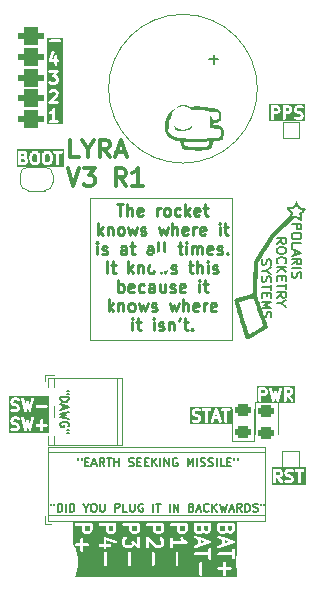
<source format=gbr>
%TF.GenerationSoftware,KiCad,Pcbnew,8.0.0*%
%TF.CreationDate,2024-03-28T21:59:47-07:00*%
%TF.ProjectId,lyrav3r1,6c797261-7633-4723-912e-6b696361645f,rev?*%
%TF.SameCoordinates,Original*%
%TF.FileFunction,Legend,Top*%
%TF.FilePolarity,Positive*%
%FSLAX46Y46*%
G04 Gerber Fmt 4.6, Leading zero omitted, Abs format (unit mm)*
G04 Created by KiCad (PCBNEW 8.0.0) date 2024-03-28 21:59:47*
%MOMM*%
%LPD*%
G01*
G04 APERTURE LIST*
G04 Aperture macros list*
%AMRoundRect*
0 Rectangle with rounded corners*
0 $1 Rounding radius*
0 $2 $3 $4 $5 $6 $7 $8 $9 X,Y pos of 4 corners*
0 Add a 4 corners polygon primitive as box body*
4,1,4,$2,$3,$4,$5,$6,$7,$8,$9,$2,$3,0*
0 Add four circle primitives for the rounded corners*
1,1,$1+$1,$2,$3*
1,1,$1+$1,$4,$5*
1,1,$1+$1,$6,$7*
1,1,$1+$1,$8,$9*
0 Add four rect primitives between the rounded corners*
20,1,$1+$1,$2,$3,$4,$5,0*
20,1,$1+$1,$4,$5,$6,$7,0*
20,1,$1+$1,$6,$7,$8,$9,0*
20,1,$1+$1,$8,$9,$2,$3,0*%
%AMFreePoly0*
4,1,19,0.500000,-0.750000,0.000000,-0.750000,0.000000,-0.744911,-0.071157,-0.744911,-0.207708,-0.704816,-0.327430,-0.627875,-0.420627,-0.520320,-0.479746,-0.390866,-0.500000,-0.250000,-0.500000,0.250000,-0.479746,0.390866,-0.420627,0.520320,-0.327430,0.627875,-0.207708,0.704816,-0.071157,0.744911,0.000000,0.744911,0.000000,0.750000,0.500000,0.750000,0.500000,-0.750000,0.500000,-0.750000,
$1*%
%AMFreePoly1*
4,1,19,0.000000,0.744911,0.071157,0.744911,0.207708,0.704816,0.327430,0.627875,0.420627,0.520320,0.479746,0.390866,0.500000,0.250000,0.500000,-0.250000,0.479746,-0.390866,0.420627,-0.520320,0.327430,-0.627875,0.207708,-0.704816,0.071157,-0.744911,0.000000,-0.744911,0.000000,-0.750000,-0.500000,-0.750000,-0.500000,0.750000,0.000000,0.750000,0.000000,0.744911,0.000000,0.744911,
$1*%
G04 Aperture macros list end*
%ADD10C,0.250000*%
%ADD11C,0.175000*%
%ADD12C,0.187500*%
%ADD13C,0.375000*%
%ADD14C,0.150000*%
%ADD15C,0.120000*%
%ADD16C,0.000000*%
%ADD17C,0.100000*%
%ADD18C,5.600000*%
%ADD19R,2.000000X2.000000*%
%ADD20C,2.000000*%
%ADD21FreePoly0,0.000000*%
%ADD22FreePoly1,0.000000*%
%ADD23R,1.000000X1.000000*%
%ADD24R,2.200000X2.200000*%
%ADD25C,2.200000*%
%ADD26C,1.800000*%
%ADD27RoundRect,0.492126X-0.632874X-0.257874X0.632874X-0.257874X0.632874X0.257874X-0.632874X0.257874X0*%
%ADD28RoundRect,0.243750X-0.456250X0.243750X-0.456250X-0.243750X0.456250X-0.243750X0.456250X0.243750X0*%
%ADD29RoundRect,0.243750X0.456250X-0.243750X0.456250X0.243750X-0.456250X0.243750X-0.456250X-0.243750X0*%
%ADD30O,1.400000X1.200000*%
%ADD31O,1.900000X1.200000*%
%ADD32R,1.400000X5.000000*%
G04 APERTURE END LIST*
D10*
G36*
X17554035Y15328672D02*
G01*
X17421466Y15328036D01*
X17487364Y15527209D01*
X17554035Y15328672D01*
G37*
G36*
X18830566Y14668781D02*
G01*
X15285349Y14668781D01*
X15285349Y15728305D01*
X15410349Y15728305D01*
X15411912Y15650448D01*
X15411330Y15648701D01*
X15412190Y15636595D01*
X15412751Y15608681D01*
X15414469Y15604533D01*
X15414788Y15600051D01*
X15423546Y15577165D01*
X15473631Y15481429D01*
X15479035Y15468383D01*
X15482954Y15463607D01*
X15484219Y15461190D01*
X15486713Y15459027D01*
X15494580Y15449441D01*
X15545904Y15400736D01*
X15553948Y15391461D01*
X15559084Y15388228D01*
X15561140Y15386277D01*
X15564190Y15385014D01*
X15574685Y15378407D01*
X15664138Y15335714D01*
X15672433Y15329568D01*
X15690663Y15323055D01*
X15692809Y15322030D01*
X15693708Y15321967D01*
X15695508Y15321323D01*
X15865287Y15280837D01*
X15935331Y15247407D01*
X15955496Y15228270D01*
X15982329Y15176980D01*
X15983067Y15140215D01*
X15959210Y15090227D01*
X15940074Y15070062D01*
X15889369Y15043535D01*
X15703688Y15041836D01*
X15550983Y15090418D01*
X15502334Y15086961D01*
X15458709Y15065149D01*
X15426754Y15028303D01*
X15411331Y14982034D01*
X15414788Y14933385D01*
X15436600Y14889760D01*
X15473446Y14857805D01*
X15495821Y14847815D01*
X15639617Y14802066D01*
X15653820Y14796183D01*
X15660030Y14795572D01*
X15662571Y14794763D01*
X15665862Y14794997D01*
X15678206Y14793781D01*
X15897587Y14795789D01*
X15900667Y14794762D01*
X15917699Y14795973D01*
X15940687Y14796183D01*
X15944835Y14797902D01*
X15949317Y14798220D01*
X15972203Y14806978D01*
X16067935Y14857062D01*
X16080986Y14862467D01*
X16085763Y14866388D01*
X16088178Y14867651D01*
X16090340Y14870145D01*
X16099928Y14878013D01*
X16148629Y14929335D01*
X16157907Y14937381D01*
X16161142Y14942521D01*
X16163092Y14944575D01*
X16164354Y14947624D01*
X16170961Y14958118D01*
X16209257Y15038359D01*
X16210711Y15039812D01*
X16215702Y15051862D01*
X16227338Y15076242D01*
X16227656Y15080723D01*
X16229375Y15084872D01*
X16231777Y15109258D01*
X16230213Y15187119D01*
X16230795Y15188863D01*
X16229935Y15200955D01*
X16229375Y15228882D01*
X16227656Y15233032D01*
X16227338Y15237512D01*
X16218580Y15260398D01*
X16168496Y15356132D01*
X16163091Y15369181D01*
X16159169Y15373959D01*
X16157907Y15376373D01*
X16155415Y15378535D01*
X16147546Y15388123D01*
X16096224Y15436825D01*
X16088178Y15446102D01*
X16083038Y15449338D01*
X16080985Y15451286D01*
X16077938Y15452548D01*
X16067440Y15459157D01*
X15977987Y15501850D01*
X15969693Y15507995D01*
X15951462Y15514509D01*
X15949317Y15515533D01*
X15948417Y15515597D01*
X15946618Y15516240D01*
X15776841Y15556727D01*
X15706795Y15590157D01*
X15686629Y15609294D01*
X15659796Y15660584D01*
X15659058Y15697350D01*
X15682914Y15747336D01*
X15702051Y15767501D01*
X15752756Y15794028D01*
X15938439Y15795727D01*
X16091142Y15747144D01*
X16139792Y15750601D01*
X16183416Y15772413D01*
X16215372Y15809259D01*
X16230795Y15855528D01*
X16228033Y15894395D01*
X16269894Y15894395D01*
X16288558Y15849335D01*
X16323046Y15814847D01*
X16368106Y15796183D01*
X16392492Y15793781D01*
X16553497Y15794431D01*
X16555608Y14894395D01*
X16574272Y14849335D01*
X16608760Y14814847D01*
X16653820Y14796183D01*
X16702592Y14796183D01*
X16747652Y14814847D01*
X16782140Y14849335D01*
X16800804Y14894395D01*
X16803206Y14918781D01*
X16803169Y14934415D01*
X17030379Y14934415D01*
X17033836Y14885766D01*
X17055648Y14842141D01*
X17092494Y14810186D01*
X17138763Y14794763D01*
X17187412Y14798220D01*
X17231037Y14820032D01*
X17262992Y14856878D01*
X17272982Y14879253D01*
X17339377Y15079927D01*
X17637086Y15081356D01*
X17712468Y14856878D01*
X17744423Y14820032D01*
X17788047Y14798220D01*
X17836697Y14794763D01*
X17882966Y14810186D01*
X17919812Y14842142D01*
X17941624Y14885766D01*
X17945081Y14934416D01*
X17939648Y14958310D01*
X17625301Y15894395D01*
X17888942Y15894395D01*
X17907606Y15849335D01*
X17942094Y15814847D01*
X17987154Y15796183D01*
X18011540Y15793781D01*
X18172545Y15794431D01*
X18174656Y14894395D01*
X18193320Y14849335D01*
X18227808Y14814847D01*
X18272868Y14796183D01*
X18321640Y14796183D01*
X18366700Y14814847D01*
X18401188Y14849335D01*
X18419852Y14894395D01*
X18422254Y14918781D01*
X18420198Y15795429D01*
X18607354Y15796183D01*
X18652414Y15814847D01*
X18686902Y15849335D01*
X18705566Y15894395D01*
X18705566Y15943167D01*
X18686902Y15988227D01*
X18652414Y16022715D01*
X18607354Y16041379D01*
X18582968Y16043781D01*
X17987154Y16041379D01*
X17942094Y16022715D01*
X17907606Y15988227D01*
X17888942Y15943167D01*
X17888942Y15894395D01*
X17625301Y15894395D01*
X17608898Y15943241D01*
X17608291Y15951796D01*
X17601393Y15965592D01*
X17596325Y15980684D01*
X17590473Y15987432D01*
X17586479Y15995420D01*
X17574641Y16005687D01*
X17564370Y16017530D01*
X17556378Y16021526D01*
X17549633Y16027376D01*
X17534765Y16032332D01*
X17520745Y16039342D01*
X17511835Y16039976D01*
X17503364Y16042799D01*
X17487729Y16041689D01*
X17472096Y16042799D01*
X17463624Y16039976D01*
X17454714Y16039342D01*
X17440692Y16032331D01*
X17425827Y16027376D01*
X17419081Y16021526D01*
X17411090Y16017530D01*
X17400821Y16005690D01*
X17388981Y15995421D01*
X17384985Y15987431D01*
X17379135Y15980684D01*
X17369144Y15958309D01*
X17130859Y15238112D01*
X17127037Y15228882D01*
X17127037Y15226558D01*
X17030379Y14934415D01*
X16803169Y14934415D01*
X16801150Y15795429D01*
X16988306Y15796183D01*
X17033366Y15814847D01*
X17067854Y15849335D01*
X17086518Y15894395D01*
X17086518Y15943167D01*
X17067854Y15988227D01*
X17033366Y16022715D01*
X16988306Y16041379D01*
X16963920Y16043781D01*
X16368106Y16041379D01*
X16323046Y16022715D01*
X16288558Y15988227D01*
X16269894Y15943167D01*
X16269894Y15894395D01*
X16228033Y15894395D01*
X16227338Y15904178D01*
X16205526Y15947802D01*
X16168680Y15979757D01*
X16146305Y15989748D01*
X16002509Y16035496D01*
X15988306Y16041379D01*
X15982094Y16041991D01*
X15979554Y16042799D01*
X15976263Y16042566D01*
X15963920Y16043781D01*
X15744535Y16041774D01*
X15741458Y16042799D01*
X15724436Y16041590D01*
X15701439Y16041379D01*
X15697289Y16039661D01*
X15692809Y16039342D01*
X15669923Y16030584D01*
X15574189Y15980501D01*
X15561140Y15975095D01*
X15556362Y15971174D01*
X15553948Y15969911D01*
X15551786Y15967420D01*
X15542198Y15959550D01*
X15493496Y15908229D01*
X15484219Y15900182D01*
X15480983Y15895043D01*
X15479035Y15892989D01*
X15477773Y15889943D01*
X15471164Y15879444D01*
X15432868Y15799205D01*
X15431415Y15797751D01*
X15426424Y15785703D01*
X15414788Y15761321D01*
X15414469Y15756840D01*
X15412751Y15752691D01*
X15410349Y15728305D01*
X15285349Y15728305D01*
X15285349Y16168781D01*
X18830566Y16168781D01*
X18830566Y14668781D01*
G37*
G36*
X23719007Y17549616D02*
G01*
X23739172Y17530479D01*
X23765843Y17479498D01*
X23767050Y17395448D01*
X23742887Y17344819D01*
X23723750Y17324653D01*
X23673213Y17298214D01*
X23558980Y17297537D01*
X23554410Y17298343D01*
X23550544Y17297487D01*
X23442618Y17296847D01*
X23441971Y17572910D01*
X23667400Y17574246D01*
X23719007Y17549616D01*
G37*
G36*
X21576150Y17549616D02*
G01*
X21596315Y17530479D01*
X21622986Y17479498D01*
X21624193Y17395448D01*
X21600030Y17344819D01*
X21580893Y17324653D01*
X21530356Y17298214D01*
X21299761Y17296847D01*
X21299114Y17572910D01*
X21524543Y17574246D01*
X21576150Y17549616D01*
G37*
G36*
X24140453Y16447210D02*
G01*
X20926168Y16447210D01*
X20926168Y17697181D01*
X21051168Y17697181D01*
X21053570Y16672795D01*
X21072234Y16627735D01*
X21106722Y16593247D01*
X21151782Y16574583D01*
X21200554Y16574583D01*
X21245614Y16593247D01*
X21280102Y16627735D01*
X21298766Y16672795D01*
X21301168Y16697181D01*
X21300342Y17049108D01*
X21537996Y17050517D01*
X21541486Y17049353D01*
X21559656Y17050645D01*
X21581506Y17050774D01*
X21585654Y17052493D01*
X21590136Y17052811D01*
X21613022Y17061569D01*
X21708758Y17111655D01*
X21721804Y17117058D01*
X21726580Y17120978D01*
X21728997Y17122242D01*
X21731160Y17124737D01*
X21740746Y17132603D01*
X21789451Y17183928D01*
X21798726Y17191971D01*
X21801959Y17197108D01*
X21803910Y17199163D01*
X21805173Y17202214D01*
X21811780Y17212708D01*
X21850076Y17292949D01*
X21851530Y17294402D01*
X21856521Y17306452D01*
X21868157Y17330832D01*
X21868475Y17335313D01*
X21870194Y17339462D01*
X21872596Y17363848D01*
X21870803Y17488641D01*
X21871614Y17491072D01*
X21870554Y17505980D01*
X21870194Y17531091D01*
X21868475Y17535241D01*
X21868157Y17539721D01*
X21859399Y17562607D01*
X21809315Y17658341D01*
X21803910Y17671390D01*
X21799988Y17676168D01*
X21798726Y17678582D01*
X21796234Y17680744D01*
X21788365Y17690332D01*
X21786072Y17692508D01*
X21956018Y17692508D01*
X21959329Y17668228D01*
X22198405Y16674183D01*
X22200707Y16656860D01*
X22203896Y16651351D01*
X22205409Y16645062D01*
X22216051Y16630356D01*
X22225144Y16614650D01*
X22230238Y16610751D01*
X22234002Y16605550D01*
X22249466Y16596034D01*
X22263874Y16585006D01*
X22270072Y16583353D01*
X22275541Y16579988D01*
X22293463Y16577116D01*
X22310999Y16572439D01*
X22317362Y16573285D01*
X22323698Y16572269D01*
X22341352Y16576473D01*
X22359346Y16578863D01*
X22364899Y16582079D01*
X22371144Y16583565D01*
X22385850Y16594208D01*
X22401556Y16603300D01*
X22405455Y16608395D01*
X22410656Y16612158D01*
X22420172Y16627623D01*
X22431200Y16642030D01*
X22434572Y16651024D01*
X22436218Y16653697D01*
X22436697Y16656691D01*
X22439804Y16664973D01*
X22509809Y16930850D01*
X22580056Y16670711D01*
X22582784Y16653697D01*
X22586111Y16648291D01*
X22587802Y16642029D01*
X22598833Y16627617D01*
X22608346Y16612159D01*
X22613544Y16608397D01*
X22617446Y16603300D01*
X22633156Y16594205D01*
X22647858Y16583565D01*
X22654099Y16582080D01*
X22659656Y16578862D01*
X22677655Y16576471D01*
X22695304Y16572269D01*
X22701639Y16573285D01*
X22708003Y16572439D01*
X22725539Y16577116D01*
X22743461Y16579988D01*
X22748928Y16583353D01*
X22755129Y16585006D01*
X22769541Y16596038D01*
X22784999Y16605550D01*
X22788761Y16610749D01*
X22793858Y16614650D01*
X22802952Y16630360D01*
X22813593Y16645062D01*
X22816723Y16654146D01*
X22818295Y16656859D01*
X22818693Y16659861D01*
X22821578Y16668228D01*
X23062985Y17692507D01*
X23062236Y17697181D01*
X23194025Y17697181D01*
X23196427Y16672795D01*
X23215091Y16627735D01*
X23249579Y16593247D01*
X23294639Y16574583D01*
X23343411Y16574583D01*
X23388471Y16593247D01*
X23422959Y16627735D01*
X23441623Y16672795D01*
X23444025Y16697181D01*
X23443199Y17049108D01*
X23491631Y17049395D01*
X23804001Y16606898D01*
X23845132Y16580686D01*
X23893163Y16572210D01*
X23940781Y16582760D01*
X23980736Y16610729D01*
X24006948Y16651859D01*
X24015424Y16699891D01*
X24004874Y16747508D01*
X23992857Y16768864D01*
X23778043Y17073165D01*
X23851615Y17111655D01*
X23864661Y17117058D01*
X23869437Y17120978D01*
X23871854Y17122242D01*
X23874017Y17124737D01*
X23883603Y17132603D01*
X23932308Y17183928D01*
X23941583Y17191971D01*
X23944816Y17197108D01*
X23946767Y17199163D01*
X23948030Y17202214D01*
X23954637Y17212708D01*
X23992933Y17292949D01*
X23994387Y17294402D01*
X23999378Y17306452D01*
X24011014Y17330832D01*
X24011332Y17335313D01*
X24013051Y17339462D01*
X24015453Y17363848D01*
X24013660Y17488641D01*
X24014471Y17491072D01*
X24013411Y17505980D01*
X24013051Y17531091D01*
X24011332Y17535241D01*
X24011014Y17539721D01*
X24002256Y17562607D01*
X23952172Y17658341D01*
X23946767Y17671390D01*
X23942845Y17676168D01*
X23941583Y17678582D01*
X23939091Y17680744D01*
X23931222Y17690332D01*
X23879900Y17739034D01*
X23871854Y17748311D01*
X23866714Y17751547D01*
X23864661Y17753495D01*
X23861614Y17754757D01*
X23851116Y17761366D01*
X23770876Y17799662D01*
X23769423Y17801115D01*
X23757374Y17806106D01*
X23732993Y17817742D01*
X23728511Y17818061D01*
X23724363Y17819779D01*
X23699977Y17822181D01*
X23294639Y17819779D01*
X23249579Y17801115D01*
X23215091Y17766627D01*
X23196427Y17721567D01*
X23194025Y17697181D01*
X23062236Y17697181D01*
X23055266Y17740665D01*
X23029704Y17782203D01*
X22990192Y17810797D01*
X22942746Y17822093D01*
X22894589Y17814374D01*
X22853051Y17788812D01*
X22824457Y17749300D01*
X22816472Y17726134D01*
X22693030Y17202379D01*
X22629890Y17436198D01*
X22627819Y17451789D01*
X22623810Y17458712D01*
X22621676Y17466618D01*
X22611650Y17479717D01*
X22603382Y17493998D01*
X22596952Y17498920D01*
X22592032Y17505348D01*
X22577754Y17513614D01*
X22564653Y17523642D01*
X22556828Y17525729D01*
X22549822Y17529785D01*
X22533468Y17531958D01*
X22517527Y17536209D01*
X22509500Y17535143D01*
X22501475Y17536209D01*
X22485539Y17531960D01*
X22469180Y17529786D01*
X22462169Y17525728D01*
X22454350Y17523642D01*
X22441251Y17513617D01*
X22426970Y17505348D01*
X22422048Y17498919D01*
X22415620Y17493998D01*
X22407354Y17479721D01*
X22397326Y17466619D01*
X22392833Y17454639D01*
X22391183Y17451788D01*
X22390863Y17449387D01*
X22388722Y17443675D01*
X22325657Y17204159D01*
X22194546Y17749300D01*
X22165953Y17788812D01*
X22124414Y17814374D01*
X22076257Y17822093D01*
X22028811Y17810797D01*
X21989299Y17782204D01*
X21963737Y17740665D01*
X21956018Y17692508D01*
X21786072Y17692508D01*
X21737043Y17739034D01*
X21728997Y17748311D01*
X21723857Y17751547D01*
X21721804Y17753495D01*
X21718757Y17754757D01*
X21708259Y17761366D01*
X21628019Y17799662D01*
X21626566Y17801115D01*
X21614517Y17806106D01*
X21590136Y17817742D01*
X21585654Y17818061D01*
X21581506Y17819779D01*
X21557120Y17822181D01*
X21151782Y17819779D01*
X21106722Y17801115D01*
X21072234Y17766627D01*
X21053570Y17721567D01*
X21051168Y17697181D01*
X20926168Y17697181D01*
X20926168Y17947181D01*
X24140453Y17947181D01*
X24140453Y16447210D01*
G37*
G36*
X1258559Y37081005D02*
G01*
X1271115Y37069089D01*
X1297786Y37018108D01*
X1298993Y36934058D01*
X1274829Y36883427D01*
X1255693Y36863262D01*
X1205156Y36836823D01*
X975678Y36835463D01*
X975030Y37111625D01*
X1158446Y37112856D01*
X1258559Y37081005D01*
G37*
G36*
X1203331Y37564416D02*
G01*
X1223496Y37545279D01*
X1250329Y37493989D01*
X1251067Y37457224D01*
X1227211Y37407238D01*
X1208074Y37387072D01*
X1157496Y37360612D01*
X974449Y37359382D01*
X973914Y37587807D01*
X1151817Y37589002D01*
X1203331Y37564416D01*
G37*
G36*
X2250424Y37564666D02*
G01*
X2309308Y37507534D01*
X2345067Y37370840D01*
X2347096Y37068710D01*
X2311686Y36920223D01*
X2257171Y36864035D01*
X2204881Y36836679D01*
X2073408Y36835209D01*
X2022940Y36859296D01*
X1964054Y36916431D01*
X1928296Y37053124D01*
X1926267Y37355254D01*
X1961677Y37503743D01*
X2016190Y37559927D01*
X2068482Y37587284D01*
X2199956Y37588754D01*
X2250424Y37564666D01*
G37*
G36*
X3298043Y37564666D02*
G01*
X3356927Y37507534D01*
X3392686Y37370840D01*
X3394715Y37068710D01*
X3359305Y36920223D01*
X3304790Y36864035D01*
X3252500Y36836679D01*
X3121027Y36835209D01*
X3070559Y36859296D01*
X3011673Y36916431D01*
X2975915Y37053124D01*
X2973886Y37355254D01*
X3009296Y37503743D01*
X3063809Y37559927D01*
X3116101Y37587284D01*
X3247575Y37588754D01*
X3298043Y37564666D01*
G37*
G36*
X4622375Y36461981D02*
G01*
X600968Y36461981D01*
X600968Y37711981D01*
X725968Y37711981D01*
X728370Y36687595D01*
X747034Y36642535D01*
X781522Y36608047D01*
X826582Y36589383D01*
X850968Y36586981D01*
X1212796Y36589126D01*
X1216286Y36587962D01*
X1234456Y36589254D01*
X1256306Y36589383D01*
X1260454Y36591102D01*
X1264936Y36591420D01*
X1287822Y36600178D01*
X1383554Y36650262D01*
X1396605Y36655667D01*
X1401382Y36659588D01*
X1403797Y36660851D01*
X1405959Y36663345D01*
X1415547Y36671213D01*
X1464248Y36722535D01*
X1473526Y36730581D01*
X1476761Y36735721D01*
X1478711Y36737775D01*
X1479973Y36740824D01*
X1486580Y36751318D01*
X1524876Y36831559D01*
X1526330Y36833012D01*
X1531321Y36845062D01*
X1542957Y36869442D01*
X1543275Y36873923D01*
X1544994Y36878072D01*
X1547396Y36902458D01*
X1545603Y37027251D01*
X1546414Y37029682D01*
X1545354Y37044590D01*
X1544994Y37069701D01*
X1543275Y37073851D01*
X1542957Y37078331D01*
X1534199Y37101217D01*
X1484115Y37196951D01*
X1478710Y37210000D01*
X1474788Y37214778D01*
X1473526Y37217192D01*
X1471034Y37219354D01*
X1463165Y37228942D01*
X1429990Y37260423D01*
X1431091Y37261582D01*
X1432354Y37264633D01*
X1438961Y37275127D01*
X1477257Y37355368D01*
X1478711Y37356821D01*
X1483702Y37368871D01*
X1488368Y37378648D01*
X1678349Y37378648D01*
X1680536Y37052943D01*
X1678497Y37039239D01*
X1680729Y37024140D01*
X1680751Y37020929D01*
X1681455Y37019228D01*
X1682081Y37014998D01*
X1728370Y36838050D01*
X1728370Y36830453D01*
X1733763Y36817432D01*
X1737945Y36801447D01*
X1743477Y36793981D01*
X1747034Y36785393D01*
X1762579Y36766451D01*
X1859748Y36672172D01*
X1869567Y36660851D01*
X1874832Y36657537D01*
X1876759Y36655667D01*
X1879809Y36654404D01*
X1890304Y36647797D01*
X1970544Y36609501D01*
X1971998Y36608047D01*
X1984047Y36603056D01*
X2008428Y36591420D01*
X2012908Y36591102D01*
X2017058Y36589383D01*
X2041444Y36586981D01*
X2213460Y36588905D01*
X2216286Y36587962D01*
X2232539Y36589118D01*
X2256306Y36589383D01*
X2260454Y36591102D01*
X2264936Y36591420D01*
X2287822Y36600178D01*
X2383555Y36650262D01*
X2396605Y36655667D01*
X2401382Y36659589D01*
X2403797Y36660851D01*
X2405958Y36663343D01*
X2415547Y36671212D01*
X2500402Y36758670D01*
X2506384Y36762259D01*
X2514459Y36773159D01*
X2526330Y36785393D01*
X2529887Y36793982D01*
X2535419Y36801447D01*
X2543664Y36824522D01*
X2587634Y37008911D01*
X2592613Y37020929D01*
X2594099Y37036019D01*
X2594867Y37039238D01*
X2594595Y37041061D01*
X2595015Y37045315D01*
X2592827Y37371021D01*
X2593962Y37378648D01*
X2725968Y37378648D01*
X2728155Y37052943D01*
X2726116Y37039239D01*
X2728348Y37024140D01*
X2728370Y37020929D01*
X2729074Y37019228D01*
X2729700Y37014998D01*
X2775989Y36838050D01*
X2775989Y36830453D01*
X2781382Y36817432D01*
X2785564Y36801447D01*
X2791096Y36793981D01*
X2794653Y36785393D01*
X2810198Y36766451D01*
X2907367Y36672172D01*
X2917186Y36660851D01*
X2922451Y36657537D01*
X2924378Y36655667D01*
X2927428Y36654404D01*
X2937923Y36647797D01*
X3018163Y36609501D01*
X3019617Y36608047D01*
X3031666Y36603056D01*
X3056047Y36591420D01*
X3060527Y36591102D01*
X3064677Y36589383D01*
X3089063Y36586981D01*
X3261079Y36588905D01*
X3263905Y36587962D01*
X3280158Y36589118D01*
X3303925Y36589383D01*
X3308073Y36591102D01*
X3312555Y36591420D01*
X3335441Y36600178D01*
X3431174Y36650262D01*
X3444224Y36655667D01*
X3449001Y36659589D01*
X3451416Y36660851D01*
X3453577Y36663343D01*
X3463166Y36671212D01*
X3548021Y36758670D01*
X3554003Y36762259D01*
X3562078Y36773159D01*
X3573949Y36785393D01*
X3577506Y36793982D01*
X3583038Y36801447D01*
X3591283Y36824522D01*
X3635253Y37008911D01*
X3640232Y37020929D01*
X3641718Y37036019D01*
X3642486Y37039238D01*
X3642214Y37041061D01*
X3642634Y37045315D01*
X3640446Y37371021D01*
X3642486Y37384725D01*
X3640253Y37399824D01*
X3640232Y37403034D01*
X3639527Y37404736D01*
X3638902Y37408965D01*
X3592613Y37585914D01*
X3592613Y37593511D01*
X3587219Y37606532D01*
X3583038Y37622516D01*
X3577504Y37629985D01*
X3573948Y37638570D01*
X3558403Y37657512D01*
X3527397Y37687595D01*
X3680751Y37687595D01*
X3699415Y37642535D01*
X3733903Y37608047D01*
X3778963Y37589383D01*
X3803349Y37586981D01*
X3964354Y37587631D01*
X3966465Y36687595D01*
X3985129Y36642535D01*
X4019617Y36608047D01*
X4064677Y36589383D01*
X4113449Y36589383D01*
X4158509Y36608047D01*
X4192997Y36642535D01*
X4211661Y36687595D01*
X4214063Y36711981D01*
X4212007Y37588629D01*
X4399163Y37589383D01*
X4444223Y37608047D01*
X4478711Y37642535D01*
X4497375Y37687595D01*
X4497375Y37736367D01*
X4478711Y37781427D01*
X4444223Y37815915D01*
X4399163Y37834579D01*
X4374777Y37836981D01*
X3778963Y37834579D01*
X3733903Y37815915D01*
X3699415Y37781427D01*
X3680751Y37736367D01*
X3680751Y37687595D01*
X3527397Y37687595D01*
X3461238Y37751786D01*
X3451416Y37763111D01*
X3446147Y37766428D01*
X3444223Y37768295D01*
X3441176Y37769557D01*
X3430678Y37776166D01*
X3350438Y37814462D01*
X3348985Y37815915D01*
X3336936Y37820906D01*
X3312555Y37832542D01*
X3308073Y37832861D01*
X3303925Y37834579D01*
X3279539Y37836981D01*
X3107519Y37835058D01*
X3104696Y37835999D01*
X3088453Y37834845D01*
X3064677Y37834579D01*
X3060527Y37832861D01*
X3056047Y37832542D01*
X3033161Y37823784D01*
X2937424Y37773699D01*
X2924379Y37768295D01*
X2919602Y37764376D01*
X2917186Y37763111D01*
X2915022Y37760617D01*
X2905437Y37752750D01*
X2820583Y37665295D01*
X2814599Y37661704D01*
X2806519Y37650800D01*
X2794654Y37638570D01*
X2791097Y37629985D01*
X2785564Y37622516D01*
X2777319Y37599441D01*
X2733348Y37415054D01*
X2728370Y37403034D01*
X2726883Y37387943D01*
X2726116Y37384724D01*
X2726387Y37382903D01*
X2725968Y37378648D01*
X2593962Y37378648D01*
X2594867Y37384725D01*
X2592634Y37399824D01*
X2592613Y37403034D01*
X2591908Y37404736D01*
X2591283Y37408965D01*
X2544994Y37585914D01*
X2544994Y37593511D01*
X2539600Y37606532D01*
X2535419Y37622516D01*
X2529885Y37629985D01*
X2526329Y37638570D01*
X2510784Y37657512D01*
X2413619Y37751786D01*
X2403797Y37763111D01*
X2398528Y37766428D01*
X2396604Y37768295D01*
X2393557Y37769557D01*
X2383059Y37776166D01*
X2302819Y37814462D01*
X2301366Y37815915D01*
X2289317Y37820906D01*
X2264936Y37832542D01*
X2260454Y37832861D01*
X2256306Y37834579D01*
X2231920Y37836981D01*
X2059900Y37835058D01*
X2057077Y37835999D01*
X2040834Y37834845D01*
X2017058Y37834579D01*
X2012908Y37832861D01*
X2008428Y37832542D01*
X1985542Y37823784D01*
X1889805Y37773699D01*
X1876760Y37768295D01*
X1871983Y37764376D01*
X1869567Y37763111D01*
X1867403Y37760617D01*
X1857818Y37752750D01*
X1772964Y37665295D01*
X1766980Y37661704D01*
X1758900Y37650800D01*
X1747035Y37638570D01*
X1743478Y37629985D01*
X1737945Y37622516D01*
X1729700Y37599441D01*
X1685729Y37415054D01*
X1680751Y37403034D01*
X1679264Y37387943D01*
X1678497Y37384724D01*
X1678768Y37382903D01*
X1678349Y37378648D01*
X1488368Y37378648D01*
X1495338Y37393251D01*
X1495656Y37397732D01*
X1497375Y37401881D01*
X1499777Y37426267D01*
X1498213Y37504128D01*
X1498795Y37505872D01*
X1497935Y37517964D01*
X1497375Y37545891D01*
X1495656Y37550041D01*
X1495338Y37554521D01*
X1486580Y37577407D01*
X1436496Y37673141D01*
X1431091Y37686190D01*
X1427169Y37690968D01*
X1425907Y37693382D01*
X1423415Y37695544D01*
X1415546Y37705132D01*
X1364224Y37753834D01*
X1356178Y37763111D01*
X1351038Y37766347D01*
X1348985Y37768295D01*
X1345938Y37769557D01*
X1335440Y37776166D01*
X1255200Y37814462D01*
X1253747Y37815915D01*
X1241698Y37820906D01*
X1217317Y37832542D01*
X1212835Y37832861D01*
X1208687Y37834579D01*
X1184301Y37836981D01*
X826582Y37834579D01*
X781522Y37815915D01*
X747034Y37781427D01*
X728370Y37736367D01*
X725968Y37711981D01*
X600968Y37711981D01*
X600968Y37961981D01*
X4622375Y37961981D01*
X4622375Y36461981D01*
G37*
D11*
X4994224Y17524744D02*
X4860891Y17524744D01*
X4994224Y17258077D02*
X4860891Y17258077D01*
X4294224Y16958078D02*
X4994224Y16958078D01*
X4994224Y16958078D02*
X4994224Y16791411D01*
X4994224Y16791411D02*
X4960891Y16691411D01*
X4960891Y16691411D02*
X4894224Y16624744D01*
X4894224Y16624744D02*
X4827558Y16591411D01*
X4827558Y16591411D02*
X4694224Y16558078D01*
X4694224Y16558078D02*
X4594224Y16558078D01*
X4594224Y16558078D02*
X4460891Y16591411D01*
X4460891Y16591411D02*
X4394224Y16624744D01*
X4394224Y16624744D02*
X4327558Y16691411D01*
X4327558Y16691411D02*
X4294224Y16791411D01*
X4294224Y16791411D02*
X4294224Y16958078D01*
X4494224Y16291411D02*
X4494224Y15958078D01*
X4294224Y16358078D02*
X4994224Y16124744D01*
X4994224Y16124744D02*
X4294224Y15891411D01*
X4994224Y15724744D02*
X4294224Y15558078D01*
X4294224Y15558078D02*
X4794224Y15424744D01*
X4794224Y15424744D02*
X4294224Y15291411D01*
X4294224Y15291411D02*
X4994224Y15124744D01*
X4960891Y14491411D02*
X4994224Y14558078D01*
X4994224Y14558078D02*
X4994224Y14658078D01*
X4994224Y14658078D02*
X4960891Y14758078D01*
X4960891Y14758078D02*
X4894224Y14824744D01*
X4894224Y14824744D02*
X4827558Y14858078D01*
X4827558Y14858078D02*
X4694224Y14891411D01*
X4694224Y14891411D02*
X4594224Y14891411D01*
X4594224Y14891411D02*
X4460891Y14858078D01*
X4460891Y14858078D02*
X4394224Y14824744D01*
X4394224Y14824744D02*
X4327558Y14758078D01*
X4327558Y14758078D02*
X4294224Y14658078D01*
X4294224Y14658078D02*
X4294224Y14591411D01*
X4294224Y14591411D02*
X4327558Y14491411D01*
X4327558Y14491411D02*
X4360891Y14458078D01*
X4360891Y14458078D02*
X4594224Y14458078D01*
X4594224Y14458078D02*
X4594224Y14591411D01*
X4994224Y14191411D02*
X4860891Y14191411D01*
X4994224Y13924744D02*
X4860891Y13924744D01*
D10*
G36*
X22637750Y41425216D02*
G01*
X22657915Y41406079D01*
X22684586Y41355098D01*
X22685793Y41271048D01*
X22661630Y41220419D01*
X22642493Y41200253D01*
X22591956Y41173814D01*
X22361361Y41172447D01*
X22360714Y41448510D01*
X22586143Y41449846D01*
X22637750Y41425216D01*
G37*
G36*
X23637750Y41425216D02*
G01*
X23657915Y41406079D01*
X23684586Y41355098D01*
X23685793Y41271048D01*
X23661630Y41220419D01*
X23642493Y41200253D01*
X23591956Y41173814D01*
X23361361Y41172447D01*
X23360714Y41448510D01*
X23586143Y41449846D01*
X23637750Y41425216D01*
G37*
G36*
X25011577Y40322781D02*
G01*
X21987768Y40322781D01*
X21987768Y41572781D01*
X22112768Y41572781D01*
X22115170Y40548395D01*
X22133834Y40503335D01*
X22168322Y40468847D01*
X22213382Y40450183D01*
X22262154Y40450183D01*
X22307214Y40468847D01*
X22341702Y40503335D01*
X22360366Y40548395D01*
X22362768Y40572781D01*
X22361942Y40924708D01*
X22599596Y40926117D01*
X22603086Y40924953D01*
X22621256Y40926245D01*
X22643106Y40926374D01*
X22647254Y40928093D01*
X22651736Y40928411D01*
X22674622Y40937169D01*
X22770358Y40987255D01*
X22783404Y40992658D01*
X22788180Y40996578D01*
X22790597Y40997842D01*
X22792760Y41000337D01*
X22802346Y41008203D01*
X22851051Y41059528D01*
X22860326Y41067571D01*
X22863559Y41072708D01*
X22865510Y41074763D01*
X22866773Y41077814D01*
X22873380Y41088308D01*
X22911676Y41168549D01*
X22913130Y41170002D01*
X22918121Y41182052D01*
X22929757Y41206432D01*
X22930075Y41210913D01*
X22931794Y41215062D01*
X22934196Y41239448D01*
X22932403Y41364241D01*
X22933214Y41366672D01*
X22932154Y41381580D01*
X22931794Y41406691D01*
X22930075Y41410841D01*
X22929757Y41415321D01*
X22920999Y41438207D01*
X22870915Y41533941D01*
X22865510Y41546990D01*
X22861588Y41551768D01*
X22860326Y41554182D01*
X22857834Y41556344D01*
X22849965Y41565932D01*
X22842748Y41572781D01*
X23112768Y41572781D01*
X23115170Y40548395D01*
X23133834Y40503335D01*
X23168322Y40468847D01*
X23213382Y40450183D01*
X23262154Y40450183D01*
X23307214Y40468847D01*
X23341702Y40503335D01*
X23360366Y40548395D01*
X23362768Y40572781D01*
X23361942Y40924708D01*
X23599596Y40926117D01*
X23603086Y40924953D01*
X23621256Y40926245D01*
X23643106Y40926374D01*
X23647254Y40928093D01*
X23651736Y40928411D01*
X23674622Y40937169D01*
X23770358Y40987255D01*
X23783404Y40992658D01*
X23788180Y40996578D01*
X23790597Y40997842D01*
X23792760Y41000337D01*
X23802346Y41008203D01*
X23851051Y41059528D01*
X23860326Y41067571D01*
X23863559Y41072708D01*
X23865510Y41074763D01*
X23866773Y41077814D01*
X23873380Y41088308D01*
X23911676Y41168549D01*
X23913130Y41170002D01*
X23918121Y41182052D01*
X23929757Y41206432D01*
X23930075Y41210913D01*
X23931794Y41215062D01*
X23934196Y41239448D01*
X23932403Y41364241D01*
X23933214Y41366672D01*
X23932154Y41381580D01*
X23932144Y41382305D01*
X24065149Y41382305D01*
X24066712Y41304448D01*
X24066130Y41302701D01*
X24066990Y41290595D01*
X24067551Y41262681D01*
X24069269Y41258533D01*
X24069588Y41254051D01*
X24078346Y41231165D01*
X24128431Y41135429D01*
X24133835Y41122383D01*
X24137754Y41117607D01*
X24139019Y41115190D01*
X24141513Y41113027D01*
X24149380Y41103441D01*
X24200704Y41054736D01*
X24208748Y41045461D01*
X24213884Y41042228D01*
X24215940Y41040277D01*
X24218990Y41039014D01*
X24229485Y41032407D01*
X24318938Y40989714D01*
X24327233Y40983568D01*
X24345463Y40977055D01*
X24347609Y40976030D01*
X24348508Y40975967D01*
X24350308Y40975323D01*
X24520087Y40934837D01*
X24590131Y40901407D01*
X24610296Y40882270D01*
X24637129Y40830980D01*
X24637867Y40794215D01*
X24614010Y40744227D01*
X24594874Y40724062D01*
X24544169Y40697535D01*
X24358488Y40695836D01*
X24205783Y40744418D01*
X24157134Y40740961D01*
X24113509Y40719149D01*
X24081554Y40682303D01*
X24066131Y40636034D01*
X24069588Y40587385D01*
X24091400Y40543760D01*
X24128246Y40511805D01*
X24150621Y40501815D01*
X24294417Y40456066D01*
X24308620Y40450183D01*
X24314830Y40449572D01*
X24317371Y40448763D01*
X24320662Y40448997D01*
X24333006Y40447781D01*
X24552387Y40449789D01*
X24555467Y40448762D01*
X24572499Y40449973D01*
X24595487Y40450183D01*
X24599635Y40451902D01*
X24604117Y40452220D01*
X24627003Y40460978D01*
X24722735Y40511062D01*
X24735786Y40516467D01*
X24740563Y40520388D01*
X24742978Y40521651D01*
X24745140Y40524145D01*
X24754728Y40532013D01*
X24803429Y40583335D01*
X24812707Y40591381D01*
X24815942Y40596521D01*
X24817892Y40598575D01*
X24819154Y40601624D01*
X24825761Y40612118D01*
X24864057Y40692359D01*
X24865511Y40693812D01*
X24870502Y40705862D01*
X24882138Y40730242D01*
X24882456Y40734723D01*
X24884175Y40738872D01*
X24886577Y40763258D01*
X24885013Y40841119D01*
X24885595Y40842863D01*
X24884735Y40854955D01*
X24884175Y40882882D01*
X24882456Y40887032D01*
X24882138Y40891512D01*
X24873380Y40914398D01*
X24823296Y41010132D01*
X24817891Y41023181D01*
X24813969Y41027959D01*
X24812707Y41030373D01*
X24810215Y41032535D01*
X24802346Y41042123D01*
X24751024Y41090825D01*
X24742978Y41100102D01*
X24737838Y41103338D01*
X24735785Y41105286D01*
X24732738Y41106548D01*
X24722240Y41113157D01*
X24632787Y41155850D01*
X24624493Y41161995D01*
X24606262Y41168509D01*
X24604117Y41169533D01*
X24603217Y41169597D01*
X24601418Y41170240D01*
X24431641Y41210727D01*
X24361595Y41244157D01*
X24341429Y41263294D01*
X24314596Y41314584D01*
X24313858Y41351350D01*
X24337714Y41401336D01*
X24356851Y41421501D01*
X24407556Y41448028D01*
X24593239Y41449727D01*
X24745942Y41401144D01*
X24794592Y41404601D01*
X24838216Y41426413D01*
X24870172Y41463259D01*
X24885595Y41509528D01*
X24882138Y41558178D01*
X24860326Y41601802D01*
X24823480Y41633757D01*
X24801105Y41643748D01*
X24657309Y41689496D01*
X24643106Y41695379D01*
X24636894Y41695991D01*
X24634354Y41696799D01*
X24631063Y41696566D01*
X24618720Y41697781D01*
X24399335Y41695774D01*
X24396258Y41696799D01*
X24379236Y41695590D01*
X24356239Y41695379D01*
X24352089Y41693661D01*
X24347609Y41693342D01*
X24324723Y41684584D01*
X24228989Y41634501D01*
X24215940Y41629095D01*
X24211162Y41625174D01*
X24208748Y41623911D01*
X24206586Y41621420D01*
X24196998Y41613550D01*
X24148296Y41562229D01*
X24139019Y41554182D01*
X24135783Y41549043D01*
X24133835Y41546989D01*
X24132573Y41543943D01*
X24125964Y41533444D01*
X24087668Y41453205D01*
X24086215Y41451751D01*
X24081224Y41439703D01*
X24069588Y41415321D01*
X24069269Y41410840D01*
X24067551Y41406691D01*
X24065149Y41382305D01*
X23932144Y41382305D01*
X23931794Y41406691D01*
X23930075Y41410841D01*
X23929757Y41415321D01*
X23920999Y41438207D01*
X23870915Y41533941D01*
X23865510Y41546990D01*
X23861588Y41551768D01*
X23860326Y41554182D01*
X23857834Y41556344D01*
X23849965Y41565932D01*
X23798643Y41614634D01*
X23790597Y41623911D01*
X23785457Y41627147D01*
X23783404Y41629095D01*
X23780357Y41630357D01*
X23769859Y41636966D01*
X23689619Y41675262D01*
X23688166Y41676715D01*
X23676117Y41681706D01*
X23651736Y41693342D01*
X23647254Y41693661D01*
X23643106Y41695379D01*
X23618720Y41697781D01*
X23213382Y41695379D01*
X23168322Y41676715D01*
X23133834Y41642227D01*
X23115170Y41597167D01*
X23112768Y41572781D01*
X22842748Y41572781D01*
X22798643Y41614634D01*
X22790597Y41623911D01*
X22785457Y41627147D01*
X22783404Y41629095D01*
X22780357Y41630357D01*
X22769859Y41636966D01*
X22689619Y41675262D01*
X22688166Y41676715D01*
X22676117Y41681706D01*
X22651736Y41693342D01*
X22647254Y41693661D01*
X22643106Y41695379D01*
X22618720Y41697781D01*
X22213382Y41695379D01*
X22168322Y41676715D01*
X22133834Y41642227D01*
X22115170Y41597167D01*
X22112768Y41572781D01*
X21987768Y41572781D01*
X21987768Y41822781D01*
X25011577Y41822781D01*
X25011577Y40322781D01*
G37*
D12*
X23909164Y31639969D02*
X24709164Y31639969D01*
X24709164Y31639969D02*
X24709164Y31335207D01*
X24709164Y31335207D02*
X24671069Y31259017D01*
X24671069Y31259017D02*
X24632974Y31220922D01*
X24632974Y31220922D02*
X24556783Y31182826D01*
X24556783Y31182826D02*
X24442498Y31182826D01*
X24442498Y31182826D02*
X24366307Y31220922D01*
X24366307Y31220922D02*
X24328212Y31259017D01*
X24328212Y31259017D02*
X24290117Y31335207D01*
X24290117Y31335207D02*
X24290117Y31639969D01*
X24709164Y30687588D02*
X24709164Y30535207D01*
X24709164Y30535207D02*
X24671069Y30459017D01*
X24671069Y30459017D02*
X24594879Y30382826D01*
X24594879Y30382826D02*
X24442498Y30344731D01*
X24442498Y30344731D02*
X24175831Y30344731D01*
X24175831Y30344731D02*
X24023450Y30382826D01*
X24023450Y30382826D02*
X23947260Y30459017D01*
X23947260Y30459017D02*
X23909164Y30535207D01*
X23909164Y30535207D02*
X23909164Y30687588D01*
X23909164Y30687588D02*
X23947260Y30763779D01*
X23947260Y30763779D02*
X24023450Y30839969D01*
X24023450Y30839969D02*
X24175831Y30878065D01*
X24175831Y30878065D02*
X24442498Y30878065D01*
X24442498Y30878065D02*
X24594879Y30839969D01*
X24594879Y30839969D02*
X24671069Y30763779D01*
X24671069Y30763779D02*
X24709164Y30687588D01*
X23909164Y29620922D02*
X23909164Y30001874D01*
X23909164Y30001874D02*
X24709164Y30001874D01*
X24137736Y29392351D02*
X24137736Y29011398D01*
X23909164Y29468541D02*
X24709164Y29201874D01*
X24709164Y29201874D02*
X23909164Y28935208D01*
X23909164Y28211398D02*
X24290117Y28478065D01*
X23909164Y28668541D02*
X24709164Y28668541D01*
X24709164Y28668541D02*
X24709164Y28363779D01*
X24709164Y28363779D02*
X24671069Y28287589D01*
X24671069Y28287589D02*
X24632974Y28249494D01*
X24632974Y28249494D02*
X24556783Y28211398D01*
X24556783Y28211398D02*
X24442498Y28211398D01*
X24442498Y28211398D02*
X24366307Y28249494D01*
X24366307Y28249494D02*
X24328212Y28287589D01*
X24328212Y28287589D02*
X24290117Y28363779D01*
X24290117Y28363779D02*
X24290117Y28668541D01*
X23909164Y27868541D02*
X24709164Y27868541D01*
X23947260Y27525685D02*
X23909164Y27411399D01*
X23909164Y27411399D02*
X23909164Y27220923D01*
X23909164Y27220923D02*
X23947260Y27144732D01*
X23947260Y27144732D02*
X23985355Y27106637D01*
X23985355Y27106637D02*
X24061545Y27068542D01*
X24061545Y27068542D02*
X24137736Y27068542D01*
X24137736Y27068542D02*
X24213926Y27106637D01*
X24213926Y27106637D02*
X24252021Y27144732D01*
X24252021Y27144732D02*
X24290117Y27220923D01*
X24290117Y27220923D02*
X24328212Y27373304D01*
X24328212Y27373304D02*
X24366307Y27449494D01*
X24366307Y27449494D02*
X24404402Y27487589D01*
X24404402Y27487589D02*
X24480593Y27525685D01*
X24480593Y27525685D02*
X24556783Y27525685D01*
X24556783Y27525685D02*
X24632974Y27487589D01*
X24632974Y27487589D02*
X24671069Y27449494D01*
X24671069Y27449494D02*
X24709164Y27373304D01*
X24709164Y27373304D02*
X24709164Y27182827D01*
X24709164Y27182827D02*
X24671069Y27068542D01*
X22621209Y29963778D02*
X23002162Y30230445D01*
X22621209Y30420921D02*
X23421209Y30420921D01*
X23421209Y30420921D02*
X23421209Y30116159D01*
X23421209Y30116159D02*
X23383114Y30039969D01*
X23383114Y30039969D02*
X23345019Y30001874D01*
X23345019Y30001874D02*
X23268828Y29963778D01*
X23268828Y29963778D02*
X23154543Y29963778D01*
X23154543Y29963778D02*
X23078352Y30001874D01*
X23078352Y30001874D02*
X23040257Y30039969D01*
X23040257Y30039969D02*
X23002162Y30116159D01*
X23002162Y30116159D02*
X23002162Y30420921D01*
X23421209Y29468540D02*
X23421209Y29316159D01*
X23421209Y29316159D02*
X23383114Y29239969D01*
X23383114Y29239969D02*
X23306924Y29163778D01*
X23306924Y29163778D02*
X23154543Y29125683D01*
X23154543Y29125683D02*
X22887876Y29125683D01*
X22887876Y29125683D02*
X22735495Y29163778D01*
X22735495Y29163778D02*
X22659305Y29239969D01*
X22659305Y29239969D02*
X22621209Y29316159D01*
X22621209Y29316159D02*
X22621209Y29468540D01*
X22621209Y29468540D02*
X22659305Y29544731D01*
X22659305Y29544731D02*
X22735495Y29620921D01*
X22735495Y29620921D02*
X22887876Y29659017D01*
X22887876Y29659017D02*
X23154543Y29659017D01*
X23154543Y29659017D02*
X23306924Y29620921D01*
X23306924Y29620921D02*
X23383114Y29544731D01*
X23383114Y29544731D02*
X23421209Y29468540D01*
X22697400Y28325683D02*
X22659305Y28363779D01*
X22659305Y28363779D02*
X22621209Y28478064D01*
X22621209Y28478064D02*
X22621209Y28554255D01*
X22621209Y28554255D02*
X22659305Y28668541D01*
X22659305Y28668541D02*
X22735495Y28744731D01*
X22735495Y28744731D02*
X22811685Y28782826D01*
X22811685Y28782826D02*
X22964066Y28820922D01*
X22964066Y28820922D02*
X23078352Y28820922D01*
X23078352Y28820922D02*
X23230733Y28782826D01*
X23230733Y28782826D02*
X23306924Y28744731D01*
X23306924Y28744731D02*
X23383114Y28668541D01*
X23383114Y28668541D02*
X23421209Y28554255D01*
X23421209Y28554255D02*
X23421209Y28478064D01*
X23421209Y28478064D02*
X23383114Y28363779D01*
X23383114Y28363779D02*
X23345019Y28325683D01*
X22621209Y27982826D02*
X23421209Y27982826D01*
X22621209Y27525683D02*
X23078352Y27868541D01*
X23421209Y27525683D02*
X22964066Y27982826D01*
X23040257Y27182826D02*
X23040257Y26916160D01*
X22621209Y26801874D02*
X22621209Y27182826D01*
X22621209Y27182826D02*
X23421209Y27182826D01*
X23421209Y27182826D02*
X23421209Y26801874D01*
X23421209Y26573302D02*
X23421209Y26116159D01*
X22621209Y26344731D02*
X23421209Y26344731D01*
X22621209Y25392349D02*
X23002162Y25659016D01*
X22621209Y25849492D02*
X23421209Y25849492D01*
X23421209Y25849492D02*
X23421209Y25544730D01*
X23421209Y25544730D02*
X23383114Y25468540D01*
X23383114Y25468540D02*
X23345019Y25430445D01*
X23345019Y25430445D02*
X23268828Y25392349D01*
X23268828Y25392349D02*
X23154543Y25392349D01*
X23154543Y25392349D02*
X23078352Y25430445D01*
X23078352Y25430445D02*
X23040257Y25468540D01*
X23040257Y25468540D02*
X23002162Y25544730D01*
X23002162Y25544730D02*
X23002162Y25849492D01*
X23002162Y24897111D02*
X22621209Y24897111D01*
X23421209Y25163778D02*
X23002162Y24897111D01*
X23002162Y24897111D02*
X23421209Y24630445D01*
X21371350Y28630445D02*
X21333254Y28516159D01*
X21333254Y28516159D02*
X21333254Y28325683D01*
X21333254Y28325683D02*
X21371350Y28249492D01*
X21371350Y28249492D02*
X21409445Y28211397D01*
X21409445Y28211397D02*
X21485635Y28173302D01*
X21485635Y28173302D02*
X21561826Y28173302D01*
X21561826Y28173302D02*
X21638016Y28211397D01*
X21638016Y28211397D02*
X21676111Y28249492D01*
X21676111Y28249492D02*
X21714207Y28325683D01*
X21714207Y28325683D02*
X21752302Y28478064D01*
X21752302Y28478064D02*
X21790397Y28554254D01*
X21790397Y28554254D02*
X21828492Y28592349D01*
X21828492Y28592349D02*
X21904683Y28630445D01*
X21904683Y28630445D02*
X21980873Y28630445D01*
X21980873Y28630445D02*
X22057064Y28592349D01*
X22057064Y28592349D02*
X22095159Y28554254D01*
X22095159Y28554254D02*
X22133254Y28478064D01*
X22133254Y28478064D02*
X22133254Y28287587D01*
X22133254Y28287587D02*
X22095159Y28173302D01*
X21714207Y27678063D02*
X21333254Y27678063D01*
X22133254Y27944730D02*
X21714207Y27678063D01*
X21714207Y27678063D02*
X22133254Y27411397D01*
X21371350Y27182826D02*
X21333254Y27068540D01*
X21333254Y27068540D02*
X21333254Y26878064D01*
X21333254Y26878064D02*
X21371350Y26801873D01*
X21371350Y26801873D02*
X21409445Y26763778D01*
X21409445Y26763778D02*
X21485635Y26725683D01*
X21485635Y26725683D02*
X21561826Y26725683D01*
X21561826Y26725683D02*
X21638016Y26763778D01*
X21638016Y26763778D02*
X21676111Y26801873D01*
X21676111Y26801873D02*
X21714207Y26878064D01*
X21714207Y26878064D02*
X21752302Y27030445D01*
X21752302Y27030445D02*
X21790397Y27106635D01*
X21790397Y27106635D02*
X21828492Y27144730D01*
X21828492Y27144730D02*
X21904683Y27182826D01*
X21904683Y27182826D02*
X21980873Y27182826D01*
X21980873Y27182826D02*
X22057064Y27144730D01*
X22057064Y27144730D02*
X22095159Y27106635D01*
X22095159Y27106635D02*
X22133254Y27030445D01*
X22133254Y27030445D02*
X22133254Y26839968D01*
X22133254Y26839968D02*
X22095159Y26725683D01*
X22133254Y26497111D02*
X22133254Y26039968D01*
X21333254Y26268540D02*
X22133254Y26268540D01*
X21752302Y25773301D02*
X21752302Y25506635D01*
X21333254Y25392349D02*
X21333254Y25773301D01*
X21333254Y25773301D02*
X22133254Y25773301D01*
X22133254Y25773301D02*
X22133254Y25392349D01*
X21333254Y25049491D02*
X22133254Y25049491D01*
X22133254Y25049491D02*
X21561826Y24782825D01*
X21561826Y24782825D02*
X22133254Y24516158D01*
X22133254Y24516158D02*
X21333254Y24516158D01*
X21371350Y24173301D02*
X21333254Y24059015D01*
X21333254Y24059015D02*
X21333254Y23868539D01*
X21333254Y23868539D02*
X21371350Y23792348D01*
X21371350Y23792348D02*
X21409445Y23754253D01*
X21409445Y23754253D02*
X21485635Y23716158D01*
X21485635Y23716158D02*
X21561826Y23716158D01*
X21561826Y23716158D02*
X21638016Y23754253D01*
X21638016Y23754253D02*
X21676111Y23792348D01*
X21676111Y23792348D02*
X21714207Y23868539D01*
X21714207Y23868539D02*
X21752302Y24020920D01*
X21752302Y24020920D02*
X21790397Y24097110D01*
X21790397Y24097110D02*
X21828492Y24135205D01*
X21828492Y24135205D02*
X21904683Y24173301D01*
X21904683Y24173301D02*
X21980873Y24173301D01*
X21980873Y24173301D02*
X22057064Y24135205D01*
X22057064Y24135205D02*
X22095159Y24097110D01*
X22095159Y24097110D02*
X22133254Y24020920D01*
X22133254Y24020920D02*
X22133254Y23830443D01*
X22133254Y23830443D02*
X22095159Y23716158D01*
D10*
G36*
X4502071Y40068781D02*
G01*
X3149732Y40068781D01*
X3149732Y41048701D01*
X3320930Y41048701D01*
X3324388Y41000051D01*
X3346200Y40956428D01*
X3383045Y40924472D01*
X3429315Y40909048D01*
X3477965Y40912506D01*
X3500851Y40921264D01*
X3596587Y40971350D01*
X3606468Y40975442D01*
X3607718Y40442134D01*
X3420563Y40441379D01*
X3375503Y40422715D01*
X3341015Y40388227D01*
X3322351Y40343167D01*
X3322351Y40294395D01*
X3341015Y40249335D01*
X3375503Y40214847D01*
X3420563Y40196183D01*
X3444949Y40193781D01*
X4040763Y40196183D01*
X4085823Y40214847D01*
X4120311Y40249335D01*
X4138975Y40294395D01*
X4138975Y40343167D01*
X4120311Y40388227D01*
X4085823Y40422715D01*
X4040763Y40441379D01*
X4016377Y40443781D01*
X3855371Y40443132D01*
X3853345Y41307197D01*
X3855663Y41318912D01*
X3853290Y41330777D01*
X3853261Y41343167D01*
X3848525Y41354600D01*
X3846098Y41366738D01*
X3839282Y41376915D01*
X3834597Y41388227D01*
X3825846Y41396978D01*
X3818959Y41407262D01*
X3808768Y41414056D01*
X3800109Y41422715D01*
X3788676Y41427451D01*
X3778378Y41434316D01*
X3766362Y41436694D01*
X3755049Y41441379D01*
X3742675Y41441379D01*
X3730533Y41443781D01*
X3718523Y41441379D01*
X3706277Y41441379D01*
X3694843Y41436644D01*
X3682707Y41434216D01*
X3672531Y41427402D01*
X3661217Y41422715D01*
X3652466Y41413965D01*
X3642182Y41407077D01*
X3626819Y41388318D01*
X3626729Y41388227D01*
X3626712Y41388187D01*
X3626657Y41388119D01*
X3544784Y41261991D01*
X3470202Y41185122D01*
X3368310Y41131816D01*
X3336354Y41094971D01*
X3320930Y41048701D01*
X3149732Y41048701D01*
X3149732Y41904339D01*
X3274732Y41904339D01*
X3293396Y41859279D01*
X3327884Y41824791D01*
X3359745Y41811594D01*
X3372943Y41806127D01*
X3372944Y41806127D01*
X3397330Y41803725D01*
X4040763Y41806127D01*
X4085823Y41824791D01*
X4120311Y41859279D01*
X4138975Y41904339D01*
X4138975Y41953111D01*
X4120311Y41998171D01*
X4085823Y42032659D01*
X4040763Y42051323D01*
X4016377Y42053725D01*
X3696691Y42052532D01*
X4041736Y42399575D01*
X4045398Y42401405D01*
X4057973Y42415906D01*
X4072691Y42430708D01*
X4074409Y42434858D01*
X4077353Y42438251D01*
X4087343Y42460626D01*
X4133092Y42604423D01*
X4138975Y42618625D01*
X4139586Y42624836D01*
X4140395Y42627376D01*
X4140161Y42630668D01*
X4141377Y42643011D01*
X4139813Y42720872D01*
X4140395Y42722616D01*
X4139535Y42734708D01*
X4138975Y42762635D01*
X4137256Y42766785D01*
X4136938Y42771265D01*
X4128180Y42794151D01*
X4078096Y42889885D01*
X4072691Y42902934D01*
X4068769Y42907712D01*
X4067507Y42910126D01*
X4065015Y42912288D01*
X4057146Y42921876D01*
X4005824Y42970578D01*
X3997778Y42979855D01*
X3992638Y42983091D01*
X3990585Y42985039D01*
X3987538Y42986301D01*
X3977040Y42992910D01*
X3896800Y43031206D01*
X3895347Y43032659D01*
X3883298Y43037650D01*
X3858917Y43049286D01*
X3854435Y43049605D01*
X3850287Y43051323D01*
X3825901Y43053725D01*
X3606516Y43051718D01*
X3603439Y43052743D01*
X3586417Y43051534D01*
X3563420Y43051323D01*
X3559270Y43049605D01*
X3554790Y43049286D01*
X3531904Y43040528D01*
X3436170Y42990445D01*
X3423121Y42985039D01*
X3418343Y42981118D01*
X3415929Y42979855D01*
X3413767Y42977364D01*
X3404179Y42969494D01*
X3341016Y42902933D01*
X3322351Y42857874D01*
X3322351Y42809100D01*
X3341016Y42764041D01*
X3375503Y42729554D01*
X3420562Y42710889D01*
X3469336Y42710889D01*
X3514395Y42729554D01*
X3533337Y42745099D01*
X3564032Y42777445D01*
X3614737Y42803972D01*
X3793702Y42805610D01*
X3844931Y42781160D01*
X3865096Y42762023D01*
X3891929Y42710733D01*
X3892810Y42666883D01*
X3862012Y42570078D01*
X3293569Y41998345D01*
X3293396Y41998171D01*
X3274732Y41953111D01*
X3274732Y41904339D01*
X3149732Y41904339D01*
X3149732Y43609523D01*
X3274732Y43609523D01*
X3293396Y43564463D01*
X3308941Y43545521D01*
X3360268Y43496811D01*
X3368310Y43487539D01*
X3373443Y43484308D01*
X3375501Y43482355D01*
X3378554Y43481091D01*
X3389047Y43474485D01*
X3469287Y43436189D01*
X3470741Y43434735D01*
X3482790Y43429744D01*
X3507171Y43418108D01*
X3511651Y43417790D01*
X3515801Y43416071D01*
X3540187Y43413669D01*
X3807009Y43415736D01*
X3810267Y43414650D01*
X3827809Y43415897D01*
X3850287Y43416071D01*
X3854435Y43417790D01*
X3858917Y43418108D01*
X3881803Y43426866D01*
X3977535Y43476950D01*
X3990586Y43482355D01*
X3995363Y43486276D01*
X3997778Y43487539D01*
X3999940Y43490033D01*
X4009528Y43497901D01*
X4058229Y43549223D01*
X4067507Y43557269D01*
X4070742Y43562409D01*
X4072692Y43564463D01*
X4073954Y43567512D01*
X4080561Y43578006D01*
X4118857Y43658247D01*
X4120311Y43659700D01*
X4125302Y43671750D01*
X4136938Y43696130D01*
X4137256Y43700611D01*
X4138975Y43704760D01*
X4141377Y43729146D01*
X4139369Y43948531D01*
X4140395Y43951608D01*
X4139185Y43968630D01*
X4138975Y43991627D01*
X4137256Y43995777D01*
X4136938Y44000257D01*
X4128180Y44023143D01*
X4078096Y44118877D01*
X4072691Y44131926D01*
X4068769Y44136704D01*
X4067507Y44139118D01*
X4065015Y44141280D01*
X4057146Y44150868D01*
X4005824Y44199570D01*
X3997778Y44208847D01*
X3992638Y44212083D01*
X3990585Y44214031D01*
X3987538Y44215293D01*
X3977040Y44221902D01*
X3925473Y44246513D01*
X4107236Y44456149D01*
X4120311Y44469223D01*
X4121901Y44473062D01*
X4124700Y44476290D01*
X4131206Y44495529D01*
X4138975Y44514283D01*
X4138975Y44518497D01*
X4140326Y44522491D01*
X4138975Y44542759D01*
X4138975Y44563055D01*
X4137362Y44566948D01*
X4137082Y44571157D01*
X4128078Y44589363D01*
X4120311Y44608115D01*
X4117329Y44611097D01*
X4115461Y44614875D01*
X4100180Y44628246D01*
X4085823Y44642603D01*
X4081928Y44644217D01*
X4078756Y44646992D01*
X4059517Y44653499D01*
X4040763Y44661267D01*
X4034818Y44661853D01*
X4032555Y44662618D01*
X4029270Y44662400D01*
X4016377Y44663669D01*
X3372944Y44661267D01*
X3327884Y44642603D01*
X3293396Y44608115D01*
X3274732Y44563055D01*
X3274732Y44514283D01*
X3293396Y44469223D01*
X3327884Y44434735D01*
X3372944Y44416071D01*
X3397330Y44413669D01*
X3743677Y44414962D01*
X3592184Y44240238D01*
X3579110Y44227163D01*
X3577519Y44223325D01*
X3574721Y44220096D01*
X3568214Y44200858D01*
X3560446Y44182103D01*
X3560446Y44177890D01*
X3559095Y44173895D01*
X3560446Y44153634D01*
X3560446Y44133331D01*
X3562059Y44129436D01*
X3562340Y44125229D01*
X3571339Y44107031D01*
X3579110Y44088271D01*
X3582091Y44085290D01*
X3583960Y44081511D01*
X3599240Y44068141D01*
X3613598Y44053783D01*
X3617492Y44052170D01*
X3620665Y44049394D01*
X3639903Y44042888D01*
X3658658Y44035119D01*
X3664602Y44034534D01*
X3666866Y44033768D01*
X3670150Y44033988D01*
X3683044Y44032717D01*
X3794301Y44034315D01*
X3844931Y44010152D01*
X3865096Y43991015D01*
X3891623Y43940310D01*
X3893261Y43761346D01*
X3868810Y43710115D01*
X3849674Y43689950D01*
X3799042Y43663461D01*
X3572550Y43661707D01*
X3521158Y43686235D01*
X3466777Y43737841D01*
X3421718Y43756506D01*
X3372945Y43756506D01*
X3327885Y43737842D01*
X3293397Y43703355D01*
X3274732Y43658296D01*
X3274732Y43609523D01*
X3149732Y43609523D01*
X3149732Y45497581D01*
X3320931Y45497581D01*
X3322351Y45477598D01*
X3322351Y45457561D01*
X3324069Y45453412D01*
X3324388Y45448932D01*
X3333347Y45431014D01*
X3341015Y45412501D01*
X3344191Y45409325D01*
X3346200Y45405307D01*
X3361334Y45392182D01*
X3375503Y45378013D01*
X3379654Y45376294D01*
X3383046Y45373352D01*
X3402047Y45367019D01*
X3420563Y45359349D01*
X3426939Y45358721D01*
X3429315Y45357929D01*
X3432605Y45358163D01*
X3444949Y45356947D01*
X3797727Y45358264D01*
X3798541Y45124227D01*
X3817205Y45079167D01*
X3851693Y45044679D01*
X3896753Y45026015D01*
X3945525Y45026015D01*
X3990585Y45044679D01*
X4025073Y45079167D01*
X4043737Y45124227D01*
X4046139Y45148613D01*
X4045407Y45359189D01*
X4088382Y45359349D01*
X4133442Y45378013D01*
X4167930Y45412501D01*
X4186594Y45457561D01*
X4186594Y45506333D01*
X4167930Y45551393D01*
X4133442Y45585881D01*
X4088382Y45604545D01*
X4063996Y45606947D01*
X4044546Y45606875D01*
X4043737Y45839666D01*
X4025073Y45884726D01*
X3990585Y45919214D01*
X3945525Y45937878D01*
X3896753Y45937878D01*
X3851693Y45919214D01*
X3817205Y45884726D01*
X3798541Y45839666D01*
X3796139Y45815280D01*
X3796866Y45605950D01*
X3617262Y45605280D01*
X3807062Y46180597D01*
X3803605Y46229247D01*
X3781793Y46272871D01*
X3744947Y46304827D01*
X3698678Y46320250D01*
X3650028Y46316793D01*
X3606404Y46294981D01*
X3574449Y46258135D01*
X3564458Y46235760D01*
X3329560Y45523739D01*
X3322351Y45506333D01*
X3322351Y45501886D01*
X3320931Y45497581D01*
X3149732Y45497581D01*
X3149732Y47115124D01*
X3369970Y47115124D01*
X3388634Y47070064D01*
X3423122Y47035576D01*
X3468182Y47016912D01*
X3492568Y47014510D01*
X4278859Y47016912D01*
X4323919Y47035576D01*
X4358407Y47070064D01*
X4377071Y47115124D01*
X4377071Y47163896D01*
X4358407Y47208956D01*
X4323919Y47243444D01*
X4278859Y47262108D01*
X4254473Y47264510D01*
X3468182Y47262108D01*
X3423122Y47243444D01*
X3388634Y47208956D01*
X3369970Y47163896D01*
X3369970Y47115124D01*
X3149732Y47115124D01*
X3149732Y47389510D01*
X4502071Y47389510D01*
X4502071Y40068781D01*
G37*
X9062704Y33300045D02*
X9634132Y33300045D01*
X9348418Y32300045D02*
X9348418Y33300045D01*
X9967466Y32300045D02*
X9967466Y33300045D01*
X10396037Y32300045D02*
X10396037Y32823855D01*
X10396037Y32823855D02*
X10348418Y32919093D01*
X10348418Y32919093D02*
X10253180Y32966712D01*
X10253180Y32966712D02*
X10110323Y32966712D01*
X10110323Y32966712D02*
X10015085Y32919093D01*
X10015085Y32919093D02*
X9967466Y32871474D01*
X11253180Y32347664D02*
X11157942Y32300045D01*
X11157942Y32300045D02*
X10967466Y32300045D01*
X10967466Y32300045D02*
X10872228Y32347664D01*
X10872228Y32347664D02*
X10824609Y32442903D01*
X10824609Y32442903D02*
X10824609Y32823855D01*
X10824609Y32823855D02*
X10872228Y32919093D01*
X10872228Y32919093D02*
X10967466Y32966712D01*
X10967466Y32966712D02*
X11157942Y32966712D01*
X11157942Y32966712D02*
X11253180Y32919093D01*
X11253180Y32919093D02*
X11300799Y32823855D01*
X11300799Y32823855D02*
X11300799Y32728617D01*
X11300799Y32728617D02*
X10824609Y32633379D01*
X12491276Y32300045D02*
X12491276Y32966712D01*
X12491276Y32776236D02*
X12538895Y32871474D01*
X12538895Y32871474D02*
X12586514Y32919093D01*
X12586514Y32919093D02*
X12681752Y32966712D01*
X12681752Y32966712D02*
X12776990Y32966712D01*
X13253181Y32300045D02*
X13157943Y32347664D01*
X13157943Y32347664D02*
X13110324Y32395284D01*
X13110324Y32395284D02*
X13062705Y32490522D01*
X13062705Y32490522D02*
X13062705Y32776236D01*
X13062705Y32776236D02*
X13110324Y32871474D01*
X13110324Y32871474D02*
X13157943Y32919093D01*
X13157943Y32919093D02*
X13253181Y32966712D01*
X13253181Y32966712D02*
X13396038Y32966712D01*
X13396038Y32966712D02*
X13491276Y32919093D01*
X13491276Y32919093D02*
X13538895Y32871474D01*
X13538895Y32871474D02*
X13586514Y32776236D01*
X13586514Y32776236D02*
X13586514Y32490522D01*
X13586514Y32490522D02*
X13538895Y32395284D01*
X13538895Y32395284D02*
X13491276Y32347664D01*
X13491276Y32347664D02*
X13396038Y32300045D01*
X13396038Y32300045D02*
X13253181Y32300045D01*
X14443657Y32347664D02*
X14348419Y32300045D01*
X14348419Y32300045D02*
X14157943Y32300045D01*
X14157943Y32300045D02*
X14062705Y32347664D01*
X14062705Y32347664D02*
X14015086Y32395284D01*
X14015086Y32395284D02*
X13967467Y32490522D01*
X13967467Y32490522D02*
X13967467Y32776236D01*
X13967467Y32776236D02*
X14015086Y32871474D01*
X14015086Y32871474D02*
X14062705Y32919093D01*
X14062705Y32919093D02*
X14157943Y32966712D01*
X14157943Y32966712D02*
X14348419Y32966712D01*
X14348419Y32966712D02*
X14443657Y32919093D01*
X14872229Y32300045D02*
X14872229Y33300045D01*
X14967467Y32680998D02*
X15253181Y32300045D01*
X15253181Y32966712D02*
X14872229Y32585760D01*
X16062705Y32347664D02*
X15967467Y32300045D01*
X15967467Y32300045D02*
X15776991Y32300045D01*
X15776991Y32300045D02*
X15681753Y32347664D01*
X15681753Y32347664D02*
X15634134Y32442903D01*
X15634134Y32442903D02*
X15634134Y32823855D01*
X15634134Y32823855D02*
X15681753Y32919093D01*
X15681753Y32919093D02*
X15776991Y32966712D01*
X15776991Y32966712D02*
X15967467Y32966712D01*
X15967467Y32966712D02*
X16062705Y32919093D01*
X16062705Y32919093D02*
X16110324Y32823855D01*
X16110324Y32823855D02*
X16110324Y32728617D01*
X16110324Y32728617D02*
X15634134Y32633379D01*
X16396039Y32966712D02*
X16776991Y32966712D01*
X16538896Y33300045D02*
X16538896Y32442903D01*
X16538896Y32442903D02*
X16586515Y32347664D01*
X16586515Y32347664D02*
X16681753Y32300045D01*
X16681753Y32300045D02*
X16776991Y32300045D01*
X7491275Y30690101D02*
X7491275Y31690101D01*
X7586513Y31071054D02*
X7872227Y30690101D01*
X7872227Y31356768D02*
X7491275Y30975816D01*
X8300799Y31356768D02*
X8300799Y30690101D01*
X8300799Y31261530D02*
X8348418Y31309149D01*
X8348418Y31309149D02*
X8443656Y31356768D01*
X8443656Y31356768D02*
X8586513Y31356768D01*
X8586513Y31356768D02*
X8681751Y31309149D01*
X8681751Y31309149D02*
X8729370Y31213911D01*
X8729370Y31213911D02*
X8729370Y30690101D01*
X9348418Y30690101D02*
X9253180Y30737720D01*
X9253180Y30737720D02*
X9205561Y30785340D01*
X9205561Y30785340D02*
X9157942Y30880578D01*
X9157942Y30880578D02*
X9157942Y31166292D01*
X9157942Y31166292D02*
X9205561Y31261530D01*
X9205561Y31261530D02*
X9253180Y31309149D01*
X9253180Y31309149D02*
X9348418Y31356768D01*
X9348418Y31356768D02*
X9491275Y31356768D01*
X9491275Y31356768D02*
X9586513Y31309149D01*
X9586513Y31309149D02*
X9634132Y31261530D01*
X9634132Y31261530D02*
X9681751Y31166292D01*
X9681751Y31166292D02*
X9681751Y30880578D01*
X9681751Y30880578D02*
X9634132Y30785340D01*
X9634132Y30785340D02*
X9586513Y30737720D01*
X9586513Y30737720D02*
X9491275Y30690101D01*
X9491275Y30690101D02*
X9348418Y30690101D01*
X10015085Y31356768D02*
X10205561Y30690101D01*
X10205561Y30690101D02*
X10396037Y31166292D01*
X10396037Y31166292D02*
X10586513Y30690101D01*
X10586513Y30690101D02*
X10776989Y31356768D01*
X11110323Y30737720D02*
X11205561Y30690101D01*
X11205561Y30690101D02*
X11396037Y30690101D01*
X11396037Y30690101D02*
X11491275Y30737720D01*
X11491275Y30737720D02*
X11538894Y30832959D01*
X11538894Y30832959D02*
X11538894Y30880578D01*
X11538894Y30880578D02*
X11491275Y30975816D01*
X11491275Y30975816D02*
X11396037Y31023435D01*
X11396037Y31023435D02*
X11253180Y31023435D01*
X11253180Y31023435D02*
X11157942Y31071054D01*
X11157942Y31071054D02*
X11110323Y31166292D01*
X11110323Y31166292D02*
X11110323Y31213911D01*
X11110323Y31213911D02*
X11157942Y31309149D01*
X11157942Y31309149D02*
X11253180Y31356768D01*
X11253180Y31356768D02*
X11396037Y31356768D01*
X11396037Y31356768D02*
X11491275Y31309149D01*
X12634133Y31356768D02*
X12824609Y30690101D01*
X12824609Y30690101D02*
X13015085Y31166292D01*
X13015085Y31166292D02*
X13205561Y30690101D01*
X13205561Y30690101D02*
X13396037Y31356768D01*
X13776990Y30690101D02*
X13776990Y31690101D01*
X14205561Y30690101D02*
X14205561Y31213911D01*
X14205561Y31213911D02*
X14157942Y31309149D01*
X14157942Y31309149D02*
X14062704Y31356768D01*
X14062704Y31356768D02*
X13919847Y31356768D01*
X13919847Y31356768D02*
X13824609Y31309149D01*
X13824609Y31309149D02*
X13776990Y31261530D01*
X15062704Y30737720D02*
X14967466Y30690101D01*
X14967466Y30690101D02*
X14776990Y30690101D01*
X14776990Y30690101D02*
X14681752Y30737720D01*
X14681752Y30737720D02*
X14634133Y30832959D01*
X14634133Y30832959D02*
X14634133Y31213911D01*
X14634133Y31213911D02*
X14681752Y31309149D01*
X14681752Y31309149D02*
X14776990Y31356768D01*
X14776990Y31356768D02*
X14967466Y31356768D01*
X14967466Y31356768D02*
X15062704Y31309149D01*
X15062704Y31309149D02*
X15110323Y31213911D01*
X15110323Y31213911D02*
X15110323Y31118673D01*
X15110323Y31118673D02*
X14634133Y31023435D01*
X15538895Y30690101D02*
X15538895Y31356768D01*
X15538895Y31166292D02*
X15586514Y31261530D01*
X15586514Y31261530D02*
X15634133Y31309149D01*
X15634133Y31309149D02*
X15729371Y31356768D01*
X15729371Y31356768D02*
X15824609Y31356768D01*
X16538895Y30737720D02*
X16443657Y30690101D01*
X16443657Y30690101D02*
X16253181Y30690101D01*
X16253181Y30690101D02*
X16157943Y30737720D01*
X16157943Y30737720D02*
X16110324Y30832959D01*
X16110324Y30832959D02*
X16110324Y31213911D01*
X16110324Y31213911D02*
X16157943Y31309149D01*
X16157943Y31309149D02*
X16253181Y31356768D01*
X16253181Y31356768D02*
X16443657Y31356768D01*
X16443657Y31356768D02*
X16538895Y31309149D01*
X16538895Y31309149D02*
X16586514Y31213911D01*
X16586514Y31213911D02*
X16586514Y31118673D01*
X16586514Y31118673D02*
X16110324Y31023435D01*
X17776991Y30690101D02*
X17776991Y31356768D01*
X17776991Y31690101D02*
X17729372Y31642482D01*
X17729372Y31642482D02*
X17776991Y31594863D01*
X17776991Y31594863D02*
X17824610Y31642482D01*
X17824610Y31642482D02*
X17776991Y31690101D01*
X17776991Y31690101D02*
X17776991Y31594863D01*
X18110324Y31356768D02*
X18491276Y31356768D01*
X18253181Y31690101D02*
X18253181Y30832959D01*
X18253181Y30832959D02*
X18300800Y30737720D01*
X18300800Y30737720D02*
X18396038Y30690101D01*
X18396038Y30690101D02*
X18491276Y30690101D01*
X7396037Y29080157D02*
X7396037Y29746824D01*
X7396037Y30080157D02*
X7348418Y30032538D01*
X7348418Y30032538D02*
X7396037Y29984919D01*
X7396037Y29984919D02*
X7443656Y30032538D01*
X7443656Y30032538D02*
X7396037Y30080157D01*
X7396037Y30080157D02*
X7396037Y29984919D01*
X7824608Y29127776D02*
X7919846Y29080157D01*
X7919846Y29080157D02*
X8110322Y29080157D01*
X8110322Y29080157D02*
X8205560Y29127776D01*
X8205560Y29127776D02*
X8253179Y29223015D01*
X8253179Y29223015D02*
X8253179Y29270634D01*
X8253179Y29270634D02*
X8205560Y29365872D01*
X8205560Y29365872D02*
X8110322Y29413491D01*
X8110322Y29413491D02*
X7967465Y29413491D01*
X7967465Y29413491D02*
X7872227Y29461110D01*
X7872227Y29461110D02*
X7824608Y29556348D01*
X7824608Y29556348D02*
X7824608Y29603967D01*
X7824608Y29603967D02*
X7872227Y29699205D01*
X7872227Y29699205D02*
X7967465Y29746824D01*
X7967465Y29746824D02*
X8110322Y29746824D01*
X8110322Y29746824D02*
X8205560Y29699205D01*
X9872227Y29080157D02*
X9872227Y29603967D01*
X9872227Y29603967D02*
X9824608Y29699205D01*
X9824608Y29699205D02*
X9729370Y29746824D01*
X9729370Y29746824D02*
X9538894Y29746824D01*
X9538894Y29746824D02*
X9443656Y29699205D01*
X9872227Y29127776D02*
X9776989Y29080157D01*
X9776989Y29080157D02*
X9538894Y29080157D01*
X9538894Y29080157D02*
X9443656Y29127776D01*
X9443656Y29127776D02*
X9396037Y29223015D01*
X9396037Y29223015D02*
X9396037Y29318253D01*
X9396037Y29318253D02*
X9443656Y29413491D01*
X9443656Y29413491D02*
X9538894Y29461110D01*
X9538894Y29461110D02*
X9776989Y29461110D01*
X9776989Y29461110D02*
X9872227Y29508729D01*
X10205561Y29746824D02*
X10586513Y29746824D01*
X10348418Y30080157D02*
X10348418Y29223015D01*
X10348418Y29223015D02*
X10396037Y29127776D01*
X10396037Y29127776D02*
X10491275Y29080157D01*
X10491275Y29080157D02*
X10586513Y29080157D01*
X12110323Y29080157D02*
X12110323Y29603967D01*
X12110323Y29603967D02*
X12062704Y29699205D01*
X12062704Y29699205D02*
X11967466Y29746824D01*
X11967466Y29746824D02*
X11776990Y29746824D01*
X11776990Y29746824D02*
X11681752Y29699205D01*
X12110323Y29127776D02*
X12015085Y29080157D01*
X12015085Y29080157D02*
X11776990Y29080157D01*
X11776990Y29080157D02*
X11681752Y29127776D01*
X11681752Y29127776D02*
X11634133Y29223015D01*
X11634133Y29223015D02*
X11634133Y29318253D01*
X11634133Y29318253D02*
X11681752Y29413491D01*
X11681752Y29413491D02*
X11776990Y29461110D01*
X11776990Y29461110D02*
X12015085Y29461110D01*
X12015085Y29461110D02*
X12110323Y29508729D01*
X12729371Y29080157D02*
X12634133Y29127776D01*
X12634133Y29127776D02*
X12586514Y29223015D01*
X12586514Y29223015D02*
X12586514Y30080157D01*
X13253181Y29080157D02*
X13157943Y29127776D01*
X13157943Y29127776D02*
X13110324Y29223015D01*
X13110324Y29223015D02*
X13110324Y30080157D01*
X14253182Y29746824D02*
X14634134Y29746824D01*
X14396039Y30080157D02*
X14396039Y29223015D01*
X14396039Y29223015D02*
X14443658Y29127776D01*
X14443658Y29127776D02*
X14538896Y29080157D01*
X14538896Y29080157D02*
X14634134Y29080157D01*
X14967468Y29080157D02*
X14967468Y29746824D01*
X14967468Y30080157D02*
X14919849Y30032538D01*
X14919849Y30032538D02*
X14967468Y29984919D01*
X14967468Y29984919D02*
X15015087Y30032538D01*
X15015087Y30032538D02*
X14967468Y30080157D01*
X14967468Y30080157D02*
X14967468Y29984919D01*
X15443658Y29080157D02*
X15443658Y29746824D01*
X15443658Y29651586D02*
X15491277Y29699205D01*
X15491277Y29699205D02*
X15586515Y29746824D01*
X15586515Y29746824D02*
X15729372Y29746824D01*
X15729372Y29746824D02*
X15824610Y29699205D01*
X15824610Y29699205D02*
X15872229Y29603967D01*
X15872229Y29603967D02*
X15872229Y29080157D01*
X15872229Y29603967D02*
X15919848Y29699205D01*
X15919848Y29699205D02*
X16015086Y29746824D01*
X16015086Y29746824D02*
X16157943Y29746824D01*
X16157943Y29746824D02*
X16253182Y29699205D01*
X16253182Y29699205D02*
X16300801Y29603967D01*
X16300801Y29603967D02*
X16300801Y29080157D01*
X17157943Y29127776D02*
X17062705Y29080157D01*
X17062705Y29080157D02*
X16872229Y29080157D01*
X16872229Y29080157D02*
X16776991Y29127776D01*
X16776991Y29127776D02*
X16729372Y29223015D01*
X16729372Y29223015D02*
X16729372Y29603967D01*
X16729372Y29603967D02*
X16776991Y29699205D01*
X16776991Y29699205D02*
X16872229Y29746824D01*
X16872229Y29746824D02*
X17062705Y29746824D01*
X17062705Y29746824D02*
X17157943Y29699205D01*
X17157943Y29699205D02*
X17205562Y29603967D01*
X17205562Y29603967D02*
X17205562Y29508729D01*
X17205562Y29508729D02*
X16729372Y29413491D01*
X17586515Y29127776D02*
X17681753Y29080157D01*
X17681753Y29080157D02*
X17872229Y29080157D01*
X17872229Y29080157D02*
X17967467Y29127776D01*
X17967467Y29127776D02*
X18015086Y29223015D01*
X18015086Y29223015D02*
X18015086Y29270634D01*
X18015086Y29270634D02*
X17967467Y29365872D01*
X17967467Y29365872D02*
X17872229Y29413491D01*
X17872229Y29413491D02*
X17729372Y29413491D01*
X17729372Y29413491D02*
X17634134Y29461110D01*
X17634134Y29461110D02*
X17586515Y29556348D01*
X17586515Y29556348D02*
X17586515Y29603967D01*
X17586515Y29603967D02*
X17634134Y29699205D01*
X17634134Y29699205D02*
X17729372Y29746824D01*
X17729372Y29746824D02*
X17872229Y29746824D01*
X17872229Y29746824D02*
X17967467Y29699205D01*
X18443658Y29175396D02*
X18491277Y29127776D01*
X18491277Y29127776D02*
X18443658Y29080157D01*
X18443658Y29080157D02*
X18396039Y29127776D01*
X18396039Y29127776D02*
X18443658Y29175396D01*
X18443658Y29175396D02*
X18443658Y29080157D01*
X8253180Y27470213D02*
X8253180Y28470213D01*
X8586513Y28136880D02*
X8967465Y28136880D01*
X8729370Y28470213D02*
X8729370Y27613071D01*
X8729370Y27613071D02*
X8776989Y27517832D01*
X8776989Y27517832D02*
X8872227Y27470213D01*
X8872227Y27470213D02*
X8967465Y27470213D01*
X10062704Y27470213D02*
X10062704Y28470213D01*
X10157942Y27851166D02*
X10443656Y27470213D01*
X10443656Y28136880D02*
X10062704Y27755928D01*
X10872228Y28136880D02*
X10872228Y27470213D01*
X10872228Y28041642D02*
X10919847Y28089261D01*
X10919847Y28089261D02*
X11015085Y28136880D01*
X11015085Y28136880D02*
X11157942Y28136880D01*
X11157942Y28136880D02*
X11253180Y28089261D01*
X11253180Y28089261D02*
X11300799Y27994023D01*
X11300799Y27994023D02*
X11300799Y27470213D01*
X11919847Y27470213D02*
X11824609Y27517832D01*
X11824609Y27517832D02*
X11776990Y27565452D01*
X11776990Y27565452D02*
X11729371Y27660690D01*
X11729371Y27660690D02*
X11729371Y27946404D01*
X11729371Y27946404D02*
X11776990Y28041642D01*
X11776990Y28041642D02*
X11824609Y28089261D01*
X11824609Y28089261D02*
X11919847Y28136880D01*
X11919847Y28136880D02*
X12062704Y28136880D01*
X12062704Y28136880D02*
X12157942Y28089261D01*
X12157942Y28089261D02*
X12205561Y28041642D01*
X12205561Y28041642D02*
X12253180Y27946404D01*
X12253180Y27946404D02*
X12253180Y27660690D01*
X12253180Y27660690D02*
X12205561Y27565452D01*
X12205561Y27565452D02*
X12157942Y27517832D01*
X12157942Y27517832D02*
X12062704Y27470213D01*
X12062704Y27470213D02*
X11919847Y27470213D01*
X12586514Y28136880D02*
X12776990Y27470213D01*
X12776990Y27470213D02*
X12967466Y27946404D01*
X12967466Y27946404D02*
X13157942Y27470213D01*
X13157942Y27470213D02*
X13348418Y28136880D01*
X13681752Y27517832D02*
X13776990Y27470213D01*
X13776990Y27470213D02*
X13967466Y27470213D01*
X13967466Y27470213D02*
X14062704Y27517832D01*
X14062704Y27517832D02*
X14110323Y27613071D01*
X14110323Y27613071D02*
X14110323Y27660690D01*
X14110323Y27660690D02*
X14062704Y27755928D01*
X14062704Y27755928D02*
X13967466Y27803547D01*
X13967466Y27803547D02*
X13824609Y27803547D01*
X13824609Y27803547D02*
X13729371Y27851166D01*
X13729371Y27851166D02*
X13681752Y27946404D01*
X13681752Y27946404D02*
X13681752Y27994023D01*
X13681752Y27994023D02*
X13729371Y28089261D01*
X13729371Y28089261D02*
X13824609Y28136880D01*
X13824609Y28136880D02*
X13967466Y28136880D01*
X13967466Y28136880D02*
X14062704Y28089261D01*
X15157943Y28136880D02*
X15538895Y28136880D01*
X15300800Y28470213D02*
X15300800Y27613071D01*
X15300800Y27613071D02*
X15348419Y27517832D01*
X15348419Y27517832D02*
X15443657Y27470213D01*
X15443657Y27470213D02*
X15538895Y27470213D01*
X15872229Y27470213D02*
X15872229Y28470213D01*
X16300800Y27470213D02*
X16300800Y27994023D01*
X16300800Y27994023D02*
X16253181Y28089261D01*
X16253181Y28089261D02*
X16157943Y28136880D01*
X16157943Y28136880D02*
X16015086Y28136880D01*
X16015086Y28136880D02*
X15919848Y28089261D01*
X15919848Y28089261D02*
X15872229Y28041642D01*
X16776991Y27470213D02*
X16776991Y28136880D01*
X16776991Y28470213D02*
X16729372Y28422594D01*
X16729372Y28422594D02*
X16776991Y28374975D01*
X16776991Y28374975D02*
X16824610Y28422594D01*
X16824610Y28422594D02*
X16776991Y28470213D01*
X16776991Y28470213D02*
X16776991Y28374975D01*
X17205562Y27517832D02*
X17300800Y27470213D01*
X17300800Y27470213D02*
X17491276Y27470213D01*
X17491276Y27470213D02*
X17586514Y27517832D01*
X17586514Y27517832D02*
X17634133Y27613071D01*
X17634133Y27613071D02*
X17634133Y27660690D01*
X17634133Y27660690D02*
X17586514Y27755928D01*
X17586514Y27755928D02*
X17491276Y27803547D01*
X17491276Y27803547D02*
X17348419Y27803547D01*
X17348419Y27803547D02*
X17253181Y27851166D01*
X17253181Y27851166D02*
X17205562Y27946404D01*
X17205562Y27946404D02*
X17205562Y27994023D01*
X17205562Y27994023D02*
X17253181Y28089261D01*
X17253181Y28089261D02*
X17348419Y28136880D01*
X17348419Y28136880D02*
X17491276Y28136880D01*
X17491276Y28136880D02*
X17586514Y28089261D01*
X9205561Y25860269D02*
X9205561Y26860269D01*
X9205561Y26479317D02*
X9300799Y26526936D01*
X9300799Y26526936D02*
X9491275Y26526936D01*
X9491275Y26526936D02*
X9586513Y26479317D01*
X9586513Y26479317D02*
X9634132Y26431698D01*
X9634132Y26431698D02*
X9681751Y26336460D01*
X9681751Y26336460D02*
X9681751Y26050746D01*
X9681751Y26050746D02*
X9634132Y25955508D01*
X9634132Y25955508D02*
X9586513Y25907888D01*
X9586513Y25907888D02*
X9491275Y25860269D01*
X9491275Y25860269D02*
X9300799Y25860269D01*
X9300799Y25860269D02*
X9205561Y25907888D01*
X10491275Y25907888D02*
X10396037Y25860269D01*
X10396037Y25860269D02*
X10205561Y25860269D01*
X10205561Y25860269D02*
X10110323Y25907888D01*
X10110323Y25907888D02*
X10062704Y26003127D01*
X10062704Y26003127D02*
X10062704Y26384079D01*
X10062704Y26384079D02*
X10110323Y26479317D01*
X10110323Y26479317D02*
X10205561Y26526936D01*
X10205561Y26526936D02*
X10396037Y26526936D01*
X10396037Y26526936D02*
X10491275Y26479317D01*
X10491275Y26479317D02*
X10538894Y26384079D01*
X10538894Y26384079D02*
X10538894Y26288841D01*
X10538894Y26288841D02*
X10062704Y26193603D01*
X11396037Y25907888D02*
X11300799Y25860269D01*
X11300799Y25860269D02*
X11110323Y25860269D01*
X11110323Y25860269D02*
X11015085Y25907888D01*
X11015085Y25907888D02*
X10967466Y25955508D01*
X10967466Y25955508D02*
X10919847Y26050746D01*
X10919847Y26050746D02*
X10919847Y26336460D01*
X10919847Y26336460D02*
X10967466Y26431698D01*
X10967466Y26431698D02*
X11015085Y26479317D01*
X11015085Y26479317D02*
X11110323Y26526936D01*
X11110323Y26526936D02*
X11300799Y26526936D01*
X11300799Y26526936D02*
X11396037Y26479317D01*
X12253180Y25860269D02*
X12253180Y26384079D01*
X12253180Y26384079D02*
X12205561Y26479317D01*
X12205561Y26479317D02*
X12110323Y26526936D01*
X12110323Y26526936D02*
X11919847Y26526936D01*
X11919847Y26526936D02*
X11824609Y26479317D01*
X12253180Y25907888D02*
X12157942Y25860269D01*
X12157942Y25860269D02*
X11919847Y25860269D01*
X11919847Y25860269D02*
X11824609Y25907888D01*
X11824609Y25907888D02*
X11776990Y26003127D01*
X11776990Y26003127D02*
X11776990Y26098365D01*
X11776990Y26098365D02*
X11824609Y26193603D01*
X11824609Y26193603D02*
X11919847Y26241222D01*
X11919847Y26241222D02*
X12157942Y26241222D01*
X12157942Y26241222D02*
X12253180Y26288841D01*
X13157942Y26526936D02*
X13157942Y25860269D01*
X12729371Y26526936D02*
X12729371Y26003127D01*
X12729371Y26003127D02*
X12776990Y25907888D01*
X12776990Y25907888D02*
X12872228Y25860269D01*
X12872228Y25860269D02*
X13015085Y25860269D01*
X13015085Y25860269D02*
X13110323Y25907888D01*
X13110323Y25907888D02*
X13157942Y25955508D01*
X13586514Y25907888D02*
X13681752Y25860269D01*
X13681752Y25860269D02*
X13872228Y25860269D01*
X13872228Y25860269D02*
X13967466Y25907888D01*
X13967466Y25907888D02*
X14015085Y26003127D01*
X14015085Y26003127D02*
X14015085Y26050746D01*
X14015085Y26050746D02*
X13967466Y26145984D01*
X13967466Y26145984D02*
X13872228Y26193603D01*
X13872228Y26193603D02*
X13729371Y26193603D01*
X13729371Y26193603D02*
X13634133Y26241222D01*
X13634133Y26241222D02*
X13586514Y26336460D01*
X13586514Y26336460D02*
X13586514Y26384079D01*
X13586514Y26384079D02*
X13634133Y26479317D01*
X13634133Y26479317D02*
X13729371Y26526936D01*
X13729371Y26526936D02*
X13872228Y26526936D01*
X13872228Y26526936D02*
X13967466Y26479317D01*
X14824609Y25907888D02*
X14729371Y25860269D01*
X14729371Y25860269D02*
X14538895Y25860269D01*
X14538895Y25860269D02*
X14443657Y25907888D01*
X14443657Y25907888D02*
X14396038Y26003127D01*
X14396038Y26003127D02*
X14396038Y26384079D01*
X14396038Y26384079D02*
X14443657Y26479317D01*
X14443657Y26479317D02*
X14538895Y26526936D01*
X14538895Y26526936D02*
X14729371Y26526936D01*
X14729371Y26526936D02*
X14824609Y26479317D01*
X14824609Y26479317D02*
X14872228Y26384079D01*
X14872228Y26384079D02*
X14872228Y26288841D01*
X14872228Y26288841D02*
X14396038Y26193603D01*
X16062705Y25860269D02*
X16062705Y26526936D01*
X16062705Y26860269D02*
X16015086Y26812650D01*
X16015086Y26812650D02*
X16062705Y26765031D01*
X16062705Y26765031D02*
X16110324Y26812650D01*
X16110324Y26812650D02*
X16062705Y26860269D01*
X16062705Y26860269D02*
X16062705Y26765031D01*
X16396038Y26526936D02*
X16776990Y26526936D01*
X16538895Y26860269D02*
X16538895Y26003127D01*
X16538895Y26003127D02*
X16586514Y25907888D01*
X16586514Y25907888D02*
X16681752Y25860269D01*
X16681752Y25860269D02*
X16776990Y25860269D01*
X8396037Y24250325D02*
X8396037Y25250325D01*
X8491275Y24631278D02*
X8776989Y24250325D01*
X8776989Y24916992D02*
X8396037Y24536040D01*
X9205561Y24916992D02*
X9205561Y24250325D01*
X9205561Y24821754D02*
X9253180Y24869373D01*
X9253180Y24869373D02*
X9348418Y24916992D01*
X9348418Y24916992D02*
X9491275Y24916992D01*
X9491275Y24916992D02*
X9586513Y24869373D01*
X9586513Y24869373D02*
X9634132Y24774135D01*
X9634132Y24774135D02*
X9634132Y24250325D01*
X10253180Y24250325D02*
X10157942Y24297944D01*
X10157942Y24297944D02*
X10110323Y24345564D01*
X10110323Y24345564D02*
X10062704Y24440802D01*
X10062704Y24440802D02*
X10062704Y24726516D01*
X10062704Y24726516D02*
X10110323Y24821754D01*
X10110323Y24821754D02*
X10157942Y24869373D01*
X10157942Y24869373D02*
X10253180Y24916992D01*
X10253180Y24916992D02*
X10396037Y24916992D01*
X10396037Y24916992D02*
X10491275Y24869373D01*
X10491275Y24869373D02*
X10538894Y24821754D01*
X10538894Y24821754D02*
X10586513Y24726516D01*
X10586513Y24726516D02*
X10586513Y24440802D01*
X10586513Y24440802D02*
X10538894Y24345564D01*
X10538894Y24345564D02*
X10491275Y24297944D01*
X10491275Y24297944D02*
X10396037Y24250325D01*
X10396037Y24250325D02*
X10253180Y24250325D01*
X10919847Y24916992D02*
X11110323Y24250325D01*
X11110323Y24250325D02*
X11300799Y24726516D01*
X11300799Y24726516D02*
X11491275Y24250325D01*
X11491275Y24250325D02*
X11681751Y24916992D01*
X12015085Y24297944D02*
X12110323Y24250325D01*
X12110323Y24250325D02*
X12300799Y24250325D01*
X12300799Y24250325D02*
X12396037Y24297944D01*
X12396037Y24297944D02*
X12443656Y24393183D01*
X12443656Y24393183D02*
X12443656Y24440802D01*
X12443656Y24440802D02*
X12396037Y24536040D01*
X12396037Y24536040D02*
X12300799Y24583659D01*
X12300799Y24583659D02*
X12157942Y24583659D01*
X12157942Y24583659D02*
X12062704Y24631278D01*
X12062704Y24631278D02*
X12015085Y24726516D01*
X12015085Y24726516D02*
X12015085Y24774135D01*
X12015085Y24774135D02*
X12062704Y24869373D01*
X12062704Y24869373D02*
X12157942Y24916992D01*
X12157942Y24916992D02*
X12300799Y24916992D01*
X12300799Y24916992D02*
X12396037Y24869373D01*
X13538895Y24916992D02*
X13729371Y24250325D01*
X13729371Y24250325D02*
X13919847Y24726516D01*
X13919847Y24726516D02*
X14110323Y24250325D01*
X14110323Y24250325D02*
X14300799Y24916992D01*
X14681752Y24250325D02*
X14681752Y25250325D01*
X15110323Y24250325D02*
X15110323Y24774135D01*
X15110323Y24774135D02*
X15062704Y24869373D01*
X15062704Y24869373D02*
X14967466Y24916992D01*
X14967466Y24916992D02*
X14824609Y24916992D01*
X14824609Y24916992D02*
X14729371Y24869373D01*
X14729371Y24869373D02*
X14681752Y24821754D01*
X15967466Y24297944D02*
X15872228Y24250325D01*
X15872228Y24250325D02*
X15681752Y24250325D01*
X15681752Y24250325D02*
X15586514Y24297944D01*
X15586514Y24297944D02*
X15538895Y24393183D01*
X15538895Y24393183D02*
X15538895Y24774135D01*
X15538895Y24774135D02*
X15586514Y24869373D01*
X15586514Y24869373D02*
X15681752Y24916992D01*
X15681752Y24916992D02*
X15872228Y24916992D01*
X15872228Y24916992D02*
X15967466Y24869373D01*
X15967466Y24869373D02*
X16015085Y24774135D01*
X16015085Y24774135D02*
X16015085Y24678897D01*
X16015085Y24678897D02*
X15538895Y24583659D01*
X16443657Y24250325D02*
X16443657Y24916992D01*
X16443657Y24726516D02*
X16491276Y24821754D01*
X16491276Y24821754D02*
X16538895Y24869373D01*
X16538895Y24869373D02*
X16634133Y24916992D01*
X16634133Y24916992D02*
X16729371Y24916992D01*
X17443657Y24297944D02*
X17348419Y24250325D01*
X17348419Y24250325D02*
X17157943Y24250325D01*
X17157943Y24250325D02*
X17062705Y24297944D01*
X17062705Y24297944D02*
X17015086Y24393183D01*
X17015086Y24393183D02*
X17015086Y24774135D01*
X17015086Y24774135D02*
X17062705Y24869373D01*
X17062705Y24869373D02*
X17157943Y24916992D01*
X17157943Y24916992D02*
X17348419Y24916992D01*
X17348419Y24916992D02*
X17443657Y24869373D01*
X17443657Y24869373D02*
X17491276Y24774135D01*
X17491276Y24774135D02*
X17491276Y24678897D01*
X17491276Y24678897D02*
X17015086Y24583659D01*
X10396038Y22640381D02*
X10396038Y23307048D01*
X10396038Y23640381D02*
X10348419Y23592762D01*
X10348419Y23592762D02*
X10396038Y23545143D01*
X10396038Y23545143D02*
X10443657Y23592762D01*
X10443657Y23592762D02*
X10396038Y23640381D01*
X10396038Y23640381D02*
X10396038Y23545143D01*
X10729371Y23307048D02*
X11110323Y23307048D01*
X10872228Y23640381D02*
X10872228Y22783239D01*
X10872228Y22783239D02*
X10919847Y22688000D01*
X10919847Y22688000D02*
X11015085Y22640381D01*
X11015085Y22640381D02*
X11110323Y22640381D01*
X12205562Y22640381D02*
X12205562Y23307048D01*
X12205562Y23640381D02*
X12157943Y23592762D01*
X12157943Y23592762D02*
X12205562Y23545143D01*
X12205562Y23545143D02*
X12253181Y23592762D01*
X12253181Y23592762D02*
X12205562Y23640381D01*
X12205562Y23640381D02*
X12205562Y23545143D01*
X12634133Y22688000D02*
X12729371Y22640381D01*
X12729371Y22640381D02*
X12919847Y22640381D01*
X12919847Y22640381D02*
X13015085Y22688000D01*
X13015085Y22688000D02*
X13062704Y22783239D01*
X13062704Y22783239D02*
X13062704Y22830858D01*
X13062704Y22830858D02*
X13015085Y22926096D01*
X13015085Y22926096D02*
X12919847Y22973715D01*
X12919847Y22973715D02*
X12776990Y22973715D01*
X12776990Y22973715D02*
X12681752Y23021334D01*
X12681752Y23021334D02*
X12634133Y23116572D01*
X12634133Y23116572D02*
X12634133Y23164191D01*
X12634133Y23164191D02*
X12681752Y23259429D01*
X12681752Y23259429D02*
X12776990Y23307048D01*
X12776990Y23307048D02*
X12919847Y23307048D01*
X12919847Y23307048D02*
X13015085Y23259429D01*
X13491276Y23307048D02*
X13491276Y22640381D01*
X13491276Y23211810D02*
X13538895Y23259429D01*
X13538895Y23259429D02*
X13634133Y23307048D01*
X13634133Y23307048D02*
X13776990Y23307048D01*
X13776990Y23307048D02*
X13872228Y23259429D01*
X13872228Y23259429D02*
X13919847Y23164191D01*
X13919847Y23164191D02*
X13919847Y22640381D01*
X14443657Y23640381D02*
X14348419Y23449905D01*
X14729371Y23307048D02*
X15110323Y23307048D01*
X14872228Y23640381D02*
X14872228Y22783239D01*
X14872228Y22783239D02*
X14919847Y22688000D01*
X14919847Y22688000D02*
X15015085Y22640381D01*
X15015085Y22640381D02*
X15110323Y22640381D01*
X15443657Y22735620D02*
X15491276Y22688000D01*
X15491276Y22688000D02*
X15443657Y22640381D01*
X15443657Y22640381D02*
X15396038Y22688000D01*
X15396038Y22688000D02*
X15443657Y22735620D01*
X15443657Y22735620D02*
X15443657Y22640381D01*
G36*
X16564170Y4705756D02*
G01*
X16187203Y4579350D01*
X16186227Y4830986D01*
X16564170Y4705756D01*
G37*
G36*
X18576600Y4705756D02*
G01*
X18199633Y4579350D01*
X18198657Y4830986D01*
X18576600Y4705756D01*
G37*
G36*
X6770703Y5750010D02*
G01*
X6734532Y5674825D01*
X6703707Y5642605D01*
X6628791Y5603708D01*
X6508983Y5602290D01*
X6434614Y5638067D01*
X6402395Y5668891D01*
X6363687Y5743442D01*
X6362122Y6069663D01*
X6769165Y6070430D01*
X6770703Y5750010D01*
G37*
G36*
X8783133Y5750010D02*
G01*
X8746962Y5674825D01*
X8716137Y5642605D01*
X8641221Y5603708D01*
X8521413Y5602290D01*
X8447044Y5638067D01*
X8414825Y5668891D01*
X8376117Y5743442D01*
X8374552Y6069663D01*
X8781595Y6070430D01*
X8783133Y5750010D01*
G37*
G36*
X10795563Y5750010D02*
G01*
X10759392Y5674825D01*
X10728567Y5642605D01*
X10653651Y5603708D01*
X10533843Y5602290D01*
X10459474Y5638067D01*
X10427255Y5668891D01*
X10388547Y5743442D01*
X10386982Y6069663D01*
X10794025Y6070430D01*
X10795563Y5750010D01*
G37*
G36*
X12807993Y5750010D02*
G01*
X12771822Y5674825D01*
X12740997Y5642605D01*
X12666081Y5603708D01*
X12546273Y5602290D01*
X12471904Y5638067D01*
X12439685Y5668891D01*
X12400977Y5743442D01*
X12399412Y6069663D01*
X12806455Y6070430D01*
X12807993Y5750010D01*
G37*
G36*
X14820423Y5750010D02*
G01*
X14784252Y5674825D01*
X14753427Y5642605D01*
X14678511Y5603708D01*
X14558703Y5602290D01*
X14484334Y5638067D01*
X14452115Y5668891D01*
X14413407Y5743442D01*
X14411842Y6069663D01*
X14818885Y6070430D01*
X14820423Y5750010D01*
G37*
G36*
X16237614Y5802807D02*
G01*
X16194087Y5667135D01*
X16170619Y5642605D01*
X16095703Y5603708D01*
X15975895Y5602290D01*
X15901526Y5638067D01*
X15869307Y5668891D01*
X15830599Y5743442D01*
X15829039Y6068541D01*
X16236163Y6069308D01*
X16237614Y5802807D01*
G37*
G36*
X16832816Y5809458D02*
G01*
X16796682Y5734348D01*
X16765858Y5702129D01*
X16690680Y5663096D01*
X16630100Y5662082D01*
X16556288Y5697590D01*
X16524069Y5728414D01*
X16485344Y5802999D01*
X16483891Y6069775D01*
X16831395Y6070430D01*
X16832816Y5809458D01*
G37*
G36*
X18250044Y5802807D02*
G01*
X18206517Y5667135D01*
X18183049Y5642605D01*
X18108133Y5603708D01*
X17988325Y5602290D01*
X17913956Y5638067D01*
X17881737Y5668891D01*
X17843029Y5743442D01*
X17841469Y6068541D01*
X18248593Y6069308D01*
X18250044Y5802807D01*
G37*
G36*
X18845246Y5809458D02*
G01*
X18809112Y5734348D01*
X18778288Y5702129D01*
X18703110Y5663096D01*
X18642530Y5662082D01*
X18568718Y5697590D01*
X18536499Y5728414D01*
X18497774Y5802999D01*
X18496321Y6069775D01*
X18843825Y6070430D01*
X18845246Y5809458D01*
G37*
G36*
X19232045Y1705630D02*
G01*
X5382089Y1705630D01*
X5382089Y3752832D01*
X8007196Y3752832D01*
X8009598Y2776065D01*
X8028262Y2731005D01*
X8062750Y2696517D01*
X8107810Y2677853D01*
X8156582Y2677853D01*
X8201642Y2696517D01*
X8236130Y2731005D01*
X8254794Y2776065D01*
X8257196Y2800451D01*
X8254854Y3752832D01*
X10019626Y3752832D01*
X10022028Y2776065D01*
X10040692Y2731005D01*
X10075180Y2696517D01*
X10120240Y2677853D01*
X10169012Y2677853D01*
X10214072Y2696517D01*
X10248560Y2731005D01*
X10267224Y2776065D01*
X10269626Y2800451D01*
X10267284Y3752832D01*
X12032056Y3752832D01*
X12034458Y2776065D01*
X12053122Y2731005D01*
X12087610Y2696517D01*
X12132670Y2677853D01*
X12181442Y2677853D01*
X12226502Y2696517D01*
X12260990Y2731005D01*
X12279654Y2776065D01*
X12282056Y2800451D01*
X12279714Y3752832D01*
X14044486Y3752832D01*
X14046888Y2776065D01*
X14065552Y2731005D01*
X14100040Y2696517D01*
X14145100Y2677853D01*
X14193872Y2677853D01*
X14238932Y2696517D01*
X14273420Y2731005D01*
X14292084Y2776065D01*
X14294486Y2800451D01*
X14294193Y2919498D01*
X16056916Y2919498D01*
X16059318Y1942731D01*
X16077982Y1897671D01*
X16112470Y1863183D01*
X16157530Y1844519D01*
X16206302Y1844519D01*
X16251362Y1863183D01*
X16285850Y1897671D01*
X16304514Y1942731D01*
X16306916Y1967117D01*
X16305805Y2418922D01*
X17595558Y2418922D01*
X17614222Y2373862D01*
X17648710Y2339374D01*
X17693770Y2320710D01*
X17718156Y2318308D01*
X18070822Y2319176D01*
X18071748Y1942731D01*
X18090412Y1897671D01*
X18124900Y1863183D01*
X18169960Y1844519D01*
X18218732Y1844519D01*
X18263792Y1863183D01*
X18298280Y1897671D01*
X18316944Y1942731D01*
X18319346Y1967117D01*
X18318478Y2319785D01*
X18694923Y2320710D01*
X18739983Y2339374D01*
X18774471Y2373862D01*
X18793135Y2418922D01*
X18793135Y2467694D01*
X18774471Y2512754D01*
X18739983Y2547242D01*
X18694923Y2565906D01*
X18670537Y2568308D01*
X18317869Y2567441D01*
X18316944Y2943884D01*
X18298280Y2988944D01*
X18263792Y3023432D01*
X18218732Y3042096D01*
X18169960Y3042096D01*
X18124900Y3023432D01*
X18090412Y2988944D01*
X18071748Y2943884D01*
X18069346Y2919498D01*
X18070213Y2566832D01*
X17693770Y2565906D01*
X17648710Y2547242D01*
X17614222Y2512754D01*
X17595558Y2467694D01*
X17595558Y2418922D01*
X16305805Y2418922D01*
X16304514Y2943884D01*
X16285850Y2988944D01*
X16251362Y3023432D01*
X16206302Y3042096D01*
X16157530Y3042096D01*
X16112470Y3023432D01*
X16077982Y2988944D01*
X16059318Y2943884D01*
X16056916Y2919498D01*
X14294193Y2919498D01*
X14292350Y3668922D01*
X15583128Y3668922D01*
X15601792Y3623862D01*
X15636280Y3589374D01*
X15681340Y3570710D01*
X15705726Y3568308D01*
X16832286Y3570432D01*
X16833128Y3311779D01*
X16851792Y3266719D01*
X16886280Y3232231D01*
X16931340Y3213567D01*
X16980112Y3213567D01*
X17025172Y3232231D01*
X17059660Y3266719D01*
X17078324Y3311779D01*
X17080726Y3336165D01*
X17079644Y3668922D01*
X17595558Y3668922D01*
X17614222Y3623862D01*
X17648710Y3589374D01*
X17693770Y3570710D01*
X17718156Y3568308D01*
X18844716Y3570432D01*
X18845558Y3311779D01*
X18864222Y3266719D01*
X18898710Y3232231D01*
X18943770Y3213567D01*
X18992542Y3213567D01*
X19037602Y3232231D01*
X19072090Y3266719D01*
X19090754Y3311779D01*
X19093156Y3336165D01*
X19090754Y4074837D01*
X19072090Y4119897D01*
X19037602Y4154385D01*
X18992542Y4173049D01*
X18943770Y4173049D01*
X18898710Y4154385D01*
X18864222Y4119897D01*
X18845558Y4074837D01*
X18843156Y4050451D01*
X18843911Y3818074D01*
X17693770Y3815906D01*
X17648710Y3797242D01*
X17614222Y3762754D01*
X17595558Y3717694D01*
X17595558Y3668922D01*
X17079644Y3668922D01*
X17078324Y4074837D01*
X17059660Y4119897D01*
X17025172Y4154385D01*
X16980112Y4173049D01*
X16931340Y4173049D01*
X16886280Y4154385D01*
X16851792Y4119897D01*
X16833128Y4074837D01*
X16830726Y4050451D01*
X16831481Y3818074D01*
X15681340Y3815906D01*
X15636280Y3797242D01*
X15601792Y3762754D01*
X15583128Y3717694D01*
X15583128Y3668922D01*
X14292350Y3668922D01*
X14292084Y3777218D01*
X14273420Y3822278D01*
X14238932Y3856766D01*
X14193872Y3875430D01*
X14145100Y3875430D01*
X14100040Y3856766D01*
X14065552Y3822278D01*
X14046888Y3777218D01*
X14044486Y3752832D01*
X12279714Y3752832D01*
X12279654Y3777218D01*
X12260990Y3822278D01*
X12226502Y3856766D01*
X12181442Y3875430D01*
X12132670Y3875430D01*
X12087610Y3856766D01*
X12053122Y3822278D01*
X12034458Y3777218D01*
X12032056Y3752832D01*
X10267284Y3752832D01*
X10267224Y3777218D01*
X10248560Y3822278D01*
X10214072Y3856766D01*
X10169012Y3875430D01*
X10120240Y3875430D01*
X10075180Y3856766D01*
X10040692Y3822278D01*
X10022028Y3777218D01*
X10019626Y3752832D01*
X8254854Y3752832D01*
X8254794Y3777218D01*
X8236130Y3822278D01*
X8201642Y3856766D01*
X8156582Y3875430D01*
X8107810Y3875430D01*
X8062750Y3856766D01*
X8028262Y3822278D01*
X8009598Y3777218D01*
X8007196Y3752832D01*
X5382089Y3752832D01*
X5382089Y4442732D01*
X5520978Y4442732D01*
X5539642Y4397672D01*
X5574130Y4363184D01*
X5619190Y4344520D01*
X5643576Y4342118D01*
X5996242Y4342986D01*
X5997168Y3966541D01*
X6015832Y3921481D01*
X6050320Y3886993D01*
X6095380Y3868329D01*
X6144152Y3868329D01*
X6189212Y3886993D01*
X6223700Y3921481D01*
X6242364Y3966541D01*
X6244766Y3990927D01*
X6243898Y4343595D01*
X6620343Y4344520D01*
X6665403Y4363184D01*
X6685427Y4383208D01*
X7533408Y4383208D01*
X7552072Y4338148D01*
X7586560Y4303660D01*
X7631620Y4284996D01*
X7656006Y4282594D01*
X7949836Y4283417D01*
X7950074Y4204637D01*
X7968738Y4159577D01*
X8003226Y4125089D01*
X8048286Y4106425D01*
X8097058Y4106425D01*
X8142118Y4125089D01*
X8176606Y4159577D01*
X8195270Y4204637D01*
X8197672Y4229023D01*
X8197506Y4284111D01*
X8513725Y4284996D01*
X8558785Y4303660D01*
X8593273Y4338148D01*
X8611937Y4383208D01*
X8611937Y4431980D01*
X8593273Y4477040D01*
X8558785Y4511528D01*
X8513725Y4530192D01*
X8489339Y4532594D01*
X8196760Y4531775D01*
X8195862Y4830458D01*
X8949896Y4581195D01*
X8998546Y4584652D01*
X9042170Y4606464D01*
X9074125Y4643310D01*
X9089548Y4689579D01*
X9086091Y4738228D01*
X9064279Y4781853D01*
X9027434Y4813808D01*
X9005059Y4823798D01*
X8823594Y4883785D01*
X9543436Y4883785D01*
X9545564Y4545718D01*
X9544417Y4542276D01*
X9545699Y4524231D01*
X9545838Y4502256D01*
X9547556Y4498108D01*
X9547875Y4493626D01*
X9556633Y4470740D01*
X9618306Y4351957D01*
X9624026Y4338149D01*
X9627973Y4333339D01*
X9629211Y4330955D01*
X9631703Y4328794D01*
X9639571Y4319206D01*
X9702198Y4259290D01*
X9710845Y4249320D01*
X9716030Y4246056D01*
X9718036Y4244137D01*
X9721084Y4242875D01*
X9731582Y4236266D01*
X9835352Y4186346D01*
X9837085Y4184613D01*
X9850527Y4179046D01*
X9873516Y4167986D01*
X9877995Y4167668D01*
X9882145Y4165949D01*
X9906531Y4163547D01*
X10185224Y4165626D01*
X10188515Y4164529D01*
X10206148Y4165782D01*
X10228536Y4165949D01*
X10232685Y4167668D01*
X10237165Y4167986D01*
X10260051Y4176743D01*
X10378837Y4238418D01*
X10392645Y4244137D01*
X10397452Y4248083D01*
X10399836Y4249320D01*
X10401997Y4251813D01*
X10411587Y4259682D01*
X10471500Y4322309D01*
X10481470Y4330955D01*
X10484735Y4336143D01*
X10486655Y4338149D01*
X10487917Y4341198D01*
X10494524Y4351692D01*
X10542890Y4452230D01*
X10835681Y4197922D01*
X10848990Y4184613D01*
X10852839Y4183019D01*
X10856057Y4180224D01*
X10875293Y4173719D01*
X10894050Y4165949D01*
X10898264Y4165949D01*
X10902259Y4164598D01*
X10922526Y4165949D01*
X10942822Y4165949D01*
X10946714Y4167562D01*
X10950924Y4167842D01*
X10969129Y4176846D01*
X10987882Y4184613D01*
X10990863Y4187595D01*
X10994642Y4189463D01*
X11008012Y4204744D01*
X11022370Y4219101D01*
X11023983Y4222996D01*
X11026759Y4226168D01*
X11033265Y4245407D01*
X11041034Y4264161D01*
X11041619Y4270106D01*
X11042385Y4272369D01*
X11042166Y4275654D01*
X11043436Y4288547D01*
X11041107Y5062356D01*
X11555866Y5062356D01*
X11558268Y4264161D01*
X11576932Y4219101D01*
X11611420Y4184613D01*
X11656480Y4165949D01*
X11705252Y4165949D01*
X11750312Y4184613D01*
X11784800Y4219101D01*
X11803464Y4264161D01*
X11805866Y4288547D01*
X11804438Y4762990D01*
X12294537Y4275160D01*
X12296402Y4271430D01*
X12311024Y4258749D01*
X12325704Y4244137D01*
X12329855Y4242418D01*
X12333248Y4239475D01*
X12355623Y4229484D01*
X12534475Y4172105D01*
X12549337Y4165949D01*
X12555579Y4165335D01*
X12558089Y4164529D01*
X12561379Y4164763D01*
X12573723Y4163547D01*
X12674993Y4165243D01*
X12677135Y4164529D01*
X12690940Y4165510D01*
X12717156Y4165949D01*
X12721305Y4167668D01*
X12725785Y4167986D01*
X12748671Y4176743D01*
X12867461Y4238420D01*
X12881264Y4244137D01*
X12886070Y4248082D01*
X12888456Y4249320D01*
X12890620Y4251816D01*
X12900206Y4259682D01*
X12960123Y4322311D01*
X12970091Y4330955D01*
X12973355Y4336141D01*
X12975276Y4338148D01*
X12976539Y4341200D01*
X12983145Y4351692D01*
X13033067Y4455464D01*
X13034800Y4457196D01*
X13040366Y4470636D01*
X13051427Y4493626D01*
X13051745Y4498108D01*
X13053464Y4502256D01*
X13055866Y4526642D01*
X13053787Y4805335D01*
X13054885Y4808628D01*
X13053630Y4826272D01*
X13053464Y4848647D01*
X13051745Y4852796D01*
X13051427Y4857277D01*
X13042669Y4880163D01*
X12980996Y4998944D01*
X12979386Y5002832D01*
X13568296Y5002832D01*
X13570698Y4264161D01*
X13589362Y4219101D01*
X13623850Y4184613D01*
X13668910Y4165949D01*
X13717682Y4165949D01*
X13762742Y4184613D01*
X13797230Y4219101D01*
X13815894Y4264161D01*
X13816756Y4272913D01*
X15581708Y4272913D01*
X15597131Y4226644D01*
X15629086Y4189798D01*
X15672710Y4167986D01*
X15721360Y4164529D01*
X15745254Y4169962D01*
X16052274Y4272913D01*
X17594138Y4272913D01*
X17609561Y4226644D01*
X17641516Y4189798D01*
X17685140Y4167986D01*
X17733790Y4164529D01*
X17757684Y4169962D01*
X18992546Y4584040D01*
X19001172Y4584652D01*
X19015014Y4591574D01*
X19030059Y4596618D01*
X19036804Y4602469D01*
X19044796Y4606464D01*
X19055065Y4618306D01*
X19066905Y4628573D01*
X19070899Y4636563D01*
X19076751Y4643309D01*
X19081706Y4658177D01*
X19088717Y4672197D01*
X19089350Y4681108D01*
X19092174Y4689579D01*
X19091063Y4705213D01*
X19092174Y4720847D01*
X19089350Y4729319D01*
X19088717Y4738228D01*
X19081706Y4752249D01*
X19076751Y4767116D01*
X19070900Y4773862D01*
X19066905Y4781853D01*
X19055060Y4792126D01*
X19044795Y4803962D01*
X19036808Y4807956D01*
X19030060Y4813808D01*
X19007685Y4823798D01*
X18108976Y5121582D01*
X18099685Y5125430D01*
X18097362Y5125430D01*
X17733790Y5245898D01*
X17685141Y5242441D01*
X17641516Y5220629D01*
X17609561Y5183784D01*
X17594138Y5137514D01*
X17597595Y5088865D01*
X17619407Y5045240D01*
X17656252Y5013285D01*
X17678628Y5003295D01*
X17950646Y4913163D01*
X17952262Y4496401D01*
X17656253Y4397142D01*
X17619407Y4365187D01*
X17597595Y4321563D01*
X17594138Y4272913D01*
X16052274Y4272913D01*
X16980116Y4584040D01*
X16988742Y4584652D01*
X17002584Y4591574D01*
X17017629Y4596618D01*
X17024374Y4602469D01*
X17032366Y4606464D01*
X17042635Y4618306D01*
X17054475Y4628573D01*
X17058469Y4636563D01*
X17064321Y4643309D01*
X17069276Y4658177D01*
X17076287Y4672197D01*
X17076920Y4681108D01*
X17079744Y4689579D01*
X17078633Y4705213D01*
X17079744Y4720847D01*
X17076920Y4729319D01*
X17076287Y4738228D01*
X17069276Y4752249D01*
X17064321Y4767116D01*
X17058470Y4773862D01*
X17054475Y4781853D01*
X17042630Y4792126D01*
X17032365Y4803962D01*
X17024378Y4807956D01*
X17017630Y4813808D01*
X16995255Y4823798D01*
X16096546Y5121582D01*
X16087255Y5125430D01*
X16084932Y5125430D01*
X15721360Y5245898D01*
X15672711Y5242441D01*
X15629086Y5220629D01*
X15597131Y5183784D01*
X15581708Y5137514D01*
X15585165Y5088865D01*
X15606977Y5045240D01*
X15643822Y5013285D01*
X15666198Y5003295D01*
X15938216Y4913163D01*
X15939832Y4496401D01*
X15643823Y4397142D01*
X15606977Y4365187D01*
X15585165Y4321563D01*
X15581708Y4272913D01*
X13816756Y4272913D01*
X13818296Y4288547D01*
X13817540Y4520924D01*
X14931627Y4523024D01*
X14943426Y4520689D01*
X14955319Y4523068D01*
X14967682Y4523091D01*
X14979114Y4527827D01*
X14991253Y4530254D01*
X15001429Y4537070D01*
X15012742Y4541755D01*
X15021492Y4550506D01*
X15031777Y4557393D01*
X15038571Y4567584D01*
X15047230Y4576243D01*
X15051965Y4587676D01*
X15058831Y4597974D01*
X15061208Y4609990D01*
X15065894Y4621303D01*
X15065894Y4633678D01*
X15068296Y4645819D01*
X15065894Y4657830D01*
X15065894Y4670075D01*
X15061158Y4681508D01*
X15058731Y4693646D01*
X15051915Y4703823D01*
X15047230Y4715135D01*
X15038479Y4723886D01*
X15031592Y4734170D01*
X15012832Y4749533D01*
X15012742Y4749623D01*
X15012701Y4749640D01*
X15012634Y4749695D01*
X14851202Y4854989D01*
X14750413Y4953298D01*
X14684902Y5079471D01*
X14648057Y5111427D01*
X14601786Y5126851D01*
X14553137Y5123393D01*
X14509514Y5101581D01*
X14477558Y5064736D01*
X14462134Y5018465D01*
X14465592Y4969816D01*
X14474350Y4946930D01*
X14536022Y4828150D01*
X14541743Y4814339D01*
X14545691Y4809528D01*
X14546928Y4807146D01*
X14549419Y4804986D01*
X14557288Y4795397D01*
X14583315Y4770011D01*
X13816735Y4768566D01*
X13815894Y5027218D01*
X13797230Y5072278D01*
X13762742Y5106766D01*
X13717682Y5125430D01*
X13668910Y5125430D01*
X13623850Y5106766D01*
X13589362Y5072278D01*
X13570698Y5027218D01*
X13568296Y5002832D01*
X12979386Y5002832D01*
X12975276Y5012754D01*
X12971327Y5017566D01*
X12970091Y5019947D01*
X12967599Y5022108D01*
X12959731Y5031696D01*
X12881264Y5106765D01*
X12836205Y5125430D01*
X12787431Y5125430D01*
X12742372Y5106765D01*
X12707885Y5072278D01*
X12689220Y5027219D01*
X12689220Y4978445D01*
X12707885Y4933386D01*
X12723430Y4914444D01*
X12767285Y4872487D01*
X12806063Y4797801D01*
X12807843Y4559222D01*
X12771822Y4484348D01*
X12740998Y4452129D01*
X12665820Y4413096D01*
X12598195Y4411964D01*
X12465320Y4454592D01*
X11750527Y5166075D01*
X11750312Y5166290D01*
X11708077Y5183784D01*
X11705253Y5184954D01*
X11656479Y5184954D01*
X11653655Y5183784D01*
X11611420Y5166290D01*
X11576932Y5131802D01*
X11568493Y5111427D01*
X11558269Y5086744D01*
X11558268Y5086742D01*
X11555866Y5062356D01*
X11041107Y5062356D01*
X11041034Y5086742D01*
X11022370Y5131802D01*
X10987882Y5166290D01*
X10942822Y5184954D01*
X10894050Y5184954D01*
X10848990Y5166290D01*
X10814502Y5131802D01*
X10795838Y5086742D01*
X10793436Y5062356D01*
X10794943Y4561375D01*
X10524999Y4795839D01*
X10511691Y4809147D01*
X10507841Y4810742D01*
X10504624Y4813536D01*
X10485387Y4820042D01*
X10466631Y4827811D01*
X10462417Y4827811D01*
X10458422Y4829162D01*
X10438161Y4827811D01*
X10417859Y4827811D01*
X10413963Y4826198D01*
X10409757Y4825917D01*
X10391558Y4816918D01*
X10372799Y4809147D01*
X10369817Y4806166D01*
X10366039Y4804297D01*
X10352668Y4789017D01*
X10338311Y4774659D01*
X10336697Y4770765D01*
X10333922Y4767592D01*
X10327416Y4748356D01*
X10319647Y4729599D01*
X10319061Y4723653D01*
X10318296Y4721390D01*
X10318514Y4718107D01*
X10317245Y4705213D01*
X10318978Y4558717D01*
X10283201Y4484348D01*
X10252377Y4452128D01*
X10177689Y4413350D01*
X9939111Y4411570D01*
X9864236Y4447590D01*
X9832017Y4478415D01*
X9793269Y4553043D01*
X9791393Y4851070D01*
X9827479Y4926079D01*
X9891417Y4992911D01*
X9910081Y5037970D01*
X9910081Y5086744D01*
X9891416Y5131803D01*
X9856929Y5166290D01*
X9811869Y5184954D01*
X9763095Y5184954D01*
X9718036Y5166289D01*
X9699094Y5150744D01*
X9639180Y5088118D01*
X9629211Y5079471D01*
X9625945Y5074284D01*
X9624026Y5072277D01*
X9622763Y5069229D01*
X9616157Y5058734D01*
X9566234Y4954964D01*
X9564502Y4953231D01*
X9558934Y4939791D01*
X9547875Y4916801D01*
X9547556Y4912320D01*
X9545838Y4908171D01*
X9543436Y4883785D01*
X8823594Y4883785D01*
X8114672Y5118134D01*
X8097058Y5125430D01*
X8092602Y5125430D01*
X8088306Y5126850D01*
X8068323Y5125430D01*
X8048286Y5125430D01*
X8044136Y5123712D01*
X8039657Y5123393D01*
X8021738Y5114434D01*
X8003226Y5106766D01*
X8000049Y5103590D01*
X7996032Y5101581D01*
X7982906Y5086447D01*
X7968738Y5072278D01*
X7967018Y5068127D01*
X7964077Y5064735D01*
X7957743Y5045734D01*
X7950074Y5027218D01*
X7949445Y5020842D01*
X7948654Y5018466D01*
X7948887Y5015176D01*
X7947672Y5002832D01*
X7949091Y4531082D01*
X7631620Y4530192D01*
X7586560Y4511528D01*
X7552072Y4477040D01*
X7533408Y4431980D01*
X7533408Y4383208D01*
X6685427Y4383208D01*
X6699891Y4397672D01*
X6718555Y4442732D01*
X6718555Y4491504D01*
X6699891Y4536564D01*
X6665403Y4571052D01*
X6620343Y4589716D01*
X6595957Y4592118D01*
X6243289Y4591251D01*
X6242364Y4967694D01*
X6223700Y5012754D01*
X6189212Y5047242D01*
X6144152Y5065906D01*
X6095380Y5065906D01*
X6050320Y5047242D01*
X6015832Y5012754D01*
X5997168Y4967694D01*
X5994766Y4943308D01*
X5995633Y4590642D01*
X5619190Y4589716D01*
X5574130Y4571052D01*
X5539642Y4536564D01*
X5520978Y4491504D01*
X5520978Y4442732D01*
X5382089Y4442732D01*
X5382089Y6168922D01*
X5520978Y6168922D01*
X5539642Y6123862D01*
X5574130Y6089374D01*
X5619190Y6070710D01*
X5643576Y6068308D01*
X6114409Y6069196D01*
X6116006Y5736387D01*
X6114795Y5732752D01*
X6116112Y5714211D01*
X6116216Y5692732D01*
X6117934Y5688584D01*
X6118253Y5684102D01*
X6127011Y5661216D01*
X6188686Y5542430D01*
X6194405Y5528624D01*
X6198350Y5523817D01*
X6199589Y5521431D01*
X6202083Y5519268D01*
X6209950Y5509682D01*
X6272577Y5449766D01*
X6281222Y5439798D01*
X6286407Y5436534D01*
X6288414Y5434614D01*
X6291464Y5433351D01*
X6301959Y5426744D01*
X6405730Y5376822D01*
X6407463Y5375089D01*
X6420902Y5369523D01*
X6443893Y5358462D01*
X6448374Y5358144D01*
X6452523Y5356425D01*
X6476909Y5354023D01*
X6637101Y5355919D01*
X6639846Y5355004D01*
X6655836Y5356141D01*
X6679866Y5356425D01*
X6684014Y5358144D01*
X6688496Y5358462D01*
X6711382Y5367220D01*
X6830165Y5428894D01*
X6843973Y5434613D01*
X6848783Y5438561D01*
X6851167Y5439798D01*
X6853328Y5442291D01*
X6862916Y5450158D01*
X6922833Y5512787D01*
X6932801Y5521431D01*
X6936065Y5526617D01*
X6937985Y5528623D01*
X6939248Y5531674D01*
X6945855Y5542168D01*
X6995777Y5645940D01*
X6997510Y5647672D01*
X7003076Y5661112D01*
X7014137Y5684102D01*
X7014455Y5688584D01*
X7016174Y5692732D01*
X7018576Y5717118D01*
X7016408Y6168922D01*
X7533408Y6168922D01*
X7552072Y6123862D01*
X7586560Y6089374D01*
X7631620Y6070710D01*
X7656006Y6068308D01*
X8126839Y6069196D01*
X8128436Y5736387D01*
X8127225Y5732752D01*
X8128542Y5714211D01*
X8128646Y5692732D01*
X8130364Y5688584D01*
X8130683Y5684102D01*
X8139441Y5661216D01*
X8201116Y5542430D01*
X8206835Y5528624D01*
X8210780Y5523817D01*
X8212019Y5521431D01*
X8214513Y5519268D01*
X8222380Y5509682D01*
X8285007Y5449766D01*
X8293652Y5439798D01*
X8298837Y5436534D01*
X8300844Y5434614D01*
X8303894Y5433351D01*
X8314389Y5426744D01*
X8418160Y5376822D01*
X8419893Y5375089D01*
X8433332Y5369523D01*
X8456323Y5358462D01*
X8460804Y5358144D01*
X8464953Y5356425D01*
X8489339Y5354023D01*
X8649531Y5355919D01*
X8652276Y5355004D01*
X8668266Y5356141D01*
X8692296Y5356425D01*
X8696444Y5358144D01*
X8700926Y5358462D01*
X8723812Y5367220D01*
X8842595Y5428894D01*
X8856403Y5434613D01*
X8861213Y5438561D01*
X8863597Y5439798D01*
X8865758Y5442291D01*
X8875346Y5450158D01*
X8935263Y5512787D01*
X8945231Y5521431D01*
X8948495Y5526617D01*
X8950415Y5528623D01*
X8951678Y5531674D01*
X8958285Y5542168D01*
X9008207Y5645940D01*
X9009940Y5647672D01*
X9015506Y5661112D01*
X9026567Y5684102D01*
X9026885Y5688584D01*
X9028604Y5692732D01*
X9031006Y5717118D01*
X9028838Y6168922D01*
X9545838Y6168922D01*
X9564502Y6123862D01*
X9598990Y6089374D01*
X9644050Y6070710D01*
X9668436Y6068308D01*
X10139269Y6069196D01*
X10140866Y5736387D01*
X10139655Y5732752D01*
X10140972Y5714211D01*
X10141076Y5692732D01*
X10142794Y5688584D01*
X10143113Y5684102D01*
X10151871Y5661216D01*
X10213546Y5542430D01*
X10219265Y5528624D01*
X10223210Y5523817D01*
X10224449Y5521431D01*
X10226943Y5519268D01*
X10234810Y5509682D01*
X10297437Y5449766D01*
X10306082Y5439798D01*
X10311267Y5436534D01*
X10313274Y5434614D01*
X10316324Y5433351D01*
X10326819Y5426744D01*
X10430590Y5376822D01*
X10432323Y5375089D01*
X10445762Y5369523D01*
X10468753Y5358462D01*
X10473234Y5358144D01*
X10477383Y5356425D01*
X10501769Y5354023D01*
X10661961Y5355919D01*
X10664706Y5355004D01*
X10680696Y5356141D01*
X10704726Y5356425D01*
X10708874Y5358144D01*
X10713356Y5358462D01*
X10736242Y5367220D01*
X10855025Y5428894D01*
X10868833Y5434613D01*
X10873643Y5438561D01*
X10876027Y5439798D01*
X10878188Y5442291D01*
X10887776Y5450158D01*
X10947693Y5512787D01*
X10957661Y5521431D01*
X10960925Y5526617D01*
X10962845Y5528623D01*
X10964108Y5531674D01*
X10970715Y5542168D01*
X11020637Y5645940D01*
X11022370Y5647672D01*
X11027936Y5661112D01*
X11038997Y5684102D01*
X11039315Y5688584D01*
X11041034Y5692732D01*
X11043436Y5717118D01*
X11041268Y6168922D01*
X11558268Y6168922D01*
X11576932Y6123862D01*
X11611420Y6089374D01*
X11656480Y6070710D01*
X11680866Y6068308D01*
X12151699Y6069196D01*
X12153296Y5736387D01*
X12152085Y5732752D01*
X12153402Y5714211D01*
X12153506Y5692732D01*
X12155224Y5688584D01*
X12155543Y5684102D01*
X12164301Y5661216D01*
X12225976Y5542430D01*
X12231695Y5528624D01*
X12235640Y5523817D01*
X12236879Y5521431D01*
X12239373Y5519268D01*
X12247240Y5509682D01*
X12309867Y5449766D01*
X12318512Y5439798D01*
X12323697Y5436534D01*
X12325704Y5434614D01*
X12328754Y5433351D01*
X12339249Y5426744D01*
X12443020Y5376822D01*
X12444753Y5375089D01*
X12458192Y5369523D01*
X12481183Y5358462D01*
X12485664Y5358144D01*
X12489813Y5356425D01*
X12514199Y5354023D01*
X12674391Y5355919D01*
X12677136Y5355004D01*
X12693126Y5356141D01*
X12717156Y5356425D01*
X12721304Y5358144D01*
X12725786Y5358462D01*
X12748672Y5367220D01*
X12867455Y5428894D01*
X12881263Y5434613D01*
X12886073Y5438561D01*
X12888457Y5439798D01*
X12890618Y5442291D01*
X12900206Y5450158D01*
X12960123Y5512787D01*
X12970091Y5521431D01*
X12973355Y5526617D01*
X12975275Y5528623D01*
X12976538Y5531674D01*
X12983145Y5542168D01*
X13033067Y5645940D01*
X13034800Y5647672D01*
X13040366Y5661112D01*
X13051427Y5684102D01*
X13051745Y5688584D01*
X13053464Y5692732D01*
X13055866Y5717118D01*
X13053698Y6168922D01*
X13570698Y6168922D01*
X13589362Y6123862D01*
X13623850Y6089374D01*
X13668910Y6070710D01*
X13693296Y6068308D01*
X14164129Y6069196D01*
X14165726Y5736387D01*
X14164515Y5732752D01*
X14165832Y5714211D01*
X14165936Y5692732D01*
X14167654Y5688584D01*
X14167973Y5684102D01*
X14176731Y5661216D01*
X14238406Y5542430D01*
X14244125Y5528624D01*
X14248070Y5523817D01*
X14249309Y5521431D01*
X14251803Y5519268D01*
X14259670Y5509682D01*
X14322297Y5449766D01*
X14330942Y5439798D01*
X14336127Y5436534D01*
X14338134Y5434614D01*
X14341184Y5433351D01*
X14351679Y5426744D01*
X14455450Y5376822D01*
X14457183Y5375089D01*
X14470622Y5369523D01*
X14493613Y5358462D01*
X14498094Y5358144D01*
X14502243Y5356425D01*
X14526629Y5354023D01*
X14686821Y5355919D01*
X14689566Y5355004D01*
X14705556Y5356141D01*
X14729586Y5356425D01*
X14733734Y5358144D01*
X14738216Y5358462D01*
X14761102Y5367220D01*
X14879885Y5428894D01*
X14893693Y5434613D01*
X14898503Y5438561D01*
X14900887Y5439798D01*
X14903048Y5442291D01*
X14912636Y5450158D01*
X14972553Y5512787D01*
X14982521Y5521431D01*
X14985785Y5526617D01*
X14987705Y5528623D01*
X14988968Y5531674D01*
X14995575Y5542168D01*
X15045497Y5645940D01*
X15047230Y5647672D01*
X15052796Y5661112D01*
X15063857Y5684102D01*
X15064175Y5688584D01*
X15065894Y5692732D01*
X15068296Y5717118D01*
X15066011Y6193308D01*
X15580726Y6193308D01*
X15582918Y5736387D01*
X15581707Y5732752D01*
X15583024Y5714211D01*
X15583128Y5692732D01*
X15584846Y5688584D01*
X15585165Y5684102D01*
X15593923Y5661216D01*
X15655598Y5542430D01*
X15661317Y5528624D01*
X15665262Y5523817D01*
X15666501Y5521431D01*
X15668995Y5519268D01*
X15676862Y5509682D01*
X15739489Y5449766D01*
X15748134Y5439798D01*
X15753319Y5436534D01*
X15755326Y5434614D01*
X15758376Y5433351D01*
X15768871Y5426744D01*
X15872642Y5376822D01*
X15874375Y5375089D01*
X15887814Y5369523D01*
X15910805Y5358462D01*
X15915286Y5358144D01*
X15919435Y5356425D01*
X15943821Y5354023D01*
X16104013Y5355919D01*
X16106758Y5355004D01*
X16122748Y5356141D01*
X16146778Y5356425D01*
X16150926Y5358144D01*
X16155408Y5358462D01*
X16178294Y5367220D01*
X16297077Y5428894D01*
X16310885Y5434613D01*
X16315695Y5438561D01*
X16318079Y5439798D01*
X16320240Y5442291D01*
X16329828Y5450158D01*
X16376183Y5498611D01*
X16377604Y5499321D01*
X16384785Y5507602D01*
X16390151Y5513211D01*
X16394250Y5509289D01*
X16402897Y5499320D01*
X16408082Y5496056D01*
X16410089Y5494136D01*
X16413138Y5492873D01*
X16423634Y5486266D01*
X16527404Y5436346D01*
X16529137Y5434613D01*
X16542579Y5429046D01*
X16565568Y5417986D01*
X16570047Y5417668D01*
X16574197Y5415949D01*
X16598583Y5413547D01*
X16699853Y5415243D01*
X16701995Y5414529D01*
X16715800Y5415510D01*
X16742016Y5415949D01*
X16746165Y5417668D01*
X16750645Y5417986D01*
X16773531Y5426743D01*
X16892321Y5488420D01*
X16906124Y5494137D01*
X16910930Y5498082D01*
X16913316Y5499320D01*
X16915480Y5501816D01*
X16925066Y5509682D01*
X16984983Y5572311D01*
X16994951Y5580955D01*
X16998215Y5586141D01*
X17000136Y5588148D01*
X17001399Y5591200D01*
X17008005Y5601692D01*
X17057927Y5705464D01*
X17059660Y5707196D01*
X17065226Y5720636D01*
X17076287Y5743626D01*
X17076605Y5748108D01*
X17078324Y5752256D01*
X17080726Y5776642D01*
X17078457Y6193308D01*
X17593156Y6193308D01*
X17595348Y5736387D01*
X17594137Y5732752D01*
X17595454Y5714211D01*
X17595558Y5692732D01*
X17597276Y5688584D01*
X17597595Y5684102D01*
X17606353Y5661216D01*
X17668028Y5542430D01*
X17673747Y5528624D01*
X17677692Y5523817D01*
X17678931Y5521431D01*
X17681425Y5519268D01*
X17689292Y5509682D01*
X17751919Y5449766D01*
X17760564Y5439798D01*
X17765749Y5436534D01*
X17767756Y5434614D01*
X17770806Y5433351D01*
X17781301Y5426744D01*
X17885072Y5376822D01*
X17886805Y5375089D01*
X17900244Y5369523D01*
X17923235Y5358462D01*
X17927716Y5358144D01*
X17931865Y5356425D01*
X17956251Y5354023D01*
X18116443Y5355919D01*
X18119188Y5355004D01*
X18135178Y5356141D01*
X18159208Y5356425D01*
X18163356Y5358144D01*
X18167838Y5358462D01*
X18190724Y5367220D01*
X18309507Y5428894D01*
X18323315Y5434613D01*
X18328125Y5438561D01*
X18330509Y5439798D01*
X18332670Y5442291D01*
X18342258Y5450158D01*
X18388613Y5498611D01*
X18390034Y5499321D01*
X18397215Y5507602D01*
X18402581Y5513211D01*
X18406680Y5509289D01*
X18415327Y5499320D01*
X18420512Y5496056D01*
X18422519Y5494136D01*
X18425568Y5492873D01*
X18436064Y5486266D01*
X18539834Y5436346D01*
X18541567Y5434613D01*
X18555009Y5429046D01*
X18577998Y5417986D01*
X18582477Y5417668D01*
X18586627Y5415949D01*
X18611013Y5413547D01*
X18712283Y5415243D01*
X18714425Y5414529D01*
X18728230Y5415510D01*
X18754446Y5415949D01*
X18758595Y5417668D01*
X18763075Y5417986D01*
X18785961Y5426743D01*
X18904751Y5488420D01*
X18918554Y5494137D01*
X18923360Y5498082D01*
X18925746Y5499320D01*
X18927910Y5501816D01*
X18937496Y5509682D01*
X18997413Y5572311D01*
X19007381Y5580955D01*
X19010645Y5586141D01*
X19012566Y5588148D01*
X19013829Y5591200D01*
X19020435Y5601692D01*
X19070357Y5705464D01*
X19072090Y5707196D01*
X19077656Y5720636D01*
X19088717Y5743626D01*
X19089035Y5748108D01*
X19090754Y5752256D01*
X19093156Y5776642D01*
X19090754Y6217694D01*
X19072090Y6262754D01*
X19037602Y6297242D01*
X18992542Y6315906D01*
X18968156Y6318308D01*
X17693770Y6315906D01*
X17648710Y6297242D01*
X17614222Y6262754D01*
X17595558Y6217694D01*
X17593156Y6193308D01*
X17078457Y6193308D01*
X17078324Y6217694D01*
X17059660Y6262754D01*
X17025172Y6297242D01*
X16980112Y6315906D01*
X16955726Y6318308D01*
X15681340Y6315906D01*
X15636280Y6297242D01*
X15601792Y6262754D01*
X15583128Y6217694D01*
X15580726Y6193308D01*
X15066011Y6193308D01*
X15065894Y6217694D01*
X15047230Y6262754D01*
X15012742Y6297242D01*
X14967682Y6315906D01*
X14943296Y6318308D01*
X13668910Y6315906D01*
X13623850Y6297242D01*
X13589362Y6262754D01*
X13570698Y6217694D01*
X13570698Y6168922D01*
X13053698Y6168922D01*
X13053464Y6217694D01*
X13034800Y6262754D01*
X13000312Y6297242D01*
X12955252Y6315906D01*
X12930866Y6318308D01*
X11656480Y6315906D01*
X11611420Y6297242D01*
X11576932Y6262754D01*
X11558268Y6217694D01*
X11558268Y6168922D01*
X11041268Y6168922D01*
X11041034Y6217694D01*
X11022370Y6262754D01*
X10987882Y6297242D01*
X10942822Y6315906D01*
X10918436Y6318308D01*
X9644050Y6315906D01*
X9598990Y6297242D01*
X9564502Y6262754D01*
X9545838Y6217694D01*
X9545838Y6168922D01*
X9028838Y6168922D01*
X9028604Y6217694D01*
X9009940Y6262754D01*
X8975452Y6297242D01*
X8930392Y6315906D01*
X8906006Y6318308D01*
X7631620Y6315906D01*
X7586560Y6297242D01*
X7552072Y6262754D01*
X7533408Y6217694D01*
X7533408Y6168922D01*
X7016408Y6168922D01*
X7016174Y6217694D01*
X6997510Y6262754D01*
X6963022Y6297242D01*
X6917962Y6315906D01*
X6893576Y6318308D01*
X5619190Y6315906D01*
X5574130Y6297242D01*
X5539642Y6262754D01*
X5520978Y6217694D01*
X5520978Y6168922D01*
X5382089Y6168922D01*
X5382089Y6457197D01*
X19232045Y6457197D01*
X19232045Y1705630D01*
G37*
D13*
X5830538Y37264188D02*
X5116252Y37264188D01*
X5116252Y37264188D02*
X5116252Y38764188D01*
X6616253Y37978474D02*
X6616253Y37264188D01*
X6116253Y38764188D02*
X6616253Y37978474D01*
X6616253Y37978474D02*
X7116253Y38764188D01*
X8473395Y37264188D02*
X7973395Y37978474D01*
X7616252Y37264188D02*
X7616252Y38764188D01*
X7616252Y38764188D02*
X8187681Y38764188D01*
X8187681Y38764188D02*
X8330538Y38692759D01*
X8330538Y38692759D02*
X8401967Y38621331D01*
X8401967Y38621331D02*
X8473395Y38478474D01*
X8473395Y38478474D02*
X8473395Y38264188D01*
X8473395Y38264188D02*
X8401967Y38121331D01*
X8401967Y38121331D02*
X8330538Y38049902D01*
X8330538Y38049902D02*
X8187681Y37978474D01*
X8187681Y37978474D02*
X7616252Y37978474D01*
X9044824Y37692759D02*
X9759110Y37692759D01*
X8901967Y37264188D02*
X9401967Y38764188D01*
X9401967Y38764188D02*
X9901967Y37264188D01*
X4901967Y36349272D02*
X5401967Y34849272D01*
X5401967Y34849272D02*
X5901967Y36349272D01*
X6259109Y36349272D02*
X7187681Y36349272D01*
X7187681Y36349272D02*
X6687681Y35777843D01*
X6687681Y35777843D02*
X6901966Y35777843D01*
X6901966Y35777843D02*
X7044824Y35706415D01*
X7044824Y35706415D02*
X7116252Y35634986D01*
X7116252Y35634986D02*
X7187681Y35492129D01*
X7187681Y35492129D02*
X7187681Y35134986D01*
X7187681Y35134986D02*
X7116252Y34992129D01*
X7116252Y34992129D02*
X7044824Y34920700D01*
X7044824Y34920700D02*
X6901966Y34849272D01*
X6901966Y34849272D02*
X6473395Y34849272D01*
X6473395Y34849272D02*
X6330538Y34920700D01*
X6330538Y34920700D02*
X6259109Y34992129D01*
X9830537Y34849272D02*
X9330537Y35563558D01*
X8973394Y34849272D02*
X8973394Y36349272D01*
X8973394Y36349272D02*
X9544823Y36349272D01*
X9544823Y36349272D02*
X9687680Y36277843D01*
X9687680Y36277843D02*
X9759109Y36206415D01*
X9759109Y36206415D02*
X9830537Y36063558D01*
X9830537Y36063558D02*
X9830537Y35849272D01*
X9830537Y35849272D02*
X9759109Y35706415D01*
X9759109Y35706415D02*
X9687680Y35634986D01*
X9687680Y35634986D02*
X9544823Y35563558D01*
X9544823Y35563558D02*
X8973394Y35563558D01*
X11259109Y34849272D02*
X10401966Y34849272D01*
X10830537Y34849272D02*
X10830537Y36349272D01*
X10830537Y36349272D02*
X10687680Y36134986D01*
X10687680Y36134986D02*
X10544823Y35992129D01*
X10544823Y35992129D02*
X10401966Y35920700D01*
D10*
G36*
X3346109Y13957581D02*
G01*
X-56251Y13957581D01*
X-56251Y15017105D01*
X68749Y15017105D01*
X70312Y14939248D01*
X69730Y14937501D01*
X70590Y14925395D01*
X71151Y14897481D01*
X72869Y14893333D01*
X73188Y14888851D01*
X81946Y14865965D01*
X132031Y14770229D01*
X137435Y14757183D01*
X141354Y14752407D01*
X142619Y14749990D01*
X145113Y14747827D01*
X152980Y14738241D01*
X204304Y14689536D01*
X212348Y14680261D01*
X217484Y14677028D01*
X219540Y14675077D01*
X222590Y14673814D01*
X233085Y14667207D01*
X322538Y14624514D01*
X330833Y14618368D01*
X349063Y14611855D01*
X351209Y14610830D01*
X352108Y14610767D01*
X353908Y14610123D01*
X523687Y14569637D01*
X593731Y14536207D01*
X613896Y14517070D01*
X640729Y14465780D01*
X641467Y14429015D01*
X617610Y14379027D01*
X598474Y14358862D01*
X547769Y14332335D01*
X362088Y14330636D01*
X209383Y14379218D01*
X160734Y14375761D01*
X117109Y14353949D01*
X85154Y14317103D01*
X69731Y14270834D01*
X73188Y14222185D01*
X95000Y14178560D01*
X131846Y14146605D01*
X154221Y14136615D01*
X298017Y14090866D01*
X312220Y14084983D01*
X318430Y14084372D01*
X320971Y14083563D01*
X324262Y14083797D01*
X336606Y14082581D01*
X555987Y14084589D01*
X559067Y14083562D01*
X576099Y14084773D01*
X599087Y14084983D01*
X603235Y14086702D01*
X607717Y14087020D01*
X630603Y14095778D01*
X726335Y14145862D01*
X739386Y14151267D01*
X744163Y14155188D01*
X746578Y14156451D01*
X748740Y14158945D01*
X758328Y14166813D01*
X807029Y14218135D01*
X816307Y14226181D01*
X819542Y14231321D01*
X821492Y14233375D01*
X822754Y14236424D01*
X829361Y14246918D01*
X867657Y14327159D01*
X869111Y14328612D01*
X874102Y14340662D01*
X885738Y14365042D01*
X886056Y14369523D01*
X887775Y14373672D01*
X890177Y14398058D01*
X888613Y14475919D01*
X889195Y14477663D01*
X888335Y14489755D01*
X887775Y14517682D01*
X886056Y14521832D01*
X885738Y14526312D01*
X876980Y14549198D01*
X826896Y14644932D01*
X821491Y14657981D01*
X817569Y14662759D01*
X816307Y14665173D01*
X813815Y14667335D01*
X805946Y14676923D01*
X754624Y14725625D01*
X746578Y14734902D01*
X741438Y14738138D01*
X739385Y14740086D01*
X736338Y14741348D01*
X725840Y14747957D01*
X636387Y14790650D01*
X628093Y14796795D01*
X609862Y14803309D01*
X607717Y14804333D01*
X606817Y14804397D01*
X605018Y14805040D01*
X435241Y14845527D01*
X365195Y14878957D01*
X345029Y14898094D01*
X318196Y14949384D01*
X317458Y14986150D01*
X341314Y15036136D01*
X360451Y15056301D01*
X411156Y15082828D01*
X596839Y15084527D01*
X749542Y15035944D01*
X798192Y15039401D01*
X841816Y15061213D01*
X873772Y15098059D01*
X889195Y15144328D01*
X885738Y15192978D01*
X880773Y15202908D01*
X973599Y15202908D01*
X976910Y15178628D01*
X1215986Y14184583D01*
X1218288Y14167260D01*
X1221477Y14161751D01*
X1222990Y14155462D01*
X1233632Y14140756D01*
X1242725Y14125050D01*
X1247819Y14121151D01*
X1251583Y14115950D01*
X1267047Y14106434D01*
X1281455Y14095406D01*
X1287653Y14093753D01*
X1293122Y14090388D01*
X1311044Y14087516D01*
X1328580Y14082839D01*
X1334943Y14083685D01*
X1341279Y14082669D01*
X1358933Y14086873D01*
X1376927Y14089263D01*
X1382480Y14092479D01*
X1388725Y14093965D01*
X1403431Y14104608D01*
X1419137Y14113700D01*
X1423036Y14118795D01*
X1428237Y14122558D01*
X1437753Y14138023D01*
X1448781Y14152430D01*
X1452153Y14161424D01*
X1453799Y14164097D01*
X1454278Y14167091D01*
X1457385Y14175373D01*
X1527390Y14441250D01*
X1597637Y14181111D01*
X1600365Y14164097D01*
X1603692Y14158691D01*
X1605383Y14152429D01*
X1616414Y14138017D01*
X1625927Y14122559D01*
X1631125Y14118797D01*
X1635027Y14113700D01*
X1650737Y14104605D01*
X1665439Y14093965D01*
X1671680Y14092480D01*
X1677237Y14089262D01*
X1695236Y14086871D01*
X1712885Y14082669D01*
X1719220Y14083685D01*
X1725584Y14082839D01*
X1743120Y14087516D01*
X1761042Y14090388D01*
X1766509Y14093753D01*
X1772710Y14095406D01*
X1787122Y14106438D01*
X1802580Y14115950D01*
X1806342Y14121149D01*
X1811439Y14125050D01*
X1820533Y14140760D01*
X1831174Y14155462D01*
X1834304Y14164546D01*
X1835876Y14167259D01*
X1836274Y14170261D01*
X1839159Y14178628D01*
X1930020Y14564148D01*
X2214008Y14564148D01*
X2232672Y14519088D01*
X2267160Y14484600D01*
X2312220Y14465936D01*
X2336606Y14463534D01*
X2594101Y14464321D01*
X2594960Y14183195D01*
X2613624Y14138135D01*
X2648112Y14103647D01*
X2693172Y14084983D01*
X2741944Y14084983D01*
X2787004Y14103647D01*
X2821492Y14138135D01*
X2840156Y14183195D01*
X2842558Y14207581D01*
X2841771Y14465078D01*
X3122897Y14465936D01*
X3167957Y14484600D01*
X3202445Y14519088D01*
X3221109Y14564148D01*
X3221109Y14612920D01*
X3202445Y14657980D01*
X3167957Y14692468D01*
X3122897Y14711132D01*
X3098511Y14713534D01*
X2841014Y14712748D01*
X2840156Y14993872D01*
X2821492Y15038932D01*
X2787004Y15073420D01*
X2741944Y15092084D01*
X2693172Y15092084D01*
X2648112Y15073420D01*
X2613624Y15038932D01*
X2594960Y14993872D01*
X2592558Y14969486D01*
X2593344Y14711991D01*
X2312220Y14711132D01*
X2267160Y14692468D01*
X2232672Y14657980D01*
X2214008Y14612920D01*
X2214008Y14564148D01*
X1930020Y14564148D01*
X2080566Y15202907D01*
X2072847Y15251065D01*
X2047285Y15292603D01*
X2007773Y15321197D01*
X1960327Y15332493D01*
X1912170Y15324774D01*
X1870632Y15299212D01*
X1842038Y15259700D01*
X1834053Y15236534D01*
X1710611Y14712779D01*
X1647471Y14946598D01*
X1645400Y14962189D01*
X1641391Y14969112D01*
X1639257Y14977018D01*
X1629231Y14990117D01*
X1620963Y15004398D01*
X1614533Y15009320D01*
X1609613Y15015748D01*
X1595335Y15024014D01*
X1582234Y15034042D01*
X1574409Y15036129D01*
X1567403Y15040185D01*
X1551049Y15042358D01*
X1535108Y15046609D01*
X1527081Y15045543D01*
X1519056Y15046609D01*
X1503120Y15042360D01*
X1486761Y15040186D01*
X1479750Y15036128D01*
X1471931Y15034042D01*
X1458832Y15024017D01*
X1444551Y15015748D01*
X1439629Y15009319D01*
X1433201Y15004398D01*
X1424935Y14990121D01*
X1414907Y14977019D01*
X1410414Y14965039D01*
X1408764Y14962188D01*
X1408444Y14959787D01*
X1406303Y14954075D01*
X1343238Y14714559D01*
X1212127Y15259700D01*
X1183534Y15299212D01*
X1141995Y15324774D01*
X1093838Y15332493D01*
X1046392Y15321197D01*
X1006880Y15292604D01*
X981318Y15251065D01*
X973599Y15202908D01*
X880773Y15202908D01*
X863926Y15236602D01*
X827080Y15268557D01*
X804705Y15278548D01*
X660909Y15324296D01*
X646706Y15330179D01*
X640494Y15330791D01*
X637954Y15331599D01*
X634663Y15331366D01*
X622320Y15332581D01*
X402935Y15330574D01*
X399858Y15331599D01*
X382836Y15330390D01*
X359839Y15330179D01*
X355689Y15328461D01*
X351209Y15328142D01*
X328323Y15319384D01*
X232589Y15269301D01*
X219540Y15263895D01*
X214762Y15259974D01*
X212348Y15258711D01*
X210186Y15256220D01*
X200598Y15248350D01*
X151896Y15197029D01*
X142619Y15188982D01*
X139383Y15183843D01*
X137435Y15181789D01*
X136173Y15178743D01*
X129564Y15168244D01*
X91268Y15088005D01*
X89815Y15086551D01*
X84824Y15074503D01*
X73188Y15050121D01*
X72869Y15045640D01*
X71151Y15041491D01*
X68749Y15017105D01*
X-56251Y15017105D01*
X-56251Y16627049D01*
X68749Y16627049D01*
X70312Y16549192D01*
X69730Y16547445D01*
X70590Y16535339D01*
X71151Y16507425D01*
X72869Y16503277D01*
X73188Y16498795D01*
X81946Y16475909D01*
X132031Y16380173D01*
X137435Y16367127D01*
X141354Y16362351D01*
X142619Y16359934D01*
X145113Y16357771D01*
X152980Y16348185D01*
X204304Y16299480D01*
X212348Y16290205D01*
X217484Y16286972D01*
X219540Y16285021D01*
X222590Y16283758D01*
X233085Y16277151D01*
X322538Y16234458D01*
X330833Y16228312D01*
X349063Y16221799D01*
X351209Y16220774D01*
X352108Y16220711D01*
X353908Y16220067D01*
X523687Y16179581D01*
X593731Y16146151D01*
X613896Y16127014D01*
X640729Y16075724D01*
X641467Y16038959D01*
X617610Y15988971D01*
X598474Y15968806D01*
X547769Y15942279D01*
X362088Y15940580D01*
X209383Y15989162D01*
X160734Y15985705D01*
X117109Y15963893D01*
X85154Y15927047D01*
X69731Y15880778D01*
X73188Y15832129D01*
X95000Y15788504D01*
X131846Y15756549D01*
X154221Y15746559D01*
X298017Y15700810D01*
X312220Y15694927D01*
X318430Y15694316D01*
X320971Y15693507D01*
X324262Y15693741D01*
X336606Y15692525D01*
X555987Y15694533D01*
X559067Y15693506D01*
X576099Y15694717D01*
X599087Y15694927D01*
X603235Y15696646D01*
X607717Y15696964D01*
X630603Y15705722D01*
X726335Y15755806D01*
X739386Y15761211D01*
X744163Y15765132D01*
X746578Y15766395D01*
X748740Y15768889D01*
X758328Y15776757D01*
X807029Y15828079D01*
X816307Y15836125D01*
X819542Y15841265D01*
X821492Y15843319D01*
X822754Y15846368D01*
X829361Y15856862D01*
X867657Y15937103D01*
X869111Y15938556D01*
X874102Y15950606D01*
X885738Y15974986D01*
X886056Y15979467D01*
X887775Y15983616D01*
X890177Y16008002D01*
X888613Y16085863D01*
X889195Y16087607D01*
X888335Y16099699D01*
X887775Y16127626D01*
X886056Y16131776D01*
X885738Y16136256D01*
X876980Y16159142D01*
X826896Y16254876D01*
X821491Y16267925D01*
X817569Y16272703D01*
X816307Y16275117D01*
X813815Y16277279D01*
X805946Y16286867D01*
X754624Y16335569D01*
X746578Y16344846D01*
X741438Y16348082D01*
X739385Y16350030D01*
X736338Y16351292D01*
X725840Y16357901D01*
X636387Y16400594D01*
X628093Y16406739D01*
X609862Y16413253D01*
X607717Y16414277D01*
X606817Y16414341D01*
X605018Y16414984D01*
X435241Y16455471D01*
X365195Y16488901D01*
X345029Y16508038D01*
X318196Y16559328D01*
X317458Y16596094D01*
X341314Y16646080D01*
X360451Y16666245D01*
X411156Y16692772D01*
X596839Y16694471D01*
X749542Y16645888D01*
X798192Y16649345D01*
X841816Y16671157D01*
X873772Y16708003D01*
X889195Y16754272D01*
X885738Y16802922D01*
X880773Y16812852D01*
X973599Y16812852D01*
X976910Y16788572D01*
X1215986Y15794527D01*
X1218288Y15777204D01*
X1221477Y15771695D01*
X1222990Y15765406D01*
X1233632Y15750700D01*
X1242725Y15734994D01*
X1247819Y15731095D01*
X1251583Y15725894D01*
X1267047Y15716378D01*
X1281455Y15705350D01*
X1287653Y15703697D01*
X1293122Y15700332D01*
X1311044Y15697460D01*
X1328580Y15692783D01*
X1334943Y15693629D01*
X1341279Y15692613D01*
X1358933Y15696817D01*
X1376927Y15699207D01*
X1382480Y15702423D01*
X1388725Y15703909D01*
X1403431Y15714552D01*
X1419137Y15723644D01*
X1423036Y15728739D01*
X1428237Y15732502D01*
X1437753Y15747967D01*
X1448781Y15762374D01*
X1452153Y15771368D01*
X1453799Y15774041D01*
X1454278Y15777035D01*
X1457385Y15785317D01*
X1527390Y16051194D01*
X1597637Y15791055D01*
X1600365Y15774041D01*
X1603692Y15768635D01*
X1605383Y15762373D01*
X1616414Y15747961D01*
X1625927Y15732503D01*
X1631125Y15728741D01*
X1635027Y15723644D01*
X1650737Y15714549D01*
X1665439Y15703909D01*
X1671680Y15702424D01*
X1677237Y15699206D01*
X1695236Y15696815D01*
X1712885Y15692613D01*
X1719220Y15693629D01*
X1725584Y15692783D01*
X1743120Y15697460D01*
X1761042Y15700332D01*
X1766509Y15703697D01*
X1772710Y15705350D01*
X1787122Y15716382D01*
X1802580Y15725894D01*
X1806342Y15731093D01*
X1811439Y15734994D01*
X1820533Y15750704D01*
X1831174Y15765406D01*
X1834304Y15774490D01*
X1835876Y15777203D01*
X1836274Y15780205D01*
X1839159Y15788572D01*
X1930020Y16174092D01*
X2214008Y16174092D01*
X2232672Y16129032D01*
X2267160Y16094544D01*
X2312220Y16075880D01*
X2336606Y16073478D01*
X3122897Y16075880D01*
X3167957Y16094544D01*
X3202445Y16129032D01*
X3221109Y16174092D01*
X3221109Y16222864D01*
X3202445Y16267924D01*
X3167957Y16302412D01*
X3122897Y16321076D01*
X3098511Y16323478D01*
X2312220Y16321076D01*
X2267160Y16302412D01*
X2232672Y16267924D01*
X2214008Y16222864D01*
X2214008Y16174092D01*
X1930020Y16174092D01*
X2080566Y16812851D01*
X2072847Y16861009D01*
X2047285Y16902547D01*
X2007773Y16931141D01*
X1960327Y16942437D01*
X1912170Y16934718D01*
X1870632Y16909156D01*
X1842038Y16869644D01*
X1834053Y16846478D01*
X1710611Y16322723D01*
X1647471Y16556542D01*
X1645400Y16572133D01*
X1641391Y16579056D01*
X1639257Y16586962D01*
X1629231Y16600061D01*
X1620963Y16614342D01*
X1614533Y16619264D01*
X1609613Y16625692D01*
X1595335Y16633958D01*
X1582234Y16643986D01*
X1574409Y16646073D01*
X1567403Y16650129D01*
X1551049Y16652302D01*
X1535108Y16656553D01*
X1527081Y16655487D01*
X1519056Y16656553D01*
X1503120Y16652304D01*
X1486761Y16650130D01*
X1479750Y16646072D01*
X1471931Y16643986D01*
X1458832Y16633961D01*
X1444551Y16625692D01*
X1439629Y16619263D01*
X1433201Y16614342D01*
X1424935Y16600065D01*
X1414907Y16586963D01*
X1410414Y16574983D01*
X1408764Y16572132D01*
X1408444Y16569731D01*
X1406303Y16564019D01*
X1343238Y16324503D01*
X1212127Y16869644D01*
X1183534Y16909156D01*
X1141995Y16934718D01*
X1093838Y16942437D01*
X1046392Y16931141D01*
X1006880Y16902548D01*
X981318Y16861009D01*
X973599Y16812852D01*
X880773Y16812852D01*
X863926Y16846546D01*
X827080Y16878501D01*
X804705Y16888492D01*
X660909Y16934240D01*
X646706Y16940123D01*
X640494Y16940735D01*
X637954Y16941543D01*
X634663Y16941310D01*
X622320Y16942525D01*
X402935Y16940518D01*
X399858Y16941543D01*
X382836Y16940334D01*
X359839Y16940123D01*
X355689Y16938405D01*
X351209Y16938086D01*
X328323Y16929328D01*
X232589Y16879245D01*
X219540Y16873839D01*
X214762Y16869918D01*
X212348Y16868655D01*
X210186Y16866164D01*
X200598Y16858294D01*
X151896Y16806973D01*
X142619Y16798926D01*
X139383Y16793787D01*
X137435Y16791733D01*
X136173Y16788687D01*
X129564Y16778188D01*
X91268Y16697949D01*
X89815Y16696495D01*
X84824Y16684447D01*
X73188Y16660065D01*
X72869Y16655584D01*
X71151Y16651435D01*
X68749Y16627049D01*
X-56251Y16627049D01*
X-56251Y17067525D01*
X3346109Y17067525D01*
X3346109Y13957581D01*
G37*
D11*
X5827664Y11818967D02*
X5827664Y11685634D01*
X6094331Y11818967D02*
X6094331Y11685634D01*
X6394330Y11485634D02*
X6627664Y11485634D01*
X6727664Y11118967D02*
X6394330Y11118967D01*
X6394330Y11118967D02*
X6394330Y11818967D01*
X6394330Y11818967D02*
X6727664Y11818967D01*
X6994330Y11318967D02*
X7327663Y11318967D01*
X6927663Y11118967D02*
X7160997Y11818967D01*
X7160997Y11818967D02*
X7394330Y11118967D01*
X8027663Y11118967D02*
X7794330Y11452300D01*
X7627663Y11118967D02*
X7627663Y11818967D01*
X7627663Y11818967D02*
X7894330Y11818967D01*
X7894330Y11818967D02*
X7960997Y11785634D01*
X7960997Y11785634D02*
X7994330Y11752300D01*
X7994330Y11752300D02*
X8027663Y11685634D01*
X8027663Y11685634D02*
X8027663Y11585634D01*
X8027663Y11585634D02*
X7994330Y11518967D01*
X7994330Y11518967D02*
X7960997Y11485634D01*
X7960997Y11485634D02*
X7894330Y11452300D01*
X7894330Y11452300D02*
X7627663Y11452300D01*
X8227663Y11818967D02*
X8627663Y11818967D01*
X8427663Y11118967D02*
X8427663Y11818967D01*
X8860996Y11118967D02*
X8860996Y11818967D01*
X8860996Y11485634D02*
X9260996Y11485634D01*
X9260996Y11118967D02*
X9260996Y11818967D01*
X10094329Y11152300D02*
X10194329Y11118967D01*
X10194329Y11118967D02*
X10360996Y11118967D01*
X10360996Y11118967D02*
X10427662Y11152300D01*
X10427662Y11152300D02*
X10460996Y11185634D01*
X10460996Y11185634D02*
X10494329Y11252300D01*
X10494329Y11252300D02*
X10494329Y11318967D01*
X10494329Y11318967D02*
X10460996Y11385634D01*
X10460996Y11385634D02*
X10427662Y11418967D01*
X10427662Y11418967D02*
X10360996Y11452300D01*
X10360996Y11452300D02*
X10227662Y11485634D01*
X10227662Y11485634D02*
X10160996Y11518967D01*
X10160996Y11518967D02*
X10127662Y11552300D01*
X10127662Y11552300D02*
X10094329Y11618967D01*
X10094329Y11618967D02*
X10094329Y11685634D01*
X10094329Y11685634D02*
X10127662Y11752300D01*
X10127662Y11752300D02*
X10160996Y11785634D01*
X10160996Y11785634D02*
X10227662Y11818967D01*
X10227662Y11818967D02*
X10394329Y11818967D01*
X10394329Y11818967D02*
X10494329Y11785634D01*
X10794329Y11485634D02*
X11027663Y11485634D01*
X11127663Y11118967D02*
X10794329Y11118967D01*
X10794329Y11118967D02*
X10794329Y11818967D01*
X10794329Y11818967D02*
X11127663Y11818967D01*
X11427662Y11485634D02*
X11660996Y11485634D01*
X11760996Y11118967D02*
X11427662Y11118967D01*
X11427662Y11118967D02*
X11427662Y11818967D01*
X11427662Y11818967D02*
X11760996Y11818967D01*
X12060995Y11118967D02*
X12060995Y11818967D01*
X12460995Y11118967D02*
X12160995Y11518967D01*
X12460995Y11818967D02*
X12060995Y11418967D01*
X12760995Y11118967D02*
X12760995Y11818967D01*
X13094328Y11118967D02*
X13094328Y11818967D01*
X13094328Y11818967D02*
X13494328Y11118967D01*
X13494328Y11118967D02*
X13494328Y11818967D01*
X14194328Y11785634D02*
X14127661Y11818967D01*
X14127661Y11818967D02*
X14027661Y11818967D01*
X14027661Y11818967D02*
X13927661Y11785634D01*
X13927661Y11785634D02*
X13860995Y11718967D01*
X13860995Y11718967D02*
X13827661Y11652300D01*
X13827661Y11652300D02*
X13794328Y11518967D01*
X13794328Y11518967D02*
X13794328Y11418967D01*
X13794328Y11418967D02*
X13827661Y11285634D01*
X13827661Y11285634D02*
X13860995Y11218967D01*
X13860995Y11218967D02*
X13927661Y11152300D01*
X13927661Y11152300D02*
X14027661Y11118967D01*
X14027661Y11118967D02*
X14094328Y11118967D01*
X14094328Y11118967D02*
X14194328Y11152300D01*
X14194328Y11152300D02*
X14227661Y11185634D01*
X14227661Y11185634D02*
X14227661Y11418967D01*
X14227661Y11418967D02*
X14094328Y11418967D01*
X15060994Y11118967D02*
X15060994Y11818967D01*
X15060994Y11818967D02*
X15294328Y11318967D01*
X15294328Y11318967D02*
X15527661Y11818967D01*
X15527661Y11818967D02*
X15527661Y11118967D01*
X15860994Y11118967D02*
X15860994Y11818967D01*
X16160994Y11152300D02*
X16260994Y11118967D01*
X16260994Y11118967D02*
X16427661Y11118967D01*
X16427661Y11118967D02*
X16494327Y11152300D01*
X16494327Y11152300D02*
X16527661Y11185634D01*
X16527661Y11185634D02*
X16560994Y11252300D01*
X16560994Y11252300D02*
X16560994Y11318967D01*
X16560994Y11318967D02*
X16527661Y11385634D01*
X16527661Y11385634D02*
X16494327Y11418967D01*
X16494327Y11418967D02*
X16427661Y11452300D01*
X16427661Y11452300D02*
X16294327Y11485634D01*
X16294327Y11485634D02*
X16227661Y11518967D01*
X16227661Y11518967D02*
X16194327Y11552300D01*
X16194327Y11552300D02*
X16160994Y11618967D01*
X16160994Y11618967D02*
X16160994Y11685634D01*
X16160994Y11685634D02*
X16194327Y11752300D01*
X16194327Y11752300D02*
X16227661Y11785634D01*
X16227661Y11785634D02*
X16294327Y11818967D01*
X16294327Y11818967D02*
X16460994Y11818967D01*
X16460994Y11818967D02*
X16560994Y11785634D01*
X16827661Y11152300D02*
X16927661Y11118967D01*
X16927661Y11118967D02*
X17094328Y11118967D01*
X17094328Y11118967D02*
X17160994Y11152300D01*
X17160994Y11152300D02*
X17194328Y11185634D01*
X17194328Y11185634D02*
X17227661Y11252300D01*
X17227661Y11252300D02*
X17227661Y11318967D01*
X17227661Y11318967D02*
X17194328Y11385634D01*
X17194328Y11385634D02*
X17160994Y11418967D01*
X17160994Y11418967D02*
X17094328Y11452300D01*
X17094328Y11452300D02*
X16960994Y11485634D01*
X16960994Y11485634D02*
X16894328Y11518967D01*
X16894328Y11518967D02*
X16860994Y11552300D01*
X16860994Y11552300D02*
X16827661Y11618967D01*
X16827661Y11618967D02*
X16827661Y11685634D01*
X16827661Y11685634D02*
X16860994Y11752300D01*
X16860994Y11752300D02*
X16894328Y11785634D01*
X16894328Y11785634D02*
X16960994Y11818967D01*
X16960994Y11818967D02*
X17127661Y11818967D01*
X17127661Y11818967D02*
X17227661Y11785634D01*
X17527661Y11118967D02*
X17527661Y11818967D01*
X18194328Y11118967D02*
X17860994Y11118967D01*
X17860994Y11118967D02*
X17860994Y11818967D01*
X18427661Y11485634D02*
X18660995Y11485634D01*
X18760995Y11118967D02*
X18427661Y11118967D01*
X18427661Y11118967D02*
X18427661Y11818967D01*
X18427661Y11818967D02*
X18760995Y11818967D01*
X19027661Y11818967D02*
X19027661Y11685634D01*
X19294328Y11818967D02*
X19294328Y11685634D01*
X3490864Y7958167D02*
X3490864Y7824834D01*
X3757531Y7958167D02*
X3757531Y7824834D01*
X4057530Y7258167D02*
X4057530Y7958167D01*
X4057530Y7958167D02*
X4224197Y7958167D01*
X4224197Y7958167D02*
X4324197Y7924834D01*
X4324197Y7924834D02*
X4390864Y7858167D01*
X4390864Y7858167D02*
X4424197Y7791500D01*
X4424197Y7791500D02*
X4457530Y7658167D01*
X4457530Y7658167D02*
X4457530Y7558167D01*
X4457530Y7558167D02*
X4424197Y7424834D01*
X4424197Y7424834D02*
X4390864Y7358167D01*
X4390864Y7358167D02*
X4324197Y7291500D01*
X4324197Y7291500D02*
X4224197Y7258167D01*
X4224197Y7258167D02*
X4057530Y7258167D01*
X4757530Y7258167D02*
X4757530Y7958167D01*
X5090863Y7258167D02*
X5090863Y7958167D01*
X5090863Y7958167D02*
X5257530Y7958167D01*
X5257530Y7958167D02*
X5357530Y7924834D01*
X5357530Y7924834D02*
X5424197Y7858167D01*
X5424197Y7858167D02*
X5457530Y7791500D01*
X5457530Y7791500D02*
X5490863Y7658167D01*
X5490863Y7658167D02*
X5490863Y7558167D01*
X5490863Y7558167D02*
X5457530Y7424834D01*
X5457530Y7424834D02*
X5424197Y7358167D01*
X5424197Y7358167D02*
X5357530Y7291500D01*
X5357530Y7291500D02*
X5257530Y7258167D01*
X5257530Y7258167D02*
X5090863Y7258167D01*
X6457530Y7591500D02*
X6457530Y7258167D01*
X6224196Y7958167D02*
X6457530Y7591500D01*
X6457530Y7591500D02*
X6690863Y7958167D01*
X7057530Y7958167D02*
X7190863Y7958167D01*
X7190863Y7958167D02*
X7257530Y7924834D01*
X7257530Y7924834D02*
X7324196Y7858167D01*
X7324196Y7858167D02*
X7357530Y7724834D01*
X7357530Y7724834D02*
X7357530Y7491500D01*
X7357530Y7491500D02*
X7324196Y7358167D01*
X7324196Y7358167D02*
X7257530Y7291500D01*
X7257530Y7291500D02*
X7190863Y7258167D01*
X7190863Y7258167D02*
X7057530Y7258167D01*
X7057530Y7258167D02*
X6990863Y7291500D01*
X6990863Y7291500D02*
X6924196Y7358167D01*
X6924196Y7358167D02*
X6890863Y7491500D01*
X6890863Y7491500D02*
X6890863Y7724834D01*
X6890863Y7724834D02*
X6924196Y7858167D01*
X6924196Y7858167D02*
X6990863Y7924834D01*
X6990863Y7924834D02*
X7057530Y7958167D01*
X7657529Y7958167D02*
X7657529Y7391500D01*
X7657529Y7391500D02*
X7690863Y7324834D01*
X7690863Y7324834D02*
X7724196Y7291500D01*
X7724196Y7291500D02*
X7790863Y7258167D01*
X7790863Y7258167D02*
X7924196Y7258167D01*
X7924196Y7258167D02*
X7990863Y7291500D01*
X7990863Y7291500D02*
X8024196Y7324834D01*
X8024196Y7324834D02*
X8057529Y7391500D01*
X8057529Y7391500D02*
X8057529Y7958167D01*
X8924195Y7258167D02*
X8924195Y7958167D01*
X8924195Y7958167D02*
X9190862Y7958167D01*
X9190862Y7958167D02*
X9257529Y7924834D01*
X9257529Y7924834D02*
X9290862Y7891500D01*
X9290862Y7891500D02*
X9324195Y7824834D01*
X9324195Y7824834D02*
X9324195Y7724834D01*
X9324195Y7724834D02*
X9290862Y7658167D01*
X9290862Y7658167D02*
X9257529Y7624834D01*
X9257529Y7624834D02*
X9190862Y7591500D01*
X9190862Y7591500D02*
X8924195Y7591500D01*
X9957529Y7258167D02*
X9624195Y7258167D01*
X9624195Y7258167D02*
X9624195Y7958167D01*
X10190862Y7958167D02*
X10190862Y7391500D01*
X10190862Y7391500D02*
X10224196Y7324834D01*
X10224196Y7324834D02*
X10257529Y7291500D01*
X10257529Y7291500D02*
X10324196Y7258167D01*
X10324196Y7258167D02*
X10457529Y7258167D01*
X10457529Y7258167D02*
X10524196Y7291500D01*
X10524196Y7291500D02*
X10557529Y7324834D01*
X10557529Y7324834D02*
X10590862Y7391500D01*
X10590862Y7391500D02*
X10590862Y7958167D01*
X11290862Y7924834D02*
X11224195Y7958167D01*
X11224195Y7958167D02*
X11124195Y7958167D01*
X11124195Y7958167D02*
X11024195Y7924834D01*
X11024195Y7924834D02*
X10957529Y7858167D01*
X10957529Y7858167D02*
X10924195Y7791500D01*
X10924195Y7791500D02*
X10890862Y7658167D01*
X10890862Y7658167D02*
X10890862Y7558167D01*
X10890862Y7558167D02*
X10924195Y7424834D01*
X10924195Y7424834D02*
X10957529Y7358167D01*
X10957529Y7358167D02*
X11024195Y7291500D01*
X11024195Y7291500D02*
X11124195Y7258167D01*
X11124195Y7258167D02*
X11190862Y7258167D01*
X11190862Y7258167D02*
X11290862Y7291500D01*
X11290862Y7291500D02*
X11324195Y7324834D01*
X11324195Y7324834D02*
X11324195Y7558167D01*
X11324195Y7558167D02*
X11190862Y7558167D01*
X12157528Y7258167D02*
X12157528Y7958167D01*
X12390861Y7958167D02*
X12790861Y7958167D01*
X12590861Y7258167D02*
X12590861Y7958167D01*
X13557527Y7258167D02*
X13557527Y7958167D01*
X13890860Y7258167D02*
X13890860Y7958167D01*
X13890860Y7958167D02*
X14290860Y7258167D01*
X14290860Y7258167D02*
X14290860Y7958167D01*
X15390860Y7624834D02*
X15490860Y7591500D01*
X15490860Y7591500D02*
X15524193Y7558167D01*
X15524193Y7558167D02*
X15557526Y7491500D01*
X15557526Y7491500D02*
X15557526Y7391500D01*
X15557526Y7391500D02*
X15524193Y7324834D01*
X15524193Y7324834D02*
X15490860Y7291500D01*
X15490860Y7291500D02*
X15424193Y7258167D01*
X15424193Y7258167D02*
X15157526Y7258167D01*
X15157526Y7258167D02*
X15157526Y7958167D01*
X15157526Y7958167D02*
X15390860Y7958167D01*
X15390860Y7958167D02*
X15457526Y7924834D01*
X15457526Y7924834D02*
X15490860Y7891500D01*
X15490860Y7891500D02*
X15524193Y7824834D01*
X15524193Y7824834D02*
X15524193Y7758167D01*
X15524193Y7758167D02*
X15490860Y7691500D01*
X15490860Y7691500D02*
X15457526Y7658167D01*
X15457526Y7658167D02*
X15390860Y7624834D01*
X15390860Y7624834D02*
X15157526Y7624834D01*
X15824193Y7458167D02*
X16157526Y7458167D01*
X15757526Y7258167D02*
X15990860Y7958167D01*
X15990860Y7958167D02*
X16224193Y7258167D01*
X16857526Y7324834D02*
X16824193Y7291500D01*
X16824193Y7291500D02*
X16724193Y7258167D01*
X16724193Y7258167D02*
X16657526Y7258167D01*
X16657526Y7258167D02*
X16557526Y7291500D01*
X16557526Y7291500D02*
X16490860Y7358167D01*
X16490860Y7358167D02*
X16457526Y7424834D01*
X16457526Y7424834D02*
X16424193Y7558167D01*
X16424193Y7558167D02*
X16424193Y7658167D01*
X16424193Y7658167D02*
X16457526Y7791500D01*
X16457526Y7791500D02*
X16490860Y7858167D01*
X16490860Y7858167D02*
X16557526Y7924834D01*
X16557526Y7924834D02*
X16657526Y7958167D01*
X16657526Y7958167D02*
X16724193Y7958167D01*
X16724193Y7958167D02*
X16824193Y7924834D01*
X16824193Y7924834D02*
X16857526Y7891500D01*
X17157526Y7258167D02*
X17157526Y7958167D01*
X17557526Y7258167D02*
X17257526Y7658167D01*
X17557526Y7958167D02*
X17157526Y7558167D01*
X17790860Y7958167D02*
X17957526Y7258167D01*
X17957526Y7258167D02*
X18090860Y7758167D01*
X18090860Y7758167D02*
X18224193Y7258167D01*
X18224193Y7258167D02*
X18390860Y7958167D01*
X18624193Y7458167D02*
X18957526Y7458167D01*
X18557526Y7258167D02*
X18790860Y7958167D01*
X18790860Y7958167D02*
X19024193Y7258167D01*
X19657526Y7258167D02*
X19424193Y7591500D01*
X19257526Y7258167D02*
X19257526Y7958167D01*
X19257526Y7958167D02*
X19524193Y7958167D01*
X19524193Y7958167D02*
X19590860Y7924834D01*
X19590860Y7924834D02*
X19624193Y7891500D01*
X19624193Y7891500D02*
X19657526Y7824834D01*
X19657526Y7824834D02*
X19657526Y7724834D01*
X19657526Y7724834D02*
X19624193Y7658167D01*
X19624193Y7658167D02*
X19590860Y7624834D01*
X19590860Y7624834D02*
X19524193Y7591500D01*
X19524193Y7591500D02*
X19257526Y7591500D01*
X19957526Y7258167D02*
X19957526Y7958167D01*
X19957526Y7958167D02*
X20124193Y7958167D01*
X20124193Y7958167D02*
X20224193Y7924834D01*
X20224193Y7924834D02*
X20290860Y7858167D01*
X20290860Y7858167D02*
X20324193Y7791500D01*
X20324193Y7791500D02*
X20357526Y7658167D01*
X20357526Y7658167D02*
X20357526Y7558167D01*
X20357526Y7558167D02*
X20324193Y7424834D01*
X20324193Y7424834D02*
X20290860Y7358167D01*
X20290860Y7358167D02*
X20224193Y7291500D01*
X20224193Y7291500D02*
X20124193Y7258167D01*
X20124193Y7258167D02*
X19957526Y7258167D01*
X20624193Y7291500D02*
X20724193Y7258167D01*
X20724193Y7258167D02*
X20890860Y7258167D01*
X20890860Y7258167D02*
X20957526Y7291500D01*
X20957526Y7291500D02*
X20990860Y7324834D01*
X20990860Y7324834D02*
X21024193Y7391500D01*
X21024193Y7391500D02*
X21024193Y7458167D01*
X21024193Y7458167D02*
X20990860Y7524834D01*
X20990860Y7524834D02*
X20957526Y7558167D01*
X20957526Y7558167D02*
X20890860Y7591500D01*
X20890860Y7591500D02*
X20757526Y7624834D01*
X20757526Y7624834D02*
X20690860Y7658167D01*
X20690860Y7658167D02*
X20657526Y7691500D01*
X20657526Y7691500D02*
X20624193Y7758167D01*
X20624193Y7758167D02*
X20624193Y7824834D01*
X20624193Y7824834D02*
X20657526Y7891500D01*
X20657526Y7891500D02*
X20690860Y7924834D01*
X20690860Y7924834D02*
X20757526Y7958167D01*
X20757526Y7958167D02*
X20924193Y7958167D01*
X20924193Y7958167D02*
X21024193Y7924834D01*
X21290860Y7958167D02*
X21290860Y7824834D01*
X21557527Y7958167D02*
X21557527Y7824834D01*
D10*
G36*
X22840950Y10640416D02*
G01*
X22861115Y10621279D01*
X22887786Y10570298D01*
X22888993Y10486248D01*
X22864830Y10435619D01*
X22845693Y10415453D01*
X22795156Y10389014D01*
X22680923Y10388337D01*
X22676353Y10389143D01*
X22672487Y10388287D01*
X22564561Y10387647D01*
X22563914Y10663710D01*
X22789343Y10665046D01*
X22840950Y10640416D01*
G37*
G36*
X25069518Y9537981D02*
G01*
X22190968Y9537981D01*
X22190968Y10787981D01*
X22315968Y10787981D01*
X22318370Y9763595D01*
X22337034Y9718535D01*
X22371522Y9684047D01*
X22416582Y9665383D01*
X22465354Y9665383D01*
X22510414Y9684047D01*
X22544902Y9718535D01*
X22563566Y9763595D01*
X22565968Y9787981D01*
X22565142Y10139908D01*
X22613574Y10140195D01*
X22925944Y9697698D01*
X22967075Y9671486D01*
X23015106Y9663010D01*
X23062724Y9673560D01*
X23102679Y9701529D01*
X23128891Y9742659D01*
X23137367Y9790691D01*
X23126817Y9838308D01*
X23114800Y9859664D01*
X22899986Y10163965D01*
X22973558Y10202455D01*
X22986604Y10207858D01*
X22991380Y10211778D01*
X22993797Y10213042D01*
X22995960Y10215537D01*
X23005546Y10223403D01*
X23054251Y10274728D01*
X23063526Y10282771D01*
X23066759Y10287908D01*
X23068710Y10289963D01*
X23069973Y10293014D01*
X23076580Y10303508D01*
X23114876Y10383749D01*
X23116330Y10385202D01*
X23121321Y10397252D01*
X23132957Y10421632D01*
X23133275Y10426113D01*
X23134994Y10430262D01*
X23137396Y10454648D01*
X23135603Y10579441D01*
X23136414Y10581872D01*
X23135354Y10596780D01*
X23135344Y10597505D01*
X23268349Y10597505D01*
X23269912Y10519648D01*
X23269330Y10517901D01*
X23270190Y10505795D01*
X23270751Y10477881D01*
X23272469Y10473733D01*
X23272788Y10469251D01*
X23281546Y10446365D01*
X23331631Y10350629D01*
X23337035Y10337583D01*
X23340954Y10332807D01*
X23342219Y10330390D01*
X23344713Y10328227D01*
X23352580Y10318641D01*
X23403904Y10269936D01*
X23411948Y10260661D01*
X23417084Y10257428D01*
X23419140Y10255477D01*
X23422190Y10254214D01*
X23432685Y10247607D01*
X23522138Y10204914D01*
X23530433Y10198768D01*
X23548663Y10192255D01*
X23550809Y10191230D01*
X23551708Y10191167D01*
X23553508Y10190523D01*
X23723287Y10150037D01*
X23793331Y10116607D01*
X23813496Y10097470D01*
X23840329Y10046180D01*
X23841067Y10009415D01*
X23817210Y9959427D01*
X23798074Y9939262D01*
X23747369Y9912735D01*
X23561688Y9911036D01*
X23408983Y9959618D01*
X23360334Y9956161D01*
X23316709Y9934349D01*
X23284754Y9897503D01*
X23269331Y9851234D01*
X23272788Y9802585D01*
X23294600Y9758960D01*
X23331446Y9727005D01*
X23353821Y9717015D01*
X23497617Y9671266D01*
X23511820Y9665383D01*
X23518030Y9664772D01*
X23520571Y9663963D01*
X23523862Y9664197D01*
X23536206Y9662981D01*
X23755587Y9664989D01*
X23758667Y9663962D01*
X23775699Y9665173D01*
X23798687Y9665383D01*
X23802835Y9667102D01*
X23807317Y9667420D01*
X23830203Y9676178D01*
X23925935Y9726262D01*
X23938986Y9731667D01*
X23943763Y9735588D01*
X23946178Y9736851D01*
X23948340Y9739345D01*
X23957928Y9747213D01*
X24006629Y9798535D01*
X24015907Y9806581D01*
X24019142Y9811721D01*
X24021092Y9813775D01*
X24022354Y9816824D01*
X24028961Y9827318D01*
X24067257Y9907559D01*
X24068711Y9909012D01*
X24073702Y9921062D01*
X24085338Y9945442D01*
X24085656Y9949923D01*
X24087375Y9954072D01*
X24089777Y9978458D01*
X24088213Y10056319D01*
X24088795Y10058063D01*
X24087935Y10070155D01*
X24087375Y10098082D01*
X24085656Y10102232D01*
X24085338Y10106712D01*
X24076580Y10129598D01*
X24026496Y10225332D01*
X24021091Y10238381D01*
X24017169Y10243159D01*
X24015907Y10245573D01*
X24013415Y10247735D01*
X24005546Y10257323D01*
X23954224Y10306025D01*
X23946178Y10315302D01*
X23941038Y10318538D01*
X23938985Y10320486D01*
X23935938Y10321748D01*
X23925440Y10328357D01*
X23835987Y10371050D01*
X23827693Y10377195D01*
X23809462Y10383709D01*
X23807317Y10384733D01*
X23806417Y10384797D01*
X23804618Y10385440D01*
X23634841Y10425927D01*
X23564795Y10459357D01*
X23544629Y10478494D01*
X23517796Y10529784D01*
X23517058Y10566550D01*
X23540914Y10616536D01*
X23560051Y10636701D01*
X23610756Y10663228D01*
X23796439Y10664927D01*
X23949142Y10616344D01*
X23997792Y10619801D01*
X24041416Y10641613D01*
X24073372Y10678459D01*
X24088795Y10724728D01*
X24086033Y10763595D01*
X24127894Y10763595D01*
X24146558Y10718535D01*
X24181046Y10684047D01*
X24226106Y10665383D01*
X24250492Y10662981D01*
X24411497Y10663631D01*
X24413608Y9763595D01*
X24432272Y9718535D01*
X24466760Y9684047D01*
X24511820Y9665383D01*
X24560592Y9665383D01*
X24605652Y9684047D01*
X24640140Y9718535D01*
X24658804Y9763595D01*
X24661206Y9787981D01*
X24659150Y10664629D01*
X24846306Y10665383D01*
X24891366Y10684047D01*
X24925854Y10718535D01*
X24944518Y10763595D01*
X24944518Y10812367D01*
X24925854Y10857427D01*
X24891366Y10891915D01*
X24846306Y10910579D01*
X24821920Y10912981D01*
X24226106Y10910579D01*
X24181046Y10891915D01*
X24146558Y10857427D01*
X24127894Y10812367D01*
X24127894Y10763595D01*
X24086033Y10763595D01*
X24085338Y10773378D01*
X24063526Y10817002D01*
X24026680Y10848957D01*
X24004305Y10858948D01*
X23860509Y10904696D01*
X23846306Y10910579D01*
X23840094Y10911191D01*
X23837554Y10911999D01*
X23834263Y10911766D01*
X23821920Y10912981D01*
X23602535Y10910974D01*
X23599458Y10911999D01*
X23582436Y10910790D01*
X23559439Y10910579D01*
X23555289Y10908861D01*
X23550809Y10908542D01*
X23527923Y10899784D01*
X23432189Y10849701D01*
X23419140Y10844295D01*
X23414362Y10840374D01*
X23411948Y10839111D01*
X23409786Y10836620D01*
X23400198Y10828750D01*
X23351496Y10777429D01*
X23342219Y10769382D01*
X23338983Y10764243D01*
X23337035Y10762189D01*
X23335773Y10759143D01*
X23329164Y10748644D01*
X23290868Y10668405D01*
X23289415Y10666951D01*
X23284424Y10654903D01*
X23272788Y10630521D01*
X23272469Y10626040D01*
X23270751Y10621891D01*
X23268349Y10597505D01*
X23135344Y10597505D01*
X23134994Y10621891D01*
X23133275Y10626041D01*
X23132957Y10630521D01*
X23124199Y10653407D01*
X23074115Y10749141D01*
X23068710Y10762190D01*
X23064788Y10766968D01*
X23063526Y10769382D01*
X23061034Y10771544D01*
X23053165Y10781132D01*
X23001843Y10829834D01*
X22993797Y10839111D01*
X22988657Y10842347D01*
X22986604Y10844295D01*
X22983557Y10845557D01*
X22973059Y10852166D01*
X22892819Y10890462D01*
X22891366Y10891915D01*
X22879317Y10896906D01*
X22854936Y10908542D01*
X22850454Y10908861D01*
X22846306Y10910579D01*
X22821920Y10912981D01*
X22416582Y10910579D01*
X22371522Y10891915D01*
X22337034Y10857427D01*
X22318370Y10812367D01*
X22315968Y10787981D01*
X22190968Y10787981D01*
X22190968Y11037981D01*
X25069518Y11037981D01*
X25069518Y9537981D01*
G37*
D14*
X17286266Y45208049D02*
X17286266Y45969953D01*
X17667219Y45589001D02*
X16905314Y45589001D01*
D15*
%TO.C,BZ1*%
X20972400Y43079000D02*
G75*
G02*
X8372400Y43079000I-6300000J0D01*
G01*
X8372400Y43079000D02*
G75*
G02*
X20972400Y43079000I6300000J0D01*
G01*
D16*
%TO.C,G\u002A\u002A\u002A*%
G36*
X14880670Y41710719D02*
G01*
X15000883Y41689138D01*
X15108382Y41649486D01*
X15189076Y41605425D01*
X15266788Y41561941D01*
X15333405Y41537973D01*
X15402145Y41531677D01*
X15486225Y41541205D01*
X15553299Y41554562D01*
X15696570Y41576046D01*
X15868418Y41585974D01*
X16060121Y41584437D01*
X16262955Y41571524D01*
X16468196Y41547327D01*
X16484251Y41544937D01*
X16591585Y41528699D01*
X16725339Y41508450D01*
X16873298Y41486038D01*
X17023247Y41463316D01*
X17140858Y41445485D01*
X17309525Y41417790D01*
X17455862Y41389486D01*
X17576662Y41361419D01*
X17668714Y41334434D01*
X17728809Y41309378D01*
X17753740Y41287097D01*
X17754251Y41283796D01*
X17766909Y41259484D01*
X17798081Y41222425D01*
X17805208Y41215124D01*
X17852172Y41165314D01*
X17885657Y41119426D01*
X17907919Y41069401D01*
X17921212Y41007184D01*
X17927793Y40924719D01*
X17929917Y40813949D01*
X17930024Y40769278D01*
X17929683Y40659788D01*
X17927855Y40581613D01*
X17923431Y40526992D01*
X17915304Y40488165D01*
X17902366Y40457372D01*
X17883510Y40426851D01*
X17880518Y40422427D01*
X17828364Y40365513D01*
X17758516Y40313885D01*
X17735806Y40301258D01*
X17681428Y40270482D01*
X17643577Y40243027D01*
X17633135Y40230434D01*
X17609773Y40213959D01*
X17556903Y40198313D01*
X17484079Y40185359D01*
X17400854Y40176964D01*
X17348409Y40174868D01*
X17291973Y40170018D01*
X17260290Y40153085D01*
X17242454Y40124327D01*
X17230819Y40078967D01*
X17237988Y40057647D01*
X17264251Y40048289D01*
X17319888Y40037436D01*
X17395324Y40026780D01*
X17441635Y40021633D01*
X17531664Y40010708D01*
X17614754Y39997390D01*
X17677766Y39983906D01*
X17695635Y39978534D01*
X17795261Y39942402D01*
X17865731Y39914302D01*
X17914891Y39889697D01*
X17950586Y39864052D01*
X17980661Y39832831D01*
X18008189Y39797829D01*
X18090105Y39657977D01*
X18140853Y39499962D01*
X18159062Y39330902D01*
X18143364Y39157914D01*
X18137087Y39128023D01*
X18090737Y38972260D01*
X18029965Y38851508D01*
X17953076Y38763834D01*
X17858374Y38707301D01*
X17744482Y38680009D01*
X17712766Y38674132D01*
X17666328Y38663470D01*
X17620698Y38655236D01*
X17548716Y38645530D01*
X17462982Y38635980D01*
X17425621Y38632380D01*
X17343486Y38622794D01*
X17275332Y38611006D01*
X17231153Y38598925D01*
X17221157Y38593348D01*
X17208915Y38564169D01*
X17196802Y38507220D01*
X17187096Y38433751D01*
X17185663Y38418282D01*
X17170462Y38304807D01*
X17143517Y38215829D01*
X17099193Y38137248D01*
X17047375Y38072328D01*
X16974582Y38004447D01*
X16885507Y37950677D01*
X16775416Y37909526D01*
X16639578Y37879507D01*
X16473257Y37859129D01*
X16341014Y37850055D01*
X16238961Y37846634D01*
X16127745Y37845464D01*
X16110419Y37845282D01*
X15962423Y37845805D01*
X15802005Y37848009D01*
X15636198Y37851701D01*
X15472038Y37856685D01*
X15316556Y37862768D01*
X15176787Y37869756D01*
X15059763Y37877454D01*
X14972519Y37885669D01*
X14951937Y37888390D01*
X14815333Y37921875D01*
X14705235Y37979745D01*
X14619225Y38064611D01*
X14554882Y38179082D01*
X14509787Y38325768D01*
X14499700Y38376165D01*
X14489435Y38432093D01*
X14481950Y38470927D01*
X14480686Y38476812D01*
X14788307Y38476812D01*
X14788815Y38397746D01*
X14801413Y38334734D01*
X14830226Y38285030D01*
X14879377Y38245889D01*
X14952991Y38214566D01*
X15055192Y38188314D01*
X15190103Y38164389D01*
X15276740Y38151649D01*
X15342073Y38145361D01*
X15438056Y38139931D01*
X15557546Y38135429D01*
X15693401Y38131925D01*
X15838481Y38129487D01*
X15985643Y38128187D01*
X16127745Y38128094D01*
X16257646Y38129278D01*
X16368203Y38131809D01*
X16452276Y38135756D01*
X16494020Y38139740D01*
X16642827Y38170692D01*
X16755447Y38216003D01*
X16832075Y38275766D01*
X16860336Y38317550D01*
X16880730Y38377630D01*
X16891891Y38449710D01*
X16893423Y38520948D01*
X16884927Y38578504D01*
X16869302Y38607264D01*
X16843053Y38615673D01*
X16789169Y38618192D01*
X16703924Y38614803D01*
X16590879Y38606134D01*
X16514512Y38601410D01*
X16405092Y38597354D01*
X16268636Y38594000D01*
X16111163Y38591382D01*
X15938692Y38589534D01*
X15757240Y38588490D01*
X15573453Y38588286D01*
X15572826Y38588285D01*
X15391468Y38588952D01*
X15219184Y38590525D01*
X15061993Y38593039D01*
X14925913Y38596528D01*
X14921174Y38596682D01*
X14794174Y38600857D01*
X14788307Y38476812D01*
X14480686Y38476812D01*
X14480271Y38478742D01*
X14475309Y38510158D01*
X14474232Y38520539D01*
X14463782Y38558840D01*
X14436737Y38590239D01*
X14388063Y38617195D01*
X14312723Y38642167D01*
X14205682Y38667613D01*
X14149405Y38679164D01*
X13922143Y38737279D01*
X13721643Y38815239D01*
X13549832Y38911677D01*
X13408637Y39025226D01*
X13299984Y39154520D01*
X13225800Y39298192D01*
X13210041Y39345648D01*
X13198819Y39397821D01*
X13190166Y39470651D01*
X13188378Y39498152D01*
X13448836Y39498152D01*
X13505214Y39394567D01*
X13590810Y39274117D01*
X13707039Y39165752D01*
X13845789Y39076479D01*
X13907999Y39046721D01*
X14006754Y39011576D01*
X14137185Y38976660D01*
X14291908Y38943388D01*
X14463541Y38913177D01*
X14644700Y38887445D01*
X14828003Y38867607D01*
X14852789Y38865434D01*
X14989243Y38856728D01*
X15158776Y38850602D01*
X15355481Y38846945D01*
X15573453Y38845647D01*
X15806786Y38846597D01*
X16049574Y38849686D01*
X16295911Y38854803D01*
X16539891Y38861838D01*
X16775609Y38870681D01*
X16997158Y38881221D01*
X17198633Y38893347D01*
X17374128Y38906951D01*
X17446300Y38913859D01*
X17581343Y38929522D01*
X17683203Y38946777D01*
X17757754Y38968557D01*
X17810868Y38997795D01*
X17848417Y39037422D01*
X17876273Y39090373D01*
X17893179Y39137024D01*
X17904421Y39202171D01*
X17906310Y39288488D01*
X17899963Y39382021D01*
X17886498Y39468818D01*
X17867032Y39534927D01*
X17860216Y39548592D01*
X17826710Y39600464D01*
X17791426Y39638622D01*
X17747613Y39665525D01*
X17688519Y39683634D01*
X17607391Y39695407D01*
X17497478Y39703304D01*
X17426101Y39706722D01*
X17269384Y39715981D01*
X17147603Y39729036D01*
X17056727Y39746778D01*
X16992722Y39770096D01*
X16951558Y39799881D01*
X16940493Y39813943D01*
X16928848Y39837000D01*
X16923106Y39866872D01*
X16923366Y39911290D01*
X16929727Y39977985D01*
X16942288Y40074688D01*
X16943999Y40087102D01*
X16964709Y40302893D01*
X16970099Y40529310D01*
X16969373Y40567798D01*
X16967917Y40661600D01*
X16968520Y40739427D01*
X16970988Y40793985D01*
X16975131Y40817980D01*
X16975955Y40818496D01*
X16998442Y40802988D01*
X17033284Y40762766D01*
X17073737Y40707209D01*
X17113059Y40645693D01*
X17144505Y40587597D01*
X17148918Y40577979D01*
X17167452Y40537947D01*
X17186160Y40510707D01*
X17212988Y40492466D01*
X17255882Y40479434D01*
X17322790Y40467819D01*
X17403948Y40456303D01*
X17509066Y40453605D01*
X17597743Y40474881D01*
X17662558Y40517823D01*
X17681386Y40542611D01*
X17698610Y40582741D01*
X17709148Y40638017D01*
X17714187Y40717229D01*
X17715077Y40792180D01*
X17714134Y40883063D01*
X17710202Y40944602D01*
X17701460Y40986511D01*
X17686090Y41018505D01*
X17668057Y41043165D01*
X17646264Y41068917D01*
X17624674Y41085785D01*
X17594914Y41095699D01*
X17548610Y41100591D01*
X17477386Y41102393D01*
X17409269Y41102843D01*
X17264155Y41108117D01*
X17140854Y41123602D01*
X17041097Y41146200D01*
X16831947Y41197076D01*
X16630024Y41233354D01*
X16422963Y41256559D01*
X16198394Y41268215D01*
X16034866Y41270324D01*
X15854620Y41269114D01*
X15697546Y41265438D01*
X15566706Y41259490D01*
X15465161Y41251465D01*
X15395973Y41241555D01*
X15362204Y41229954D01*
X15360074Y41227623D01*
X15361048Y41203854D01*
X15370612Y41150414D01*
X15387141Y41075347D01*
X15407862Y40991139D01*
X15446990Y40833584D01*
X15475303Y40704584D01*
X15494148Y40595562D01*
X15504872Y40497937D01*
X15508822Y40403131D01*
X15508603Y40349550D01*
X15493504Y40168000D01*
X15456015Y40003545D01*
X15398046Y39861541D01*
X15321510Y39747345D01*
X15278077Y39703399D01*
X15149215Y39613578D01*
X14993859Y39543689D01*
X14820278Y39495820D01*
X14636744Y39472061D01*
X14575753Y39472864D01*
X14451528Y39474500D01*
X14396490Y39480706D01*
X14291341Y39497462D01*
X14214655Y39516626D01*
X14155850Y39542239D01*
X14104346Y39578341D01*
X14076688Y39602832D01*
X14031266Y39665792D01*
X13990489Y39763190D01*
X13955195Y39890571D01*
X13926223Y40043482D01*
X13904414Y40217469D01*
X13890606Y40408079D01*
X13885639Y40610857D01*
X13885635Y40616567D01*
X13885635Y40678540D01*
X14122382Y40678540D01*
X14123942Y40553107D01*
X14131429Y40418885D01*
X14144086Y40283059D01*
X14161156Y40152816D01*
X14181883Y40035341D01*
X14205509Y39937820D01*
X14231277Y39867440D01*
X14249082Y39839356D01*
X14284697Y39810756D01*
X14340057Y39776906D01*
X14371093Y39760771D01*
X14464036Y39730120D01*
X14575753Y39714954D01*
X14692194Y39715336D01*
X14799309Y39731333D01*
X14874833Y39758448D01*
X14948542Y39809649D01*
X15027366Y39884403D01*
X15100121Y39970747D01*
X15155625Y40056718D01*
X15158138Y40061555D01*
X15213117Y40206650D01*
X15243583Y40374463D01*
X15248738Y40556654D01*
X15227785Y40744881D01*
X15224974Y40759857D01*
X15185324Y40926114D01*
X15134157Y41080239D01*
X15074529Y41215103D01*
X15009495Y41323574D01*
X14957056Y41385202D01*
X14865484Y41447335D01*
X14759387Y41477446D01*
X14645763Y41476129D01*
X14531610Y41443978D01*
X14423927Y41381586D01*
X14370876Y41335476D01*
X14309994Y41259652D01*
X14249278Y41157500D01*
X14194877Y41041308D01*
X14152941Y40923363D01*
X14140071Y40874292D01*
X14127506Y40787997D01*
X14122382Y40678540D01*
X13885635Y40678540D01*
X13885635Y40881582D01*
X13831905Y40847597D01*
X13765824Y40797750D01*
X13704358Y40732056D01*
X13639014Y40641149D01*
X13624729Y40619113D01*
X13572675Y40533885D01*
X13532560Y40456474D01*
X13502770Y40379650D01*
X13481694Y40296184D01*
X13467719Y40198846D01*
X13459234Y40080407D01*
X13454625Y39933639D01*
X13453310Y39850518D01*
X13448836Y39498152D01*
X13188378Y39498152D01*
X13183796Y39568640D01*
X13179425Y39696292D01*
X13176767Y39858110D01*
X13176611Y39873569D01*
X13175421Y40014283D01*
X13175317Y40122946D01*
X13176882Y40206581D01*
X13180701Y40272212D01*
X13187358Y40326861D01*
X13197437Y40377551D01*
X13211522Y40431307D01*
X13227574Y40486319D01*
X13306262Y40704028D01*
X13403941Y40888714D01*
X13522170Y41042328D01*
X13662510Y41166820D01*
X13826521Y41264143D01*
X13862760Y41280719D01*
X13966212Y41340690D01*
X14066150Y41425475D01*
X14074449Y41433958D01*
X14206968Y41553911D01*
X14342630Y41638465D01*
X14489338Y41691005D01*
X14654993Y41714917D01*
X14735512Y41717242D01*
X14880670Y41710719D01*
G37*
D15*
%TO.C,J4*%
X877200Y35159000D02*
X877200Y35759000D01*
X1577200Y36459000D02*
X2977200Y36459000D01*
X2977200Y34459000D02*
X1577200Y34459000D01*
X3677200Y35759000D02*
X3677200Y35159000D01*
X877200Y35759000D02*
G75*
G02*
X1577200Y36459000I699999J1D01*
G01*
X1577200Y34459000D02*
G75*
G02*
X877200Y35159000I-1J699999D01*
G01*
X2977200Y36459000D02*
G75*
G02*
X3677200Y35759000I0J-700000D01*
G01*
X3677200Y35159000D02*
G75*
G02*
X2977200Y34459000I-700000J0D01*
G01*
%TO.C,TP1*%
X23065600Y12435400D02*
X24465600Y12435400D01*
X23065600Y11035400D02*
X23065600Y12435400D01*
X24465600Y12435400D02*
X24465600Y11035400D01*
X24465600Y11035400D02*
X23065600Y11035400D01*
%TO.C,J8*%
X2991800Y6941800D02*
X2991800Y6201800D01*
X2991800Y6201800D02*
X3491800Y6201800D01*
X3231800Y12761800D02*
X3231800Y6441800D01*
X3231800Y12761800D02*
X21592800Y12761800D01*
X3231800Y12301800D02*
X21592800Y12301800D01*
X3231800Y7001800D02*
X21592800Y7001800D01*
X3231800Y6441800D02*
X21592800Y6441800D01*
X21592800Y12761800D02*
X21592800Y6441800D01*
D16*
%TO.C,G\u002A\u002A\u002A*%
G36*
X24348822Y33511498D02*
G01*
X24392035Y33445807D01*
X24441026Y33343402D01*
X24472402Y33266989D01*
X24560282Y33043699D01*
X24807095Y32987721D01*
X24914173Y32962276D01*
X24987742Y32941472D01*
X25034029Y32922949D01*
X25059261Y32904346D01*
X25068198Y32888660D01*
X25074368Y32859045D01*
X25069010Y32830001D01*
X25047962Y32795847D01*
X25007066Y32750898D01*
X24942160Y32689469D01*
X24884012Y32637017D01*
X24816823Y32575814D01*
X24761483Y32523262D01*
X24724653Y32485821D01*
X24713074Y32471290D01*
X24711913Y32443955D01*
X24715381Y32385608D01*
X24722794Y32305232D01*
X24731788Y32225474D01*
X24744778Y32111769D01*
X24751322Y32031291D01*
X24751118Y31977387D01*
X24743868Y31943406D01*
X24729273Y31922696D01*
X24717795Y31914425D01*
X24698519Y31906060D01*
X24675639Y31906223D01*
X24643095Y31917660D01*
X24594829Y31943124D01*
X24524779Y31985364D01*
X24430621Y32044754D01*
X24233366Y32170251D01*
X24121523Y32116489D01*
X24089015Y32098047D01*
X24047162Y32068839D01*
X23993571Y32026755D01*
X23925863Y31969684D01*
X23841639Y31895512D01*
X23738514Y31802130D01*
X23614099Y31687426D01*
X23466004Y31549288D01*
X23291841Y31385605D01*
X23251851Y31347902D01*
X22494021Y30633078D01*
X21773152Y29522032D01*
X21649101Y29330153D01*
X21531776Y29147349D01*
X21423014Y28976567D01*
X21324648Y28820751D01*
X21238514Y28682845D01*
X21166447Y28565794D01*
X21110279Y28472542D01*
X21071848Y28406034D01*
X21052987Y28369215D01*
X21051333Y28363608D01*
X21050224Y28335805D01*
X21047337Y28271140D01*
X21042833Y28173050D01*
X21036873Y28044977D01*
X21029619Y27890358D01*
X21021233Y27712636D01*
X21011877Y27515248D01*
X21001711Y27301636D01*
X20990897Y27075236D01*
X20985246Y26957204D01*
X20920108Y25598177D01*
X21005015Y25362784D01*
X21028136Y25299139D01*
X21063624Y25202061D01*
X21109855Y25075963D01*
X21165207Y24925260D01*
X21228058Y24754366D01*
X21296784Y24567694D01*
X21369762Y24369658D01*
X21445369Y24164671D01*
X21487045Y24051762D01*
X21576261Y23808937D01*
X21655337Y23591301D01*
X21723641Y23400663D01*
X21780544Y23238834D01*
X21825416Y23107623D01*
X21857629Y23008842D01*
X21876552Y22944300D01*
X21881705Y22917107D01*
X21865882Y22859676D01*
X21838222Y22819512D01*
X21804546Y22794112D01*
X21740486Y22751577D01*
X21650748Y22694689D01*
X21540037Y22626232D01*
X21413060Y22548990D01*
X21274521Y22465748D01*
X21129127Y22379287D01*
X20981584Y22292392D01*
X20836596Y22207847D01*
X20698870Y22128435D01*
X20573110Y22056940D01*
X20464025Y21996146D01*
X20376317Y21948836D01*
X20314694Y21917795D01*
X20311082Y21916120D01*
X20211953Y21878665D01*
X20132437Y21869436D01*
X20068011Y21890978D01*
X20014146Y21945835D01*
X19966321Y22036553D01*
X19931789Y22129361D01*
X19906701Y22206218D01*
X19872685Y22313179D01*
X19830876Y22446499D01*
X19782408Y22602437D01*
X19728416Y22777251D01*
X19670033Y22967197D01*
X19608394Y23168536D01*
X19544633Y23377522D01*
X19479884Y23590414D01*
X19415280Y23803470D01*
X19351957Y24012947D01*
X19291049Y24215104D01*
X19233689Y24406197D01*
X19181012Y24582484D01*
X19134153Y24740222D01*
X19094244Y24875671D01*
X19062421Y24985085D01*
X19061390Y24988716D01*
X19441940Y24988716D01*
X19450410Y24946310D01*
X19459554Y24915891D01*
X19470928Y24878768D01*
X19492727Y24807135D01*
X19523702Y24705106D01*
X19562607Y24576797D01*
X19608195Y24426320D01*
X19659217Y24257792D01*
X19714429Y24075328D01*
X19772583Y23883040D01*
X19781974Y23851980D01*
X19867712Y23568566D01*
X19942615Y23321420D01*
X20007429Y23108159D01*
X20062903Y22926400D01*
X20109784Y22773759D01*
X20148820Y22647853D01*
X20180761Y22546300D01*
X20206352Y22466717D01*
X20226344Y22406719D01*
X20241483Y22363925D01*
X20252517Y22335951D01*
X20260195Y22320413D01*
X20264260Y22315446D01*
X20286679Y22321605D01*
X20339905Y22346907D01*
X20420385Y22389345D01*
X20524566Y22446907D01*
X20648893Y22517587D01*
X20789814Y22599374D01*
X20943776Y22690260D01*
X21107223Y22788236D01*
X21200125Y22844569D01*
X21304655Y22908716D01*
X21379012Y22956107D01*
X21427798Y22990455D01*
X21455610Y23015471D01*
X21467052Y23034870D01*
X21466721Y23052362D01*
X21464857Y23058228D01*
X21404193Y23224324D01*
X21338310Y23404054D01*
X21268552Y23593801D01*
X21196267Y23789945D01*
X21122798Y23988867D01*
X21049491Y24186947D01*
X20977691Y24380566D01*
X20908744Y24566104D01*
X20843995Y24739941D01*
X20784789Y24898459D01*
X20732474Y25038037D01*
X20688392Y25155056D01*
X20653890Y25245896D01*
X20630313Y25306938D01*
X20619006Y25334564D01*
X20618283Y25335810D01*
X20597271Y25332410D01*
X20543346Y25319668D01*
X20462429Y25299193D01*
X20360443Y25272595D01*
X20243307Y25241484D01*
X20116946Y25207469D01*
X19987280Y25172160D01*
X19860228Y25137165D01*
X19741716Y25104096D01*
X19637663Y25074560D01*
X19553991Y25050168D01*
X19496622Y25032530D01*
X19475869Y25025300D01*
X19449824Y25011005D01*
X19441940Y24988716D01*
X19061390Y24988716D01*
X19039818Y25064725D01*
X19027567Y25110847D01*
X19025944Y25118340D01*
X19030034Y25178092D01*
X19052919Y25233140D01*
X19063890Y25249961D01*
X19075549Y25264507D01*
X19091561Y25278037D01*
X19115597Y25291810D01*
X19151329Y25307086D01*
X19202429Y25325124D01*
X19272567Y25347185D01*
X19365413Y25374526D01*
X19484637Y25408410D01*
X19633912Y25450094D01*
X19816907Y25500838D01*
X19900968Y25524119D01*
X20532617Y25699082D01*
X20559312Y25706477D01*
X20568810Y25883978D01*
X20571510Y25936666D01*
X20575916Y26025436D01*
X20581823Y26146061D01*
X20589028Y26294319D01*
X20597328Y26465985D01*
X20606512Y26656835D01*
X20616383Y26862645D01*
X20626734Y27079191D01*
X20635338Y27259720D01*
X20645712Y27476734D01*
X20655628Y27682393D01*
X20664906Y27873042D01*
X20673364Y28045033D01*
X20680819Y28194710D01*
X20687090Y28318425D01*
X20691997Y28412524D01*
X20695355Y28473355D01*
X20696927Y28496850D01*
X20708448Y28519917D01*
X20740255Y28573921D01*
X20790553Y28656027D01*
X20857550Y28763399D01*
X20939450Y28893202D01*
X21034460Y29042600D01*
X21140786Y29208758D01*
X21256634Y29388841D01*
X21380210Y29580013D01*
X21462881Y29707421D01*
X22224277Y30879106D01*
X22978217Y31587071D01*
X23732158Y32295037D01*
X23767775Y32418206D01*
X23803391Y32541375D01*
X23632149Y32737885D01*
X23561507Y32819893D01*
X23523669Y32866511D01*
X23748885Y32866511D01*
X23767846Y32844800D01*
X23806183Y32801157D01*
X23856580Y32743909D01*
X23871873Y32726555D01*
X23981273Y32602446D01*
X23959989Y32486018D01*
X23947295Y32417050D01*
X23936875Y32361265D01*
X23932360Y32337744D01*
X23940678Y32299270D01*
X23957786Y32276586D01*
X23980208Y32260859D01*
X24006272Y32260557D01*
X24048562Y32277366D01*
X24080470Y32293096D01*
X24156397Y32328268D01*
X24215354Y32343765D01*
X24269474Y32338312D01*
X24330891Y32310636D01*
X24411740Y32259460D01*
X24413791Y32258085D01*
X24559736Y32160241D01*
X24561221Y32225183D01*
X24558474Y32282684D01*
X24549822Y32358314D01*
X24542794Y32403053D01*
X24535034Y32471598D01*
X24536246Y32527854D01*
X24542303Y32551062D01*
X24566803Y32581312D01*
X24612699Y32627427D01*
X24670232Y32679624D01*
X24672470Y32681559D01*
X24727718Y32730615D01*
X24769551Y32770498D01*
X24789589Y32793181D01*
X24790033Y32794092D01*
X24774936Y32805734D01*
X24728782Y32822310D01*
X24660107Y32840973D01*
X24625457Y32849001D01*
X24541717Y32868527D01*
X24484391Y32888423D01*
X24444813Y32916704D01*
X24414311Y32961388D01*
X24384219Y33030491D01*
X24359930Y33094549D01*
X24333431Y33160480D01*
X24310386Y33209326D01*
X24295706Y33230697D01*
X24295535Y33230771D01*
X24278717Y33217794D01*
X24251051Y33177739D01*
X24224772Y33130974D01*
X24178174Y33041704D01*
X24142581Y32981392D01*
X24109512Y32943661D01*
X24070484Y32922135D01*
X24017017Y32910441D01*
X23940630Y32902201D01*
X23917471Y32899984D01*
X23835193Y32890290D01*
X23777007Y32879912D01*
X23749569Y32870176D01*
X23748885Y32866511D01*
X23523669Y32866511D01*
X23514096Y32878305D01*
X23485999Y32919375D01*
X23473307Y32949360D01*
X23472098Y32974517D01*
X23475018Y32988979D01*
X23483876Y33016578D01*
X23498940Y33033772D01*
X23529335Y33044224D01*
X23584183Y33051597D01*
X23644690Y33057124D01*
X23737367Y33064849D01*
X23830134Y33072006D01*
X23902102Y33076994D01*
X24003953Y33083300D01*
X24128080Y33305768D01*
X24176968Y33391265D01*
X24220506Y33463496D01*
X24247252Y33504598D01*
X24254202Y33515278D01*
X24273567Y33539425D01*
X24274460Y33540000D01*
X24310069Y33542291D01*
X24348822Y33511498D01*
G37*
%TO.C,AE1*%
D17*
X6843600Y33839000D02*
X18843600Y33839000D01*
X18843600Y21839000D01*
X6843600Y21839000D01*
X6843600Y33839000D01*
D15*
%TO.C,J2*%
X2992000Y18844000D02*
X2992000Y18344000D01*
X3232000Y18604000D02*
X3232000Y17834000D01*
X3232000Y16254000D02*
X3232000Y15294000D01*
X3232000Y13714000D02*
X3232000Y12944000D01*
X3732000Y18844000D02*
X2992000Y18844000D01*
X3792000Y18604000D02*
X3792000Y17834000D01*
X3792000Y16254000D02*
X3792000Y15294000D01*
X3792000Y13714000D02*
X3792000Y12944000D01*
X9092000Y18604000D02*
X9092000Y12944000D01*
X9552000Y18604000D02*
X3232000Y18604000D01*
X9552000Y18604000D02*
X9552000Y12944000D01*
X9552000Y12944000D02*
X3232000Y12944000D01*
%TO.C,D2*%
X20773600Y16561800D02*
X20773600Y13876800D01*
X22693600Y16561800D02*
X20773600Y16561800D01*
X22693600Y13876800D02*
X22693600Y16561800D01*
%TO.C,TP2*%
X23116400Y40273800D02*
X24516400Y40273800D01*
X23116400Y38873800D02*
X23116400Y40273800D01*
X24516400Y40273800D02*
X24516400Y38873800D01*
X24516400Y38873800D02*
X23116400Y38873800D01*
%TO.C,D3*%
X18792400Y15925000D02*
X18792400Y13240000D01*
X18792400Y13240000D02*
X20712400Y13240000D01*
X20712400Y13240000D02*
X20712400Y15925000D01*
%TD*%
%LPC*%
D18*
%TO.C,H3*%
X3000000Y3000000D03*
%TD*%
D19*
%TO.C,BZ1*%
X14672400Y45579000D03*
D20*
X14672400Y40579000D03*
%TD*%
D21*
%TO.C,J4*%
X1627200Y35459000D03*
D22*
X2927200Y35459000D03*
%TD*%
D23*
%TO.C,TP1*%
X23765600Y11735400D03*
%TD*%
D24*
%TO.C,J8*%
X4791800Y9601800D03*
D25*
X7331800Y9601800D03*
X9871800Y9601800D03*
X12411800Y9601800D03*
X14951800Y9601800D03*
X17491800Y9601800D03*
X20031800Y9601800D03*
%TD*%
D26*
%TO.C,AE1*%
X12843600Y28439000D03*
%TD*%
D18*
%TO.C,H1*%
X3000000Y52000000D03*
%TD*%
D27*
%TO.C,J5*%
X1820000Y40516200D03*
X1820000Y42266200D03*
X1820000Y44016200D03*
X1820000Y45766200D03*
X1820000Y47516200D03*
%TD*%
D18*
%TO.C,H2*%
X22000000Y52000000D03*
%TD*%
%TO.C,H4*%
X22000000Y3000000D03*
%TD*%
D24*
%TO.C,J2*%
X6392000Y17044000D03*
D25*
X6392000Y14504000D03*
%TD*%
D28*
%TO.C,D2*%
X21733600Y15814300D03*
X21733600Y13939300D03*
%TD*%
D23*
%TO.C,TP2*%
X23816400Y39573800D03*
%TD*%
D29*
%TO.C,D3*%
X19752400Y13987500D03*
X19752400Y15862500D03*
%TD*%
D30*
%TO.C,J7*%
X4879700Y25433000D03*
X4879700Y20593000D03*
D31*
X1979700Y19413000D03*
X1979700Y26613000D03*
%TD*%
D32*
%TO.C,AE3*%
X14700000Y52365000D03*
X9600000Y52365000D03*
%TD*%
%LPD*%
M02*

</source>
